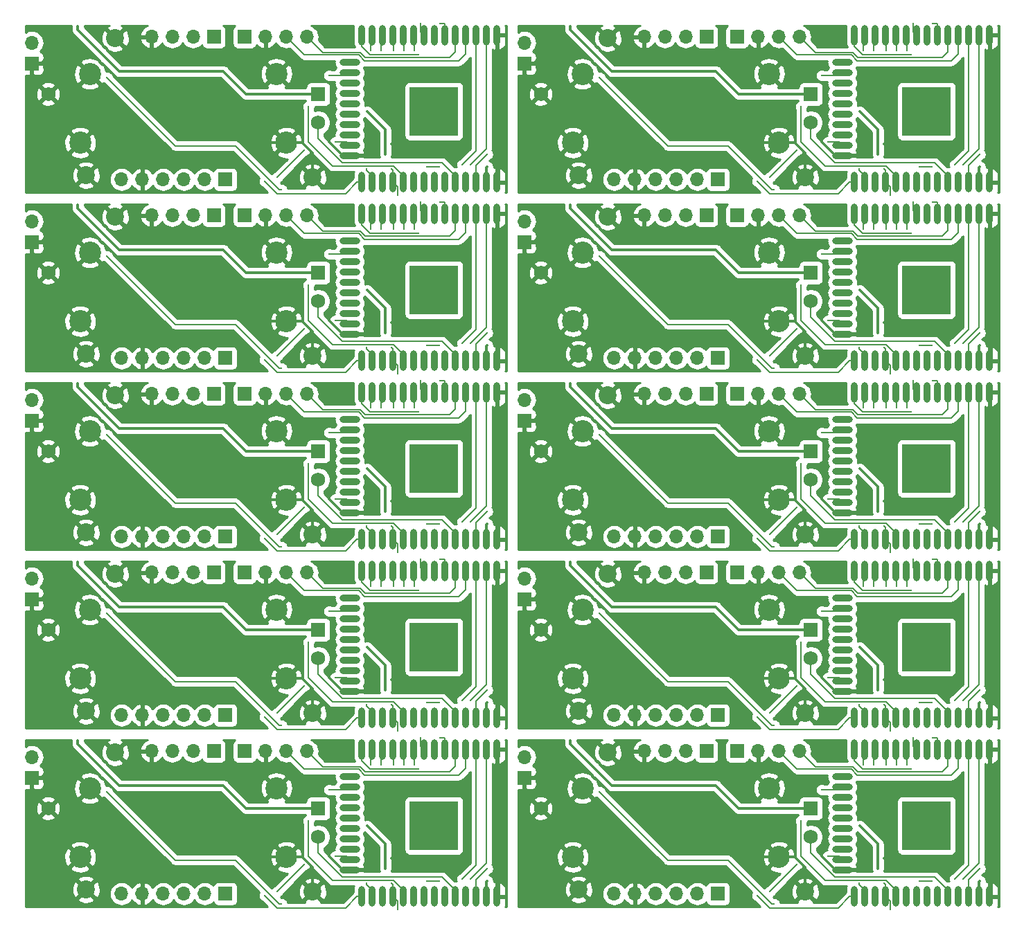
<source format=gbr>
G04 #@! TF.GenerationSoftware,KiCad,Pcbnew,5.1.0-060a0da~80~ubuntu18.04.1*
G04 #@! TF.CreationDate,2019-05-13T00:27:14+02:00*
G04 #@! TF.ProjectId,m3_2x5_panel,6d335f32-7835-45f7-9061-6e656c2e6b69,rev?*
G04 #@! TF.SameCoordinates,Original*
G04 #@! TF.FileFunction,Copper,L2,Bot*
G04 #@! TF.FilePolarity,Positive*
%FSLAX46Y46*%
G04 Gerber Fmt 4.6, Leading zero omitted, Abs format (unit mm)*
G04 Created by KiCad (PCBNEW 5.1.0-060a0da~80~ubuntu18.04.1) date 2019-05-13 00:27:14*
%MOMM*%
%LPD*%
G04 APERTURE LIST*
%ADD10O,1.700000X1.700000*%
%ADD11R,1.700000X1.700000*%
%ADD12C,2.200000*%
%ADD13C,2.700000*%
%ADD14C,1.750000*%
%ADD15R,1.750000X1.750000*%
%ADD16R,6.000000X6.000000*%
%ADD17O,0.900000X2.500000*%
%ADD18O,2.500000X0.900000*%
%ADD19C,0.301000*%
%ADD20C,0.300000*%
%ADD21C,0.152400*%
%ADD22C,0.254000*%
G04 APERTURE END LIST*
D10*
X146504000Y-152418000D03*
X149044000Y-152418000D03*
X151584000Y-152418000D03*
X154124000Y-152418000D03*
X156664000Y-152418000D03*
D11*
X159204000Y-152418000D03*
D10*
X86306000Y-152418000D03*
X88846000Y-152418000D03*
X91386000Y-152418000D03*
X93926000Y-152418000D03*
X96466000Y-152418000D03*
D11*
X99006000Y-152418000D03*
D10*
X146504000Y-130574000D03*
X149044000Y-130574000D03*
X151584000Y-130574000D03*
X154124000Y-130574000D03*
X156664000Y-130574000D03*
D11*
X159204000Y-130574000D03*
D10*
X86306000Y-130574000D03*
X88846000Y-130574000D03*
X91386000Y-130574000D03*
X93926000Y-130574000D03*
X96466000Y-130574000D03*
D11*
X99006000Y-130574000D03*
D10*
X146504000Y-108730000D03*
X149044000Y-108730000D03*
X151584000Y-108730000D03*
X154124000Y-108730000D03*
X156664000Y-108730000D03*
D11*
X159204000Y-108730000D03*
D10*
X86306000Y-108730000D03*
X88846000Y-108730000D03*
X91386000Y-108730000D03*
X93926000Y-108730000D03*
X96466000Y-108730000D03*
D11*
X99006000Y-108730000D03*
D10*
X146504000Y-86886000D03*
X149044000Y-86886000D03*
X151584000Y-86886000D03*
X154124000Y-86886000D03*
X156664000Y-86886000D03*
D11*
X159204000Y-86886000D03*
D10*
X86306000Y-86886000D03*
X88846000Y-86886000D03*
X91386000Y-86886000D03*
X93926000Y-86886000D03*
X96466000Y-86886000D03*
D11*
X99006000Y-86886000D03*
D10*
X146504000Y-65042000D03*
X149044000Y-65042000D03*
X151584000Y-65042000D03*
X154124000Y-65042000D03*
X156664000Y-65042000D03*
D11*
X159204000Y-65042000D03*
X135548000Y-138226000D03*
D10*
X135548000Y-135686000D03*
D11*
X75350000Y-138226000D03*
D10*
X75350000Y-135686000D03*
D11*
X135548000Y-116382000D03*
D10*
X135548000Y-113842000D03*
D11*
X75350000Y-116382000D03*
D10*
X75350000Y-113842000D03*
D11*
X135548000Y-94538000D03*
D10*
X135548000Y-91998000D03*
D11*
X75350000Y-94538000D03*
D10*
X75350000Y-91998000D03*
D11*
X135548000Y-72694000D03*
D10*
X135548000Y-70154000D03*
D11*
X75350000Y-72694000D03*
D10*
X75350000Y-70154000D03*
D11*
X135548000Y-50850000D03*
D10*
X135548000Y-48310000D03*
X169168000Y-134976000D03*
X166628000Y-134976000D03*
X164088000Y-134976000D03*
D11*
X161548000Y-134976000D03*
D10*
X108970000Y-134976000D03*
X106430000Y-134976000D03*
X103890000Y-134976000D03*
D11*
X101350000Y-134976000D03*
D10*
X169168000Y-113132000D03*
X166628000Y-113132000D03*
X164088000Y-113132000D03*
D11*
X161548000Y-113132000D03*
D10*
X108970000Y-113132000D03*
X106430000Y-113132000D03*
X103890000Y-113132000D03*
D11*
X101350000Y-113132000D03*
D10*
X169168000Y-91288000D03*
X166628000Y-91288000D03*
X164088000Y-91288000D03*
D11*
X161548000Y-91288000D03*
D10*
X108970000Y-91288000D03*
X106430000Y-91288000D03*
X103890000Y-91288000D03*
D11*
X101350000Y-91288000D03*
D10*
X169168000Y-69444000D03*
X166628000Y-69444000D03*
X164088000Y-69444000D03*
D11*
X161548000Y-69444000D03*
D10*
X108970000Y-69444000D03*
X106430000Y-69444000D03*
X103890000Y-69444000D03*
D11*
X101350000Y-69444000D03*
D10*
X169168000Y-47600000D03*
X166628000Y-47600000D03*
X164088000Y-47600000D03*
D11*
X161548000Y-47600000D03*
D12*
X142186000Y-151910000D03*
X81988000Y-151910000D03*
X142186000Y-130066000D03*
X81988000Y-130066000D03*
X142186000Y-108222000D03*
X81988000Y-108222000D03*
X142186000Y-86378000D03*
X81988000Y-86378000D03*
X142186000Y-64534000D03*
X145742000Y-135146000D03*
X85544000Y-135146000D03*
X145742000Y-113302000D03*
X85544000Y-113302000D03*
X145742000Y-91458000D03*
X85544000Y-91458000D03*
X145742000Y-69614000D03*
X85544000Y-69614000D03*
X145742000Y-47770000D03*
X169872000Y-152164000D03*
X109674000Y-152164000D03*
X169872000Y-130320000D03*
X109674000Y-130320000D03*
X169872000Y-108476000D03*
X109674000Y-108476000D03*
X169872000Y-86632000D03*
X109674000Y-86632000D03*
X169872000Y-64788000D03*
D10*
X150178000Y-134976000D03*
X152718000Y-134976000D03*
X155258000Y-134976000D03*
D11*
X157798000Y-134976000D03*
D10*
X89980000Y-134976000D03*
X92520000Y-134976000D03*
X95060000Y-134976000D03*
D11*
X97600000Y-134976000D03*
D10*
X150178000Y-113132000D03*
X152718000Y-113132000D03*
X155258000Y-113132000D03*
D11*
X157798000Y-113132000D03*
D10*
X89980000Y-113132000D03*
X92520000Y-113132000D03*
X95060000Y-113132000D03*
D11*
X97600000Y-113132000D03*
D10*
X150178000Y-91288000D03*
X152718000Y-91288000D03*
X155258000Y-91288000D03*
D11*
X157798000Y-91288000D03*
D10*
X89980000Y-91288000D03*
X92520000Y-91288000D03*
X95060000Y-91288000D03*
D11*
X97600000Y-91288000D03*
D10*
X150178000Y-69444000D03*
X152718000Y-69444000D03*
X155258000Y-69444000D03*
D11*
X157798000Y-69444000D03*
D10*
X89980000Y-69444000D03*
X92520000Y-69444000D03*
X95060000Y-69444000D03*
D11*
X97600000Y-69444000D03*
D10*
X150178000Y-47600000D03*
X152718000Y-47600000D03*
X155258000Y-47600000D03*
D11*
X157798000Y-47600000D03*
D13*
X141448000Y-147926000D03*
X166648000Y-147926000D03*
X142648000Y-139526000D03*
X165448000Y-139526000D03*
D14*
X137548000Y-141976000D03*
X170548000Y-145476000D03*
D15*
X170548000Y-141976000D03*
D13*
X81250000Y-147926000D03*
X106450000Y-147926000D03*
X82450000Y-139526000D03*
X105250000Y-139526000D03*
D14*
X77350000Y-141976000D03*
X110350000Y-145476000D03*
D15*
X110350000Y-141976000D03*
D13*
X141448000Y-126082000D03*
X166648000Y-126082000D03*
X142648000Y-117682000D03*
X165448000Y-117682000D03*
D14*
X137548000Y-120132000D03*
X170548000Y-123632000D03*
D15*
X170548000Y-120132000D03*
D13*
X81250000Y-126082000D03*
X106450000Y-126082000D03*
X82450000Y-117682000D03*
X105250000Y-117682000D03*
D14*
X77350000Y-120132000D03*
X110350000Y-123632000D03*
D15*
X110350000Y-120132000D03*
D13*
X141448000Y-104238000D03*
X166648000Y-104238000D03*
X142648000Y-95838000D03*
X165448000Y-95838000D03*
D14*
X137548000Y-98288000D03*
X170548000Y-101788000D03*
D15*
X170548000Y-98288000D03*
D13*
X81250000Y-104238000D03*
X106450000Y-104238000D03*
X82450000Y-95838000D03*
X105250000Y-95838000D03*
D14*
X77350000Y-98288000D03*
X110350000Y-101788000D03*
D15*
X110350000Y-98288000D03*
D13*
X141448000Y-82394000D03*
X166648000Y-82394000D03*
X142648000Y-73994000D03*
X165448000Y-73994000D03*
D14*
X137548000Y-76444000D03*
X170548000Y-79944000D03*
D15*
X170548000Y-76444000D03*
D13*
X81250000Y-82394000D03*
X106450000Y-82394000D03*
X82450000Y-73994000D03*
X105250000Y-73994000D03*
D14*
X77350000Y-76444000D03*
X110350000Y-79944000D03*
D15*
X110350000Y-76444000D03*
D13*
X141448000Y-60550000D03*
X166648000Y-60550000D03*
X142648000Y-52150000D03*
X165448000Y-52150000D03*
D14*
X137548000Y-54600000D03*
X170548000Y-58100000D03*
D15*
X170548000Y-54600000D03*
D16*
X184694000Y-144082000D03*
D17*
X192394000Y-152782000D03*
X191124000Y-152782000D03*
X189854000Y-152782000D03*
X188584000Y-152782000D03*
X187314000Y-152782000D03*
X186044000Y-152782000D03*
X184774000Y-152782000D03*
X183504000Y-152782000D03*
X182234000Y-152782000D03*
X180964000Y-152782000D03*
X179694000Y-152782000D03*
X178424000Y-152782000D03*
X177154000Y-152782000D03*
X175884000Y-152782000D03*
D18*
X174394000Y-149497000D03*
X174394000Y-148227000D03*
X174394000Y-146957000D03*
X174394000Y-145687000D03*
X174394000Y-144417000D03*
X174394000Y-143147000D03*
X174394000Y-141877000D03*
X174394000Y-140607000D03*
X174394000Y-139337000D03*
X174394000Y-138067000D03*
D17*
X175884000Y-134782000D03*
X177154000Y-134782000D03*
X178424000Y-134782000D03*
X179694000Y-134782000D03*
X180964000Y-134782000D03*
X182234000Y-134782000D03*
X183504000Y-134782000D03*
X184774000Y-134782000D03*
X186044000Y-134782000D03*
X187314000Y-134782000D03*
X188584000Y-134782000D03*
X189854000Y-134782000D03*
X191124000Y-134782000D03*
X192394000Y-134782000D03*
D16*
X124496000Y-144082000D03*
D17*
X132196000Y-152782000D03*
X130926000Y-152782000D03*
X129656000Y-152782000D03*
X128386000Y-152782000D03*
X127116000Y-152782000D03*
X125846000Y-152782000D03*
X124576000Y-152782000D03*
X123306000Y-152782000D03*
X122036000Y-152782000D03*
X120766000Y-152782000D03*
X119496000Y-152782000D03*
X118226000Y-152782000D03*
X116956000Y-152782000D03*
X115686000Y-152782000D03*
D18*
X114196000Y-149497000D03*
X114196000Y-148227000D03*
X114196000Y-146957000D03*
X114196000Y-145687000D03*
X114196000Y-144417000D03*
X114196000Y-143147000D03*
X114196000Y-141877000D03*
X114196000Y-140607000D03*
X114196000Y-139337000D03*
X114196000Y-138067000D03*
D17*
X115686000Y-134782000D03*
X116956000Y-134782000D03*
X118226000Y-134782000D03*
X119496000Y-134782000D03*
X120766000Y-134782000D03*
X122036000Y-134782000D03*
X123306000Y-134782000D03*
X124576000Y-134782000D03*
X125846000Y-134782000D03*
X127116000Y-134782000D03*
X128386000Y-134782000D03*
X129656000Y-134782000D03*
X130926000Y-134782000D03*
X132196000Y-134782000D03*
D16*
X184694000Y-122238000D03*
D17*
X192394000Y-130938000D03*
X191124000Y-130938000D03*
X189854000Y-130938000D03*
X188584000Y-130938000D03*
X187314000Y-130938000D03*
X186044000Y-130938000D03*
X184774000Y-130938000D03*
X183504000Y-130938000D03*
X182234000Y-130938000D03*
X180964000Y-130938000D03*
X179694000Y-130938000D03*
X178424000Y-130938000D03*
X177154000Y-130938000D03*
X175884000Y-130938000D03*
D18*
X174394000Y-127653000D03*
X174394000Y-126383000D03*
X174394000Y-125113000D03*
X174394000Y-123843000D03*
X174394000Y-122573000D03*
X174394000Y-121303000D03*
X174394000Y-120033000D03*
X174394000Y-118763000D03*
X174394000Y-117493000D03*
X174394000Y-116223000D03*
D17*
X175884000Y-112938000D03*
X177154000Y-112938000D03*
X178424000Y-112938000D03*
X179694000Y-112938000D03*
X180964000Y-112938000D03*
X182234000Y-112938000D03*
X183504000Y-112938000D03*
X184774000Y-112938000D03*
X186044000Y-112938000D03*
X187314000Y-112938000D03*
X188584000Y-112938000D03*
X189854000Y-112938000D03*
X191124000Y-112938000D03*
X192394000Y-112938000D03*
D16*
X124496000Y-122238000D03*
D17*
X132196000Y-130938000D03*
X130926000Y-130938000D03*
X129656000Y-130938000D03*
X128386000Y-130938000D03*
X127116000Y-130938000D03*
X125846000Y-130938000D03*
X124576000Y-130938000D03*
X123306000Y-130938000D03*
X122036000Y-130938000D03*
X120766000Y-130938000D03*
X119496000Y-130938000D03*
X118226000Y-130938000D03*
X116956000Y-130938000D03*
X115686000Y-130938000D03*
D18*
X114196000Y-127653000D03*
X114196000Y-126383000D03*
X114196000Y-125113000D03*
X114196000Y-123843000D03*
X114196000Y-122573000D03*
X114196000Y-121303000D03*
X114196000Y-120033000D03*
X114196000Y-118763000D03*
X114196000Y-117493000D03*
X114196000Y-116223000D03*
D17*
X115686000Y-112938000D03*
X116956000Y-112938000D03*
X118226000Y-112938000D03*
X119496000Y-112938000D03*
X120766000Y-112938000D03*
X122036000Y-112938000D03*
X123306000Y-112938000D03*
X124576000Y-112938000D03*
X125846000Y-112938000D03*
X127116000Y-112938000D03*
X128386000Y-112938000D03*
X129656000Y-112938000D03*
X130926000Y-112938000D03*
X132196000Y-112938000D03*
D16*
X184694000Y-100394000D03*
D17*
X192394000Y-109094000D03*
X191124000Y-109094000D03*
X189854000Y-109094000D03*
X188584000Y-109094000D03*
X187314000Y-109094000D03*
X186044000Y-109094000D03*
X184774000Y-109094000D03*
X183504000Y-109094000D03*
X182234000Y-109094000D03*
X180964000Y-109094000D03*
X179694000Y-109094000D03*
X178424000Y-109094000D03*
X177154000Y-109094000D03*
X175884000Y-109094000D03*
D18*
X174394000Y-105809000D03*
X174394000Y-104539000D03*
X174394000Y-103269000D03*
X174394000Y-101999000D03*
X174394000Y-100729000D03*
X174394000Y-99459000D03*
X174394000Y-98189000D03*
X174394000Y-96919000D03*
X174394000Y-95649000D03*
X174394000Y-94379000D03*
D17*
X175884000Y-91094000D03*
X177154000Y-91094000D03*
X178424000Y-91094000D03*
X179694000Y-91094000D03*
X180964000Y-91094000D03*
X182234000Y-91094000D03*
X183504000Y-91094000D03*
X184774000Y-91094000D03*
X186044000Y-91094000D03*
X187314000Y-91094000D03*
X188584000Y-91094000D03*
X189854000Y-91094000D03*
X191124000Y-91094000D03*
X192394000Y-91094000D03*
D16*
X124496000Y-100394000D03*
D17*
X132196000Y-109094000D03*
X130926000Y-109094000D03*
X129656000Y-109094000D03*
X128386000Y-109094000D03*
X127116000Y-109094000D03*
X125846000Y-109094000D03*
X124576000Y-109094000D03*
X123306000Y-109094000D03*
X122036000Y-109094000D03*
X120766000Y-109094000D03*
X119496000Y-109094000D03*
X118226000Y-109094000D03*
X116956000Y-109094000D03*
X115686000Y-109094000D03*
D18*
X114196000Y-105809000D03*
X114196000Y-104539000D03*
X114196000Y-103269000D03*
X114196000Y-101999000D03*
X114196000Y-100729000D03*
X114196000Y-99459000D03*
X114196000Y-98189000D03*
X114196000Y-96919000D03*
X114196000Y-95649000D03*
X114196000Y-94379000D03*
D17*
X115686000Y-91094000D03*
X116956000Y-91094000D03*
X118226000Y-91094000D03*
X119496000Y-91094000D03*
X120766000Y-91094000D03*
X122036000Y-91094000D03*
X123306000Y-91094000D03*
X124576000Y-91094000D03*
X125846000Y-91094000D03*
X127116000Y-91094000D03*
X128386000Y-91094000D03*
X129656000Y-91094000D03*
X130926000Y-91094000D03*
X132196000Y-91094000D03*
D16*
X184694000Y-78550000D03*
D17*
X192394000Y-87250000D03*
X191124000Y-87250000D03*
X189854000Y-87250000D03*
X188584000Y-87250000D03*
X187314000Y-87250000D03*
X186044000Y-87250000D03*
X184774000Y-87250000D03*
X183504000Y-87250000D03*
X182234000Y-87250000D03*
X180964000Y-87250000D03*
X179694000Y-87250000D03*
X178424000Y-87250000D03*
X177154000Y-87250000D03*
X175884000Y-87250000D03*
D18*
X174394000Y-83965000D03*
X174394000Y-82695000D03*
X174394000Y-81425000D03*
X174394000Y-80155000D03*
X174394000Y-78885000D03*
X174394000Y-77615000D03*
X174394000Y-76345000D03*
X174394000Y-75075000D03*
X174394000Y-73805000D03*
X174394000Y-72535000D03*
D17*
X175884000Y-69250000D03*
X177154000Y-69250000D03*
X178424000Y-69250000D03*
X179694000Y-69250000D03*
X180964000Y-69250000D03*
X182234000Y-69250000D03*
X183504000Y-69250000D03*
X184774000Y-69250000D03*
X186044000Y-69250000D03*
X187314000Y-69250000D03*
X188584000Y-69250000D03*
X189854000Y-69250000D03*
X191124000Y-69250000D03*
X192394000Y-69250000D03*
D16*
X124496000Y-78550000D03*
D17*
X132196000Y-87250000D03*
X130926000Y-87250000D03*
X129656000Y-87250000D03*
X128386000Y-87250000D03*
X127116000Y-87250000D03*
X125846000Y-87250000D03*
X124576000Y-87250000D03*
X123306000Y-87250000D03*
X122036000Y-87250000D03*
X120766000Y-87250000D03*
X119496000Y-87250000D03*
X118226000Y-87250000D03*
X116956000Y-87250000D03*
X115686000Y-87250000D03*
D18*
X114196000Y-83965000D03*
X114196000Y-82695000D03*
X114196000Y-81425000D03*
X114196000Y-80155000D03*
X114196000Y-78885000D03*
X114196000Y-77615000D03*
X114196000Y-76345000D03*
X114196000Y-75075000D03*
X114196000Y-73805000D03*
X114196000Y-72535000D03*
D17*
X115686000Y-69250000D03*
X116956000Y-69250000D03*
X118226000Y-69250000D03*
X119496000Y-69250000D03*
X120766000Y-69250000D03*
X122036000Y-69250000D03*
X123306000Y-69250000D03*
X124576000Y-69250000D03*
X125846000Y-69250000D03*
X127116000Y-69250000D03*
X128386000Y-69250000D03*
X129656000Y-69250000D03*
X130926000Y-69250000D03*
X132196000Y-69250000D03*
D16*
X184694000Y-56706000D03*
D17*
X192394000Y-65406000D03*
X191124000Y-65406000D03*
X189854000Y-65406000D03*
X188584000Y-65406000D03*
X187314000Y-65406000D03*
X186044000Y-65406000D03*
X184774000Y-65406000D03*
X183504000Y-65406000D03*
X182234000Y-65406000D03*
X180964000Y-65406000D03*
X179694000Y-65406000D03*
X178424000Y-65406000D03*
X177154000Y-65406000D03*
X175884000Y-65406000D03*
D18*
X174394000Y-62121000D03*
X174394000Y-60851000D03*
X174394000Y-59581000D03*
X174394000Y-58311000D03*
X174394000Y-57041000D03*
X174394000Y-55771000D03*
X174394000Y-54501000D03*
X174394000Y-53231000D03*
X174394000Y-51961000D03*
X174394000Y-50691000D03*
D17*
X175884000Y-47406000D03*
X177154000Y-47406000D03*
X178424000Y-47406000D03*
X179694000Y-47406000D03*
X180964000Y-47406000D03*
X182234000Y-47406000D03*
X183504000Y-47406000D03*
X184774000Y-47406000D03*
X186044000Y-47406000D03*
X187314000Y-47406000D03*
X188584000Y-47406000D03*
X189854000Y-47406000D03*
X191124000Y-47406000D03*
X192394000Y-47406000D03*
D15*
X110350000Y-54600000D03*
D14*
X110350000Y-58100000D03*
X77350000Y-54600000D03*
D13*
X105250000Y-52150000D03*
X82450000Y-52150000D03*
X106450000Y-60550000D03*
X81250000Y-60550000D03*
D17*
X132196000Y-47406000D03*
X130926000Y-47406000D03*
X129656000Y-47406000D03*
X128386000Y-47406000D03*
X127116000Y-47406000D03*
X125846000Y-47406000D03*
X124576000Y-47406000D03*
X123306000Y-47406000D03*
X122036000Y-47406000D03*
X120766000Y-47406000D03*
X119496000Y-47406000D03*
X118226000Y-47406000D03*
X116956000Y-47406000D03*
X115686000Y-47406000D03*
D18*
X114196000Y-50691000D03*
X114196000Y-51961000D03*
X114196000Y-53231000D03*
X114196000Y-54501000D03*
X114196000Y-55771000D03*
X114196000Y-57041000D03*
X114196000Y-58311000D03*
X114196000Y-59581000D03*
X114196000Y-60851000D03*
X114196000Y-62121000D03*
D17*
X115686000Y-65406000D03*
X116956000Y-65406000D03*
X118226000Y-65406000D03*
X119496000Y-65406000D03*
X120766000Y-65406000D03*
X122036000Y-65406000D03*
X123306000Y-65406000D03*
X124576000Y-65406000D03*
X125846000Y-65406000D03*
X127116000Y-65406000D03*
X128386000Y-65406000D03*
X129656000Y-65406000D03*
X130926000Y-65406000D03*
X132196000Y-65406000D03*
D16*
X124496000Y-56706000D03*
D10*
X75350000Y-48310000D03*
D11*
X75350000Y-50850000D03*
X97600000Y-47600000D03*
D10*
X95060000Y-47600000D03*
X92520000Y-47600000D03*
X89980000Y-47600000D03*
D11*
X101350000Y-47600000D03*
D10*
X103890000Y-47600000D03*
X106430000Y-47600000D03*
X108970000Y-47600000D03*
D11*
X99006000Y-65042000D03*
D10*
X96466000Y-65042000D03*
X93926000Y-65042000D03*
X91386000Y-65042000D03*
X88846000Y-65042000D03*
X86306000Y-65042000D03*
D12*
X85544000Y-47770000D03*
X81988000Y-64534000D03*
X109674000Y-64788000D03*
D19*
X132426386Y-63065100D03*
X116786000Y-61740000D03*
X128724000Y-59454000D03*
X101546000Y-60470000D03*
X119326000Y-60724000D03*
X127454000Y-52342000D03*
X132026000Y-49548000D03*
X113484000Y-47008000D03*
X84528000Y-53866000D03*
X84020000Y-59200000D03*
X77162000Y-48047000D03*
X96600000Y-53600000D03*
X192624386Y-63065100D03*
X132426386Y-84909100D03*
X192624386Y-84909100D03*
X132426386Y-106753100D03*
X192624386Y-106753100D03*
X132426386Y-128597100D03*
X192624386Y-128597100D03*
X132426386Y-150441100D03*
X192624386Y-150441100D03*
X192224000Y-49548000D03*
X132026000Y-71392000D03*
X192224000Y-71392000D03*
X132026000Y-93236000D03*
X192224000Y-93236000D03*
X132026000Y-115080000D03*
X192224000Y-115080000D03*
X132026000Y-136924000D03*
X192224000Y-136924000D03*
X173682000Y-47008000D03*
X113484000Y-68852000D03*
X173682000Y-68852000D03*
X113484000Y-90696000D03*
X173682000Y-90696000D03*
X113484000Y-112540000D03*
X173682000Y-112540000D03*
X113484000Y-134384000D03*
X173682000Y-134384000D03*
X144726000Y-53866000D03*
X84528000Y-75710000D03*
X144726000Y-75710000D03*
X84528000Y-97554000D03*
X144726000Y-97554000D03*
X84528000Y-119398000D03*
X144726000Y-119398000D03*
X84528000Y-141242000D03*
X144726000Y-141242000D03*
X144218000Y-59200000D03*
X84020000Y-81044000D03*
X144218000Y-81044000D03*
X84020000Y-102888000D03*
X144218000Y-102888000D03*
X84020000Y-124732000D03*
X144218000Y-124732000D03*
X84020000Y-146576000D03*
X144218000Y-146576000D03*
X137360000Y-48047000D03*
X77162000Y-69891000D03*
X137360000Y-69891000D03*
X77162000Y-91735000D03*
X137360000Y-91735000D03*
X77162000Y-113579000D03*
X137360000Y-113579000D03*
X77162000Y-135423000D03*
X137360000Y-135423000D03*
X156798000Y-53600000D03*
X96600000Y-75444000D03*
X156798000Y-75444000D03*
X96600000Y-97288000D03*
X156798000Y-97288000D03*
X96600000Y-119132000D03*
X156798000Y-119132000D03*
X96600000Y-140976000D03*
X156798000Y-140976000D03*
X176984000Y-61740000D03*
X116786000Y-83584000D03*
X176984000Y-83584000D03*
X116786000Y-105428000D03*
X176984000Y-105428000D03*
X116786000Y-127272000D03*
X176984000Y-127272000D03*
X116786000Y-149116000D03*
X176984000Y-149116000D03*
X188922000Y-59454000D03*
X128724000Y-81298000D03*
X188922000Y-81298000D03*
X128724000Y-103142000D03*
X188922000Y-103142000D03*
X128724000Y-124986000D03*
X188922000Y-124986000D03*
X128724000Y-146830000D03*
X188922000Y-146830000D03*
X161744000Y-60470000D03*
X101546000Y-82314000D03*
X161744000Y-82314000D03*
X101546000Y-104158000D03*
X161744000Y-104158000D03*
X101546000Y-126002000D03*
X161744000Y-126002000D03*
X101546000Y-147846000D03*
X161744000Y-147846000D03*
X179524000Y-60724000D03*
X119326000Y-82568000D03*
X179524000Y-82568000D03*
X119326000Y-104412000D03*
X179524000Y-104412000D03*
X119326000Y-126256000D03*
X179524000Y-126256000D03*
X119326000Y-148100000D03*
X179524000Y-148100000D03*
X187652000Y-52342000D03*
X127454000Y-74186000D03*
X187652000Y-74186000D03*
X127454000Y-96030000D03*
X187652000Y-96030000D03*
X127454000Y-117874000D03*
X187652000Y-117874000D03*
X127454000Y-139718000D03*
X187652000Y-139718000D03*
X131010000Y-63518000D03*
X80972000Y-46314310D03*
X118564000Y-61994000D03*
X116350000Y-56750000D03*
X141170000Y-46314310D03*
X80972000Y-68158310D03*
X141170000Y-68158310D03*
X80972000Y-90002310D03*
X141170000Y-90002310D03*
X80972000Y-111846310D03*
X141170000Y-111846310D03*
X80972000Y-133690310D03*
X141170000Y-133690310D03*
X191208000Y-63518000D03*
X131010000Y-85362000D03*
X191208000Y-85362000D03*
X131010000Y-107206000D03*
X191208000Y-107206000D03*
X131010000Y-129050000D03*
X191208000Y-129050000D03*
X131010000Y-150894000D03*
X191208000Y-150894000D03*
X178762000Y-61994000D03*
X118564000Y-83838000D03*
X178762000Y-83838000D03*
X118564000Y-105682000D03*
X178762000Y-105682000D03*
X118564000Y-127526000D03*
X178762000Y-127526000D03*
X118564000Y-149370000D03*
X178762000Y-149370000D03*
X176548000Y-56750000D03*
X116350000Y-78594000D03*
X176548000Y-78594000D03*
X116350000Y-100438000D03*
X176548000Y-100438000D03*
X116350000Y-122282000D03*
X176548000Y-122282000D03*
X116350000Y-144126000D03*
X176548000Y-144126000D03*
X109166000Y-56152000D03*
X169364000Y-56152000D03*
X109166000Y-77996000D03*
X169364000Y-77996000D03*
X109166000Y-99840000D03*
X169364000Y-99840000D03*
X109166000Y-121684000D03*
X169364000Y-121684000D03*
X109166000Y-143528000D03*
X169364000Y-143528000D03*
X116786000Y-49294000D03*
X176984000Y-49294000D03*
X116786000Y-71138000D03*
X176984000Y-71138000D03*
X116786000Y-92982000D03*
X176984000Y-92982000D03*
X116786000Y-114826000D03*
X176984000Y-114826000D03*
X116786000Y-136670000D03*
X176984000Y-136670000D03*
X118056000Y-49294000D03*
X178254000Y-49294000D03*
X118056000Y-71138000D03*
X178254000Y-71138000D03*
X118056000Y-92982000D03*
X178254000Y-92982000D03*
X118056000Y-114826000D03*
X178254000Y-114826000D03*
X118056000Y-136670000D03*
X178254000Y-136670000D03*
X119580000Y-49294000D03*
X179778000Y-49294000D03*
X119580000Y-71138000D03*
X179778000Y-71138000D03*
X119580000Y-92982000D03*
X179778000Y-92982000D03*
X119580000Y-114826000D03*
X179778000Y-114826000D03*
X119580000Y-136670000D03*
X179778000Y-136670000D03*
X120850000Y-49294000D03*
X181048000Y-49294000D03*
X120850000Y-71138000D03*
X181048000Y-71138000D03*
X120850000Y-92982000D03*
X181048000Y-92982000D03*
X120850000Y-114826000D03*
X181048000Y-114826000D03*
X120850000Y-136670000D03*
X181048000Y-136670000D03*
X131010000Y-61994000D03*
X191208000Y-61994000D03*
X131010000Y-83838000D03*
X191208000Y-83838000D03*
X131010000Y-105682000D03*
X191208000Y-105682000D03*
X131010000Y-127526000D03*
X191208000Y-127526000D03*
X131010000Y-149370000D03*
X191208000Y-149370000D03*
X125200000Y-45950000D03*
X185398000Y-45950000D03*
X125200000Y-67794000D03*
X185398000Y-67794000D03*
X125200000Y-89638000D03*
X185398000Y-89638000D03*
X125200000Y-111482000D03*
X185398000Y-111482000D03*
X125200000Y-133326000D03*
X185398000Y-133326000D03*
X122882000Y-45992000D03*
X183080000Y-45992000D03*
X122882000Y-67836000D03*
X183080000Y-67836000D03*
X122882000Y-89680000D03*
X183080000Y-89680000D03*
X122882000Y-111524000D03*
X183080000Y-111524000D03*
X122882000Y-133368000D03*
X183080000Y-133368000D03*
X103832000Y-65296000D03*
X164030000Y-65296000D03*
X103832000Y-87140000D03*
X164030000Y-87140000D03*
X103832000Y-108984000D03*
X164030000Y-108984000D03*
X103832000Y-130828000D03*
X164030000Y-130828000D03*
X103832000Y-152672000D03*
X164030000Y-152672000D03*
X105356000Y-64788000D03*
X108658000Y-61486000D03*
X112468000Y-60470000D03*
X165554000Y-64788000D03*
X105356000Y-86632000D03*
X165554000Y-86632000D03*
X105356000Y-108476000D03*
X165554000Y-108476000D03*
X105356000Y-130320000D03*
X165554000Y-130320000D03*
X105356000Y-152164000D03*
X165554000Y-152164000D03*
X168856000Y-61486000D03*
X108658000Y-83330000D03*
X168856000Y-83330000D03*
X108658000Y-105174000D03*
X168856000Y-105174000D03*
X108658000Y-127018000D03*
X168856000Y-127018000D03*
X108658000Y-148862000D03*
X168856000Y-148862000D03*
X172666000Y-60470000D03*
X112468000Y-82314000D03*
X172666000Y-82314000D03*
X112468000Y-104158000D03*
X172666000Y-104158000D03*
X112468000Y-126002000D03*
X172666000Y-126002000D03*
X112468000Y-147846000D03*
X172666000Y-147846000D03*
X116278000Y-63772000D03*
X176476000Y-63772000D03*
X116278000Y-85616000D03*
X176476000Y-85616000D03*
X116278000Y-107460000D03*
X176476000Y-107460000D03*
X116278000Y-129304000D03*
X176476000Y-129304000D03*
X116278000Y-151148000D03*
X176476000Y-151148000D03*
X111706000Y-52342000D03*
X171904000Y-52342000D03*
X111706000Y-74186000D03*
X171904000Y-74186000D03*
X111706000Y-96030000D03*
X171904000Y-96030000D03*
X111706000Y-117874000D03*
X171904000Y-117874000D03*
X111706000Y-139718000D03*
X171904000Y-139718000D03*
X122628000Y-49802000D03*
X182826000Y-49802000D03*
X122628000Y-71646000D03*
X182826000Y-71646000D03*
X122628000Y-93490000D03*
X182826000Y-93490000D03*
X122628000Y-115334000D03*
X182826000Y-115334000D03*
X122628000Y-137178000D03*
X182826000Y-137178000D03*
X123644000Y-63518000D03*
X125168000Y-63518000D03*
X127962000Y-63264000D03*
X185366000Y-63518000D03*
X125168000Y-85362000D03*
X185366000Y-85362000D03*
X125168000Y-107206000D03*
X185366000Y-107206000D03*
X125168000Y-129050000D03*
X185366000Y-129050000D03*
X125168000Y-150894000D03*
X185366000Y-150894000D03*
X188160000Y-63264000D03*
X127962000Y-85108000D03*
X188160000Y-85108000D03*
X127962000Y-106952000D03*
X188160000Y-106952000D03*
X127962000Y-128796000D03*
X188160000Y-128796000D03*
X127962000Y-150640000D03*
X188160000Y-150640000D03*
X183842000Y-63518000D03*
X123644000Y-85362000D03*
X183842000Y-85362000D03*
X123644000Y-107206000D03*
X183842000Y-107206000D03*
X123644000Y-129050000D03*
X183842000Y-129050000D03*
X123644000Y-150894000D03*
X183842000Y-150894000D03*
X128978000Y-63264000D03*
X189176000Y-63264000D03*
X128978000Y-85108000D03*
X189176000Y-85108000D03*
X128978000Y-106952000D03*
X189176000Y-106952000D03*
X128978000Y-128796000D03*
X189176000Y-128796000D03*
X128978000Y-150640000D03*
X189176000Y-150640000D03*
X122120000Y-49294000D03*
X182318000Y-49294000D03*
X122120000Y-71138000D03*
X182318000Y-71138000D03*
X122120000Y-92982000D03*
X182318000Y-92982000D03*
X122120000Y-114826000D03*
X182318000Y-114826000D03*
X122120000Y-136670000D03*
X182318000Y-136670000D03*
X119326000Y-63772000D03*
X84528000Y-52596000D03*
X105864000Y-66312000D03*
X120088000Y-66982500D03*
X179524000Y-63772000D03*
X119326000Y-85616000D03*
X179524000Y-85616000D03*
X119326000Y-107460000D03*
X179524000Y-107460000D03*
X119326000Y-129304000D03*
X179524000Y-129304000D03*
X119326000Y-151148000D03*
X179524000Y-151148000D03*
X144726000Y-52596000D03*
X84528000Y-74440000D03*
X144726000Y-74440000D03*
X84528000Y-96284000D03*
X144726000Y-96284000D03*
X84528000Y-118128000D03*
X144726000Y-118128000D03*
X84528000Y-139972000D03*
X144726000Y-139972000D03*
X166062000Y-66312000D03*
X105864000Y-88156000D03*
X166062000Y-88156000D03*
X105864000Y-110000000D03*
X166062000Y-110000000D03*
X105864000Y-131844000D03*
X166062000Y-131844000D03*
X105864000Y-153688000D03*
X166062000Y-153688000D03*
X180286000Y-66982500D03*
X120088000Y-88826500D03*
X180286000Y-88826500D03*
X120088000Y-110670500D03*
X180286000Y-110670500D03*
X120088000Y-132514500D03*
X180286000Y-132514500D03*
X120088000Y-154358500D03*
X180286000Y-154358500D03*
D20*
X132426386Y-65175614D02*
X132196000Y-65406000D01*
X132426386Y-63065100D02*
X132426386Y-65175614D01*
X109674000Y-63232366D02*
X109674000Y-64788000D01*
X108392294Y-60550000D02*
X109674000Y-61831706D01*
X109674000Y-61831706D02*
X109674000Y-63232366D01*
X106450000Y-60550000D02*
X108392294Y-60550000D01*
X114196000Y-62121000D02*
X116405000Y-62121000D01*
X116405000Y-62121000D02*
X116786000Y-61740000D01*
X106450000Y-60550000D02*
X101626000Y-60550000D01*
X101626000Y-60550000D02*
X101546000Y-60470000D01*
X128724000Y-59454000D02*
X127454000Y-60724000D01*
X127454000Y-60724000D02*
X119326000Y-60724000D01*
X113396000Y-62121000D02*
X111706000Y-60431000D01*
X114196000Y-62121000D02*
X113396000Y-62121000D01*
X111706000Y-60431000D02*
X111706000Y-59708000D01*
X132196000Y-47406000D02*
X132196000Y-49378000D01*
X132196000Y-49378000D02*
X132026000Y-49548000D01*
X84528000Y-53866000D02*
X84020000Y-54374000D01*
X84020000Y-54374000D02*
X84020000Y-59200000D01*
X76500000Y-50850000D02*
X75350000Y-50850000D01*
X77162000Y-50188000D02*
X76500000Y-50850000D01*
X77162000Y-48047000D02*
X77162000Y-50188000D01*
X169872000Y-63232366D02*
X169872000Y-64788000D01*
X109674000Y-85076366D02*
X109674000Y-86632000D01*
X169872000Y-85076366D02*
X169872000Y-86632000D01*
X109674000Y-106920366D02*
X109674000Y-108476000D01*
X169872000Y-106920366D02*
X169872000Y-108476000D01*
X109674000Y-128764366D02*
X109674000Y-130320000D01*
X169872000Y-128764366D02*
X169872000Y-130320000D01*
X109674000Y-150608366D02*
X109674000Y-152164000D01*
X169872000Y-150608366D02*
X169872000Y-152164000D01*
X166648000Y-60550000D02*
X168590294Y-60550000D01*
X106450000Y-82394000D02*
X108392294Y-82394000D01*
X166648000Y-82394000D02*
X168590294Y-82394000D01*
X106450000Y-104238000D02*
X108392294Y-104238000D01*
X166648000Y-104238000D02*
X168590294Y-104238000D01*
X106450000Y-126082000D02*
X108392294Y-126082000D01*
X166648000Y-126082000D02*
X168590294Y-126082000D01*
X106450000Y-147926000D02*
X108392294Y-147926000D01*
X166648000Y-147926000D02*
X168590294Y-147926000D01*
X192624386Y-63065100D02*
X192624386Y-65175614D01*
X132426386Y-84909100D02*
X132426386Y-87019614D01*
X192624386Y-84909100D02*
X192624386Y-87019614D01*
X132426386Y-106753100D02*
X132426386Y-108863614D01*
X192624386Y-106753100D02*
X192624386Y-108863614D01*
X132426386Y-128597100D02*
X132426386Y-130707614D01*
X192624386Y-128597100D02*
X192624386Y-130707614D01*
X132426386Y-150441100D02*
X132426386Y-152551614D01*
X192624386Y-150441100D02*
X192624386Y-152551614D01*
X192624386Y-65175614D02*
X192394000Y-65406000D01*
X132426386Y-87019614D02*
X132196000Y-87250000D01*
X192624386Y-87019614D02*
X192394000Y-87250000D01*
X132426386Y-108863614D02*
X132196000Y-109094000D01*
X192624386Y-108863614D02*
X192394000Y-109094000D01*
X132426386Y-130707614D02*
X132196000Y-130938000D01*
X192624386Y-130707614D02*
X192394000Y-130938000D01*
X132426386Y-152551614D02*
X132196000Y-152782000D01*
X192624386Y-152551614D02*
X192394000Y-152782000D01*
X168590294Y-60550000D02*
X169872000Y-61831706D01*
X108392294Y-82394000D02*
X109674000Y-83675706D01*
X168590294Y-82394000D02*
X169872000Y-83675706D01*
X108392294Y-104238000D02*
X109674000Y-105519706D01*
X168590294Y-104238000D02*
X169872000Y-105519706D01*
X108392294Y-126082000D02*
X109674000Y-127363706D01*
X168590294Y-126082000D02*
X169872000Y-127363706D01*
X108392294Y-147926000D02*
X109674000Y-149207706D01*
X168590294Y-147926000D02*
X169872000Y-149207706D01*
X169872000Y-61831706D02*
X169872000Y-63232366D01*
X109674000Y-83675706D02*
X109674000Y-85076366D01*
X169872000Y-83675706D02*
X169872000Y-85076366D01*
X109674000Y-105519706D02*
X109674000Y-106920366D01*
X169872000Y-105519706D02*
X169872000Y-106920366D01*
X109674000Y-127363706D02*
X109674000Y-128764366D01*
X169872000Y-127363706D02*
X169872000Y-128764366D01*
X109674000Y-149207706D02*
X109674000Y-150608366D01*
X169872000Y-149207706D02*
X169872000Y-150608366D01*
X173594000Y-62121000D02*
X171904000Y-60431000D01*
X113396000Y-83965000D02*
X111706000Y-82275000D01*
X173594000Y-83965000D02*
X171904000Y-82275000D01*
X113396000Y-105809000D02*
X111706000Y-104119000D01*
X173594000Y-105809000D02*
X171904000Y-104119000D01*
X113396000Y-127653000D02*
X111706000Y-125963000D01*
X173594000Y-127653000D02*
X171904000Y-125963000D01*
X113396000Y-149497000D02*
X111706000Y-147807000D01*
X173594000Y-149497000D02*
X171904000Y-147807000D01*
X174394000Y-62121000D02*
X173594000Y-62121000D01*
X114196000Y-83965000D02*
X113396000Y-83965000D01*
X174394000Y-83965000D02*
X173594000Y-83965000D01*
X114196000Y-105809000D02*
X113396000Y-105809000D01*
X174394000Y-105809000D02*
X173594000Y-105809000D01*
X114196000Y-127653000D02*
X113396000Y-127653000D01*
X174394000Y-127653000D02*
X173594000Y-127653000D01*
X114196000Y-149497000D02*
X113396000Y-149497000D01*
X174394000Y-149497000D02*
X173594000Y-149497000D01*
X171904000Y-60431000D02*
X171904000Y-59708000D01*
X111706000Y-82275000D02*
X111706000Y-81552000D01*
X171904000Y-82275000D02*
X171904000Y-81552000D01*
X111706000Y-104119000D02*
X111706000Y-103396000D01*
X171904000Y-104119000D02*
X171904000Y-103396000D01*
X111706000Y-125963000D02*
X111706000Y-125240000D01*
X171904000Y-125963000D02*
X171904000Y-125240000D01*
X111706000Y-147807000D02*
X111706000Y-147084000D01*
X171904000Y-147807000D02*
X171904000Y-147084000D01*
X192394000Y-47406000D02*
X192394000Y-49378000D01*
X132196000Y-69250000D02*
X132196000Y-71222000D01*
X192394000Y-69250000D02*
X192394000Y-71222000D01*
X132196000Y-91094000D02*
X132196000Y-93066000D01*
X192394000Y-91094000D02*
X192394000Y-93066000D01*
X132196000Y-112938000D02*
X132196000Y-114910000D01*
X192394000Y-112938000D02*
X192394000Y-114910000D01*
X132196000Y-134782000D02*
X132196000Y-136754000D01*
X192394000Y-134782000D02*
X192394000Y-136754000D01*
X192394000Y-49378000D02*
X192224000Y-49548000D01*
X132196000Y-71222000D02*
X132026000Y-71392000D01*
X192394000Y-71222000D02*
X192224000Y-71392000D01*
X132196000Y-93066000D02*
X132026000Y-93236000D01*
X192394000Y-93066000D02*
X192224000Y-93236000D01*
X132196000Y-114910000D02*
X132026000Y-115080000D01*
X192394000Y-114910000D02*
X192224000Y-115080000D01*
X132196000Y-136754000D02*
X132026000Y-136924000D01*
X192394000Y-136754000D02*
X192224000Y-136924000D01*
X144726000Y-53866000D02*
X144218000Y-54374000D01*
X84528000Y-75710000D02*
X84020000Y-76218000D01*
X144726000Y-75710000D02*
X144218000Y-76218000D01*
X84528000Y-97554000D02*
X84020000Y-98062000D01*
X144726000Y-97554000D02*
X144218000Y-98062000D01*
X84528000Y-119398000D02*
X84020000Y-119906000D01*
X144726000Y-119398000D02*
X144218000Y-119906000D01*
X84528000Y-141242000D02*
X84020000Y-141750000D01*
X144726000Y-141242000D02*
X144218000Y-141750000D01*
X144218000Y-54374000D02*
X144218000Y-59200000D01*
X84020000Y-76218000D02*
X84020000Y-81044000D01*
X144218000Y-76218000D02*
X144218000Y-81044000D01*
X84020000Y-98062000D02*
X84020000Y-102888000D01*
X144218000Y-98062000D02*
X144218000Y-102888000D01*
X84020000Y-119906000D02*
X84020000Y-124732000D01*
X144218000Y-119906000D02*
X144218000Y-124732000D01*
X84020000Y-141750000D02*
X84020000Y-146576000D01*
X144218000Y-141750000D02*
X144218000Y-146576000D01*
X136698000Y-50850000D02*
X135548000Y-50850000D01*
X76500000Y-72694000D02*
X75350000Y-72694000D01*
X136698000Y-72694000D02*
X135548000Y-72694000D01*
X76500000Y-94538000D02*
X75350000Y-94538000D01*
X136698000Y-94538000D02*
X135548000Y-94538000D01*
X76500000Y-116382000D02*
X75350000Y-116382000D01*
X136698000Y-116382000D02*
X135548000Y-116382000D01*
X76500000Y-138226000D02*
X75350000Y-138226000D01*
X136698000Y-138226000D02*
X135548000Y-138226000D01*
X137360000Y-50188000D02*
X136698000Y-50850000D01*
X77162000Y-72032000D02*
X76500000Y-72694000D01*
X137360000Y-72032000D02*
X136698000Y-72694000D01*
X77162000Y-93876000D02*
X76500000Y-94538000D01*
X137360000Y-93876000D02*
X136698000Y-94538000D01*
X77162000Y-115720000D02*
X76500000Y-116382000D01*
X137360000Y-115720000D02*
X136698000Y-116382000D01*
X77162000Y-137564000D02*
X76500000Y-138226000D01*
X137360000Y-137564000D02*
X136698000Y-138226000D01*
X137360000Y-48047000D02*
X137360000Y-50188000D01*
X77162000Y-69891000D02*
X77162000Y-72032000D01*
X137360000Y-69891000D02*
X137360000Y-72032000D01*
X77162000Y-91735000D02*
X77162000Y-93876000D01*
X137360000Y-91735000D02*
X137360000Y-93876000D01*
X77162000Y-113579000D02*
X77162000Y-115720000D01*
X137360000Y-113579000D02*
X137360000Y-115720000D01*
X77162000Y-135423000D02*
X77162000Y-137564000D01*
X137360000Y-135423000D02*
X137360000Y-137564000D01*
X174394000Y-62121000D02*
X176603000Y-62121000D01*
X114196000Y-83965000D02*
X116405000Y-83965000D01*
X174394000Y-83965000D02*
X176603000Y-83965000D01*
X114196000Y-105809000D02*
X116405000Y-105809000D01*
X174394000Y-105809000D02*
X176603000Y-105809000D01*
X114196000Y-127653000D02*
X116405000Y-127653000D01*
X174394000Y-127653000D02*
X176603000Y-127653000D01*
X114196000Y-149497000D02*
X116405000Y-149497000D01*
X174394000Y-149497000D02*
X176603000Y-149497000D01*
X176603000Y-62121000D02*
X176984000Y-61740000D01*
X116405000Y-83965000D02*
X116786000Y-83584000D01*
X176603000Y-83965000D02*
X176984000Y-83584000D01*
X116405000Y-105809000D02*
X116786000Y-105428000D01*
X176603000Y-105809000D02*
X176984000Y-105428000D01*
X116405000Y-127653000D02*
X116786000Y-127272000D01*
X176603000Y-127653000D02*
X176984000Y-127272000D01*
X116405000Y-149497000D02*
X116786000Y-149116000D01*
X176603000Y-149497000D02*
X176984000Y-149116000D01*
X166648000Y-60550000D02*
X161824000Y-60550000D01*
X106450000Y-82394000D02*
X101626000Y-82394000D01*
X166648000Y-82394000D02*
X161824000Y-82394000D01*
X106450000Y-104238000D02*
X101626000Y-104238000D01*
X166648000Y-104238000D02*
X161824000Y-104238000D01*
X106450000Y-126082000D02*
X101626000Y-126082000D01*
X166648000Y-126082000D02*
X161824000Y-126082000D01*
X106450000Y-147926000D02*
X101626000Y-147926000D01*
X166648000Y-147926000D02*
X161824000Y-147926000D01*
X161824000Y-60550000D02*
X161744000Y-60470000D01*
X101626000Y-82394000D02*
X101546000Y-82314000D01*
X161824000Y-82394000D02*
X161744000Y-82314000D01*
X101626000Y-104238000D02*
X101546000Y-104158000D01*
X161824000Y-104238000D02*
X161744000Y-104158000D01*
X101626000Y-126082000D02*
X101546000Y-126002000D01*
X161824000Y-126082000D02*
X161744000Y-126002000D01*
X101626000Y-147926000D02*
X101546000Y-147846000D01*
X161824000Y-147926000D02*
X161744000Y-147846000D01*
X188922000Y-59454000D02*
X187652000Y-60724000D01*
X128724000Y-81298000D02*
X127454000Y-82568000D01*
X188922000Y-81298000D02*
X187652000Y-82568000D01*
X128724000Y-103142000D02*
X127454000Y-104412000D01*
X188922000Y-103142000D02*
X187652000Y-104412000D01*
X128724000Y-124986000D02*
X127454000Y-126256000D01*
X188922000Y-124986000D02*
X187652000Y-126256000D01*
X128724000Y-146830000D02*
X127454000Y-148100000D01*
X188922000Y-146830000D02*
X187652000Y-148100000D01*
X187652000Y-60724000D02*
X179524000Y-60724000D01*
X127454000Y-82568000D02*
X119326000Y-82568000D01*
X187652000Y-82568000D02*
X179524000Y-82568000D01*
X127454000Y-104412000D02*
X119326000Y-104412000D01*
X187652000Y-104412000D02*
X179524000Y-104412000D01*
X127454000Y-126256000D02*
X119326000Y-126256000D01*
X187652000Y-126256000D02*
X179524000Y-126256000D01*
X127454000Y-148100000D02*
X119326000Y-148100000D01*
X187652000Y-148100000D02*
X179524000Y-148100000D01*
X130926000Y-65406000D02*
X130926000Y-63602000D01*
X130926000Y-63602000D02*
X131010000Y-63518000D01*
X80972000Y-46754000D02*
X80972000Y-46314310D01*
X86052000Y-51834000D02*
X80972000Y-46754000D01*
X98752000Y-51834000D02*
X86052000Y-51834000D01*
X110350000Y-54600000D02*
X101518000Y-54600000D01*
X101518000Y-54600000D02*
X98752000Y-51834000D01*
X118564000Y-59200000D02*
X118564000Y-61994000D01*
X118564000Y-58964000D02*
X118564000Y-59200000D01*
X116350000Y-56750000D02*
X118564000Y-58964000D01*
X191124000Y-65406000D02*
X191124000Y-63602000D01*
X130926000Y-87250000D02*
X130926000Y-85446000D01*
X191124000Y-87250000D02*
X191124000Y-85446000D01*
X130926000Y-109094000D02*
X130926000Y-107290000D01*
X191124000Y-109094000D02*
X191124000Y-107290000D01*
X130926000Y-130938000D02*
X130926000Y-129134000D01*
X191124000Y-130938000D02*
X191124000Y-129134000D01*
X130926000Y-152782000D02*
X130926000Y-150978000D01*
X191124000Y-152782000D02*
X191124000Y-150978000D01*
X191124000Y-63602000D02*
X191208000Y-63518000D01*
X130926000Y-85446000D02*
X131010000Y-85362000D01*
X191124000Y-85446000D02*
X191208000Y-85362000D01*
X130926000Y-107290000D02*
X131010000Y-107206000D01*
X191124000Y-107290000D02*
X191208000Y-107206000D01*
X130926000Y-129134000D02*
X131010000Y-129050000D01*
X191124000Y-129134000D02*
X191208000Y-129050000D01*
X130926000Y-150978000D02*
X131010000Y-150894000D01*
X191124000Y-150978000D02*
X191208000Y-150894000D01*
X141170000Y-46754000D02*
X141170000Y-46314310D01*
X80972000Y-68598000D02*
X80972000Y-68158310D01*
X141170000Y-68598000D02*
X141170000Y-68158310D01*
X80972000Y-90442000D02*
X80972000Y-90002310D01*
X141170000Y-90442000D02*
X141170000Y-90002310D01*
X80972000Y-112286000D02*
X80972000Y-111846310D01*
X141170000Y-112286000D02*
X141170000Y-111846310D01*
X80972000Y-134130000D02*
X80972000Y-133690310D01*
X141170000Y-134130000D02*
X141170000Y-133690310D01*
X146250000Y-51834000D02*
X141170000Y-46754000D01*
X86052000Y-73678000D02*
X80972000Y-68598000D01*
X146250000Y-73678000D02*
X141170000Y-68598000D01*
X86052000Y-95522000D02*
X80972000Y-90442000D01*
X146250000Y-95522000D02*
X141170000Y-90442000D01*
X86052000Y-117366000D02*
X80972000Y-112286000D01*
X146250000Y-117366000D02*
X141170000Y-112286000D01*
X86052000Y-139210000D02*
X80972000Y-134130000D01*
X146250000Y-139210000D02*
X141170000Y-134130000D01*
X158950000Y-51834000D02*
X146250000Y-51834000D01*
X98752000Y-73678000D02*
X86052000Y-73678000D01*
X158950000Y-73678000D02*
X146250000Y-73678000D01*
X98752000Y-95522000D02*
X86052000Y-95522000D01*
X158950000Y-95522000D02*
X146250000Y-95522000D01*
X98752000Y-117366000D02*
X86052000Y-117366000D01*
X158950000Y-117366000D02*
X146250000Y-117366000D01*
X98752000Y-139210000D02*
X86052000Y-139210000D01*
X158950000Y-139210000D02*
X146250000Y-139210000D01*
X170548000Y-54600000D02*
X161716000Y-54600000D01*
X110350000Y-76444000D02*
X101518000Y-76444000D01*
X170548000Y-76444000D02*
X161716000Y-76444000D01*
X110350000Y-98288000D02*
X101518000Y-98288000D01*
X170548000Y-98288000D02*
X161716000Y-98288000D01*
X110350000Y-120132000D02*
X101518000Y-120132000D01*
X170548000Y-120132000D02*
X161716000Y-120132000D01*
X110350000Y-141976000D02*
X101518000Y-141976000D01*
X170548000Y-141976000D02*
X161716000Y-141976000D01*
X161716000Y-54600000D02*
X158950000Y-51834000D01*
X101518000Y-76444000D02*
X98752000Y-73678000D01*
X161716000Y-76444000D02*
X158950000Y-73678000D01*
X101518000Y-98288000D02*
X98752000Y-95522000D01*
X161716000Y-98288000D02*
X158950000Y-95522000D01*
X101518000Y-120132000D02*
X98752000Y-117366000D01*
X161716000Y-120132000D02*
X158950000Y-117366000D01*
X101518000Y-141976000D02*
X98752000Y-139210000D01*
X161716000Y-141976000D02*
X158950000Y-139210000D01*
X178762000Y-59200000D02*
X178762000Y-61994000D01*
X118564000Y-81044000D02*
X118564000Y-83838000D01*
X178762000Y-81044000D02*
X178762000Y-83838000D01*
X118564000Y-102888000D02*
X118564000Y-105682000D01*
X178762000Y-102888000D02*
X178762000Y-105682000D01*
X118564000Y-124732000D02*
X118564000Y-127526000D01*
X178762000Y-124732000D02*
X178762000Y-127526000D01*
X118564000Y-146576000D02*
X118564000Y-149370000D01*
X178762000Y-146576000D02*
X178762000Y-149370000D01*
X178762000Y-58964000D02*
X178762000Y-59200000D01*
X118564000Y-80808000D02*
X118564000Y-81044000D01*
X178762000Y-80808000D02*
X178762000Y-81044000D01*
X118564000Y-102652000D02*
X118564000Y-102888000D01*
X178762000Y-102652000D02*
X178762000Y-102888000D01*
X118564000Y-124496000D02*
X118564000Y-124732000D01*
X178762000Y-124496000D02*
X178762000Y-124732000D01*
X118564000Y-146340000D02*
X118564000Y-146576000D01*
X178762000Y-146340000D02*
X178762000Y-146576000D01*
X176548000Y-56750000D02*
X178762000Y-58964000D01*
X116350000Y-78594000D02*
X118564000Y-80808000D01*
X176548000Y-78594000D02*
X178762000Y-80808000D01*
X116350000Y-100438000D02*
X118564000Y-102652000D01*
X176548000Y-100438000D02*
X178762000Y-102652000D01*
X116350000Y-122282000D02*
X118564000Y-124496000D01*
X176548000Y-122282000D02*
X178762000Y-124496000D01*
X116350000Y-144126000D02*
X118564000Y-146340000D01*
X176548000Y-144126000D02*
X178762000Y-146340000D01*
D21*
X127116000Y-64606000D02*
X125520000Y-63010000D01*
X127116000Y-65406000D02*
X127116000Y-64606000D01*
X110350000Y-59337436D02*
X110350000Y-58100000D01*
X110350000Y-60034699D02*
X110350000Y-59337436D01*
X113325301Y-63010000D02*
X110350000Y-60034699D01*
X125520000Y-63010000D02*
X113325301Y-63010000D01*
X187314000Y-64606000D02*
X185718000Y-63010000D01*
X127116000Y-86450000D02*
X125520000Y-84854000D01*
X187314000Y-86450000D02*
X185718000Y-84854000D01*
X127116000Y-108294000D02*
X125520000Y-106698000D01*
X187314000Y-108294000D02*
X185718000Y-106698000D01*
X127116000Y-130138000D02*
X125520000Y-128542000D01*
X187314000Y-130138000D02*
X185718000Y-128542000D01*
X127116000Y-151982000D02*
X125520000Y-150386000D01*
X187314000Y-151982000D02*
X185718000Y-150386000D01*
X187314000Y-65406000D02*
X187314000Y-64606000D01*
X127116000Y-87250000D02*
X127116000Y-86450000D01*
X187314000Y-87250000D02*
X187314000Y-86450000D01*
X127116000Y-109094000D02*
X127116000Y-108294000D01*
X187314000Y-109094000D02*
X187314000Y-108294000D01*
X127116000Y-130938000D02*
X127116000Y-130138000D01*
X187314000Y-130938000D02*
X187314000Y-130138000D01*
X127116000Y-152782000D02*
X127116000Y-151982000D01*
X187314000Y-152782000D02*
X187314000Y-151982000D01*
X170548000Y-59337436D02*
X170548000Y-58100000D01*
X110350000Y-81181436D02*
X110350000Y-79944000D01*
X170548000Y-81181436D02*
X170548000Y-79944000D01*
X110350000Y-103025436D02*
X110350000Y-101788000D01*
X170548000Y-103025436D02*
X170548000Y-101788000D01*
X110350000Y-124869436D02*
X110350000Y-123632000D01*
X170548000Y-124869436D02*
X170548000Y-123632000D01*
X110350000Y-146713436D02*
X110350000Y-145476000D01*
X170548000Y-146713436D02*
X170548000Y-145476000D01*
X170548000Y-60034699D02*
X170548000Y-59337436D01*
X110350000Y-81878699D02*
X110350000Y-81181436D01*
X170548000Y-81878699D02*
X170548000Y-81181436D01*
X110350000Y-103722699D02*
X110350000Y-103025436D01*
X170548000Y-103722699D02*
X170548000Y-103025436D01*
X110350000Y-125566699D02*
X110350000Y-124869436D01*
X170548000Y-125566699D02*
X170548000Y-124869436D01*
X110350000Y-147410699D02*
X110350000Y-146713436D01*
X170548000Y-147410699D02*
X170548000Y-146713436D01*
X173523301Y-63010000D02*
X170548000Y-60034699D01*
X113325301Y-84854000D02*
X110350000Y-81878699D01*
X173523301Y-84854000D02*
X170548000Y-81878699D01*
X113325301Y-106698000D02*
X110350000Y-103722699D01*
X173523301Y-106698000D02*
X170548000Y-103722699D01*
X113325301Y-128542000D02*
X110350000Y-125566699D01*
X173523301Y-128542000D02*
X170548000Y-125566699D01*
X113325301Y-150386000D02*
X110350000Y-147410699D01*
X173523301Y-150386000D02*
X170548000Y-147410699D01*
X185718000Y-63010000D02*
X173523301Y-63010000D01*
X125520000Y-84854000D02*
X113325301Y-84854000D01*
X185718000Y-84854000D02*
X173523301Y-84854000D01*
X125520000Y-106698000D02*
X113325301Y-106698000D01*
X185718000Y-106698000D02*
X173523301Y-106698000D01*
X125520000Y-128542000D02*
X113325301Y-128542000D01*
X185718000Y-128542000D02*
X173523301Y-128542000D01*
X125520000Y-150386000D02*
X113325301Y-150386000D01*
X185718000Y-150386000D02*
X173523301Y-150386000D01*
X120766000Y-65406000D02*
X120766000Y-64606000D01*
X119580000Y-63420000D02*
X112116000Y-63420000D01*
X120766000Y-64606000D02*
X119580000Y-63420000D01*
X112116000Y-63420000D02*
X109166000Y-60470000D01*
X109166000Y-60470000D02*
X109166000Y-56152000D01*
X180964000Y-65406000D02*
X180964000Y-64606000D01*
X120766000Y-87250000D02*
X120766000Y-86450000D01*
X180964000Y-87250000D02*
X180964000Y-86450000D01*
X120766000Y-109094000D02*
X120766000Y-108294000D01*
X180964000Y-109094000D02*
X180964000Y-108294000D01*
X120766000Y-130938000D02*
X120766000Y-130138000D01*
X180964000Y-130938000D02*
X180964000Y-130138000D01*
X120766000Y-152782000D02*
X120766000Y-151982000D01*
X180964000Y-152782000D02*
X180964000Y-151982000D01*
X179778000Y-63420000D02*
X172314000Y-63420000D01*
X119580000Y-85264000D02*
X112116000Y-85264000D01*
X179778000Y-85264000D02*
X172314000Y-85264000D01*
X119580000Y-107108000D02*
X112116000Y-107108000D01*
X179778000Y-107108000D02*
X172314000Y-107108000D01*
X119580000Y-128952000D02*
X112116000Y-128952000D01*
X179778000Y-128952000D02*
X172314000Y-128952000D01*
X119580000Y-150796000D02*
X112116000Y-150796000D01*
X179778000Y-150796000D02*
X172314000Y-150796000D01*
X180964000Y-64606000D02*
X179778000Y-63420000D01*
X120766000Y-86450000D02*
X119580000Y-85264000D01*
X180964000Y-86450000D02*
X179778000Y-85264000D01*
X120766000Y-108294000D02*
X119580000Y-107108000D01*
X180964000Y-108294000D02*
X179778000Y-107108000D01*
X120766000Y-130138000D02*
X119580000Y-128952000D01*
X180964000Y-130138000D02*
X179778000Y-128952000D01*
X120766000Y-151982000D02*
X119580000Y-150796000D01*
X180964000Y-151982000D02*
X179778000Y-150796000D01*
X172314000Y-63420000D02*
X169364000Y-60470000D01*
X112116000Y-85264000D02*
X109166000Y-82314000D01*
X172314000Y-85264000D02*
X169364000Y-82314000D01*
X112116000Y-107108000D02*
X109166000Y-104158000D01*
X172314000Y-107108000D02*
X169364000Y-104158000D01*
X112116000Y-128952000D02*
X109166000Y-126002000D01*
X172314000Y-128952000D02*
X169364000Y-126002000D01*
X112116000Y-150796000D02*
X109166000Y-147846000D01*
X172314000Y-150796000D02*
X169364000Y-147846000D01*
X169364000Y-60470000D02*
X169364000Y-56152000D01*
X109166000Y-82314000D02*
X109166000Y-77996000D01*
X169364000Y-82314000D02*
X169364000Y-77996000D01*
X109166000Y-104158000D02*
X109166000Y-99840000D01*
X169364000Y-104158000D02*
X169364000Y-99840000D01*
X109166000Y-126002000D02*
X109166000Y-121684000D01*
X169364000Y-126002000D02*
X169364000Y-121684000D01*
X109166000Y-147846000D02*
X109166000Y-143528000D01*
X169364000Y-147846000D02*
X169364000Y-143528000D01*
X127540000Y-50564000D02*
X116024000Y-50564000D01*
X116024000Y-50564000D02*
X115280410Y-49820410D01*
X128386000Y-47406000D02*
X128386000Y-49718000D01*
X128386000Y-49718000D02*
X127540000Y-50564000D01*
X108650410Y-49820410D02*
X106430000Y-47600000D01*
X115280410Y-49820410D02*
X108650410Y-49820410D01*
X187738000Y-50564000D02*
X176222000Y-50564000D01*
X127540000Y-72408000D02*
X116024000Y-72408000D01*
X187738000Y-72408000D02*
X176222000Y-72408000D01*
X127540000Y-94252000D02*
X116024000Y-94252000D01*
X187738000Y-94252000D02*
X176222000Y-94252000D01*
X127540000Y-116096000D02*
X116024000Y-116096000D01*
X187738000Y-116096000D02*
X176222000Y-116096000D01*
X127540000Y-137940000D02*
X116024000Y-137940000D01*
X187738000Y-137940000D02*
X176222000Y-137940000D01*
X176222000Y-50564000D02*
X175478410Y-49820410D01*
X116024000Y-72408000D02*
X115280410Y-71664410D01*
X176222000Y-72408000D02*
X175478410Y-71664410D01*
X116024000Y-94252000D02*
X115280410Y-93508410D01*
X176222000Y-94252000D02*
X175478410Y-93508410D01*
X116024000Y-116096000D02*
X115280410Y-115352410D01*
X176222000Y-116096000D02*
X175478410Y-115352410D01*
X116024000Y-137940000D02*
X115280410Y-137196410D01*
X176222000Y-137940000D02*
X175478410Y-137196410D01*
X188584000Y-47406000D02*
X188584000Y-49718000D01*
X128386000Y-69250000D02*
X128386000Y-71562000D01*
X188584000Y-69250000D02*
X188584000Y-71562000D01*
X128386000Y-91094000D02*
X128386000Y-93406000D01*
X188584000Y-91094000D02*
X188584000Y-93406000D01*
X128386000Y-112938000D02*
X128386000Y-115250000D01*
X188584000Y-112938000D02*
X188584000Y-115250000D01*
X128386000Y-134782000D02*
X128386000Y-137094000D01*
X188584000Y-134782000D02*
X188584000Y-137094000D01*
X188584000Y-49718000D02*
X187738000Y-50564000D01*
X128386000Y-71562000D02*
X127540000Y-72408000D01*
X188584000Y-71562000D02*
X187738000Y-72408000D01*
X128386000Y-93406000D02*
X127540000Y-94252000D01*
X188584000Y-93406000D02*
X187738000Y-94252000D01*
X128386000Y-115250000D02*
X127540000Y-116096000D01*
X188584000Y-115250000D02*
X187738000Y-116096000D01*
X128386000Y-137094000D02*
X127540000Y-137940000D01*
X188584000Y-137094000D02*
X187738000Y-137940000D01*
X168848410Y-49820410D02*
X166628000Y-47600000D01*
X108650410Y-71664410D02*
X106430000Y-69444000D01*
X168848410Y-71664410D02*
X166628000Y-69444000D01*
X108650410Y-93508410D02*
X106430000Y-91288000D01*
X168848410Y-93508410D02*
X166628000Y-91288000D01*
X108650410Y-115352410D02*
X106430000Y-113132000D01*
X168848410Y-115352410D02*
X166628000Y-113132000D01*
X108650410Y-137196410D02*
X106430000Y-134976000D01*
X168848410Y-137196410D02*
X166628000Y-134976000D01*
X175478410Y-49820410D02*
X168848410Y-49820410D01*
X115280410Y-71664410D02*
X108650410Y-71664410D01*
X175478410Y-71664410D02*
X168848410Y-71664410D01*
X115280410Y-93508410D02*
X108650410Y-93508410D01*
X175478410Y-93508410D02*
X168848410Y-93508410D01*
X115280410Y-115352410D02*
X108650410Y-115352410D01*
X175478410Y-115352410D02*
X168848410Y-115352410D01*
X115280410Y-137196410D02*
X108650410Y-137196410D01*
X175478410Y-137196410D02*
X168848410Y-137196410D01*
X127116000Y-47406000D02*
X127116000Y-49464000D01*
X126431299Y-50148701D02*
X116116701Y-50148701D01*
X127116000Y-49464000D02*
X126431299Y-50148701D01*
X116116701Y-50148701D02*
X115516000Y-49548000D01*
X110918000Y-49548000D02*
X108970000Y-47600000D01*
X115516000Y-49548000D02*
X110918000Y-49548000D01*
X187314000Y-47406000D02*
X187314000Y-49464000D01*
X127116000Y-69250000D02*
X127116000Y-71308000D01*
X187314000Y-69250000D02*
X187314000Y-71308000D01*
X127116000Y-91094000D02*
X127116000Y-93152000D01*
X187314000Y-91094000D02*
X187314000Y-93152000D01*
X127116000Y-112938000D02*
X127116000Y-114996000D01*
X187314000Y-112938000D02*
X187314000Y-114996000D01*
X127116000Y-134782000D02*
X127116000Y-136840000D01*
X187314000Y-134782000D02*
X187314000Y-136840000D01*
X186629299Y-50148701D02*
X176314701Y-50148701D01*
X126431299Y-71992701D02*
X116116701Y-71992701D01*
X186629299Y-71992701D02*
X176314701Y-71992701D01*
X126431299Y-93836701D02*
X116116701Y-93836701D01*
X186629299Y-93836701D02*
X176314701Y-93836701D01*
X126431299Y-115680701D02*
X116116701Y-115680701D01*
X186629299Y-115680701D02*
X176314701Y-115680701D01*
X126431299Y-137524701D02*
X116116701Y-137524701D01*
X186629299Y-137524701D02*
X176314701Y-137524701D01*
X187314000Y-49464000D02*
X186629299Y-50148701D01*
X127116000Y-71308000D02*
X126431299Y-71992701D01*
X187314000Y-71308000D02*
X186629299Y-71992701D01*
X127116000Y-93152000D02*
X126431299Y-93836701D01*
X187314000Y-93152000D02*
X186629299Y-93836701D01*
X127116000Y-114996000D02*
X126431299Y-115680701D01*
X187314000Y-114996000D02*
X186629299Y-115680701D01*
X127116000Y-136840000D02*
X126431299Y-137524701D01*
X187314000Y-136840000D02*
X186629299Y-137524701D01*
X176314701Y-50148701D02*
X175714000Y-49548000D01*
X116116701Y-71992701D02*
X115516000Y-71392000D01*
X176314701Y-71992701D02*
X175714000Y-71392000D01*
X116116701Y-93836701D02*
X115516000Y-93236000D01*
X176314701Y-93836701D02*
X175714000Y-93236000D01*
X116116701Y-115680701D02*
X115516000Y-115080000D01*
X176314701Y-115680701D02*
X175714000Y-115080000D01*
X116116701Y-137524701D02*
X115516000Y-136924000D01*
X176314701Y-137524701D02*
X175714000Y-136924000D01*
X171116000Y-49548000D02*
X169168000Y-47600000D01*
X110918000Y-71392000D02*
X108970000Y-69444000D01*
X171116000Y-71392000D02*
X169168000Y-69444000D01*
X110918000Y-93236000D02*
X108970000Y-91288000D01*
X171116000Y-93236000D02*
X169168000Y-91288000D01*
X110918000Y-115080000D02*
X108970000Y-113132000D01*
X171116000Y-115080000D02*
X169168000Y-113132000D01*
X110918000Y-136924000D02*
X108970000Y-134976000D01*
X171116000Y-136924000D02*
X169168000Y-134976000D01*
X175714000Y-49548000D02*
X171116000Y-49548000D01*
X115516000Y-71392000D02*
X110918000Y-71392000D01*
X175714000Y-71392000D02*
X171116000Y-71392000D01*
X115516000Y-93236000D02*
X110918000Y-93236000D01*
X175714000Y-93236000D02*
X171116000Y-93236000D01*
X115516000Y-115080000D02*
X110918000Y-115080000D01*
X175714000Y-115080000D02*
X171116000Y-115080000D01*
X115516000Y-136924000D02*
X110918000Y-136924000D01*
X175714000Y-136924000D02*
X171116000Y-136924000D01*
X116786000Y-47576000D02*
X116956000Y-47406000D01*
X116786000Y-49294000D02*
X116786000Y-47576000D01*
X176984000Y-47576000D02*
X177154000Y-47406000D01*
X116786000Y-69420000D02*
X116956000Y-69250000D01*
X176984000Y-69420000D02*
X177154000Y-69250000D01*
X116786000Y-91264000D02*
X116956000Y-91094000D01*
X176984000Y-91264000D02*
X177154000Y-91094000D01*
X116786000Y-113108000D02*
X116956000Y-112938000D01*
X176984000Y-113108000D02*
X177154000Y-112938000D01*
X116786000Y-134952000D02*
X116956000Y-134782000D01*
X176984000Y-134952000D02*
X177154000Y-134782000D01*
X176984000Y-49294000D02*
X176984000Y-47576000D01*
X116786000Y-71138000D02*
X116786000Y-69420000D01*
X176984000Y-71138000D02*
X176984000Y-69420000D01*
X116786000Y-92982000D02*
X116786000Y-91264000D01*
X176984000Y-92982000D02*
X176984000Y-91264000D01*
X116786000Y-114826000D02*
X116786000Y-113108000D01*
X176984000Y-114826000D02*
X176984000Y-113108000D01*
X116786000Y-136670000D02*
X116786000Y-134952000D01*
X176984000Y-136670000D02*
X176984000Y-134952000D01*
X118056000Y-47576000D02*
X118226000Y-47406000D01*
X118056000Y-49294000D02*
X118056000Y-47576000D01*
X178254000Y-47576000D02*
X178424000Y-47406000D01*
X118056000Y-69420000D02*
X118226000Y-69250000D01*
X178254000Y-69420000D02*
X178424000Y-69250000D01*
X118056000Y-91264000D02*
X118226000Y-91094000D01*
X178254000Y-91264000D02*
X178424000Y-91094000D01*
X118056000Y-113108000D02*
X118226000Y-112938000D01*
X178254000Y-113108000D02*
X178424000Y-112938000D01*
X118056000Y-134952000D02*
X118226000Y-134782000D01*
X178254000Y-134952000D02*
X178424000Y-134782000D01*
X178254000Y-49294000D02*
X178254000Y-47576000D01*
X118056000Y-71138000D02*
X118056000Y-69420000D01*
X178254000Y-71138000D02*
X178254000Y-69420000D01*
X118056000Y-92982000D02*
X118056000Y-91264000D01*
X178254000Y-92982000D02*
X178254000Y-91264000D01*
X118056000Y-114826000D02*
X118056000Y-113108000D01*
X178254000Y-114826000D02*
X178254000Y-113108000D01*
X118056000Y-136670000D02*
X118056000Y-134952000D01*
X178254000Y-136670000D02*
X178254000Y-134952000D01*
X119580000Y-47490000D02*
X119496000Y-47406000D01*
X119580000Y-49294000D02*
X119580000Y-47490000D01*
X179778000Y-47490000D02*
X179694000Y-47406000D01*
X119580000Y-69334000D02*
X119496000Y-69250000D01*
X179778000Y-69334000D02*
X179694000Y-69250000D01*
X119580000Y-91178000D02*
X119496000Y-91094000D01*
X179778000Y-91178000D02*
X179694000Y-91094000D01*
X119580000Y-113022000D02*
X119496000Y-112938000D01*
X179778000Y-113022000D02*
X179694000Y-112938000D01*
X119580000Y-134866000D02*
X119496000Y-134782000D01*
X179778000Y-134866000D02*
X179694000Y-134782000D01*
X179778000Y-49294000D02*
X179778000Y-47490000D01*
X119580000Y-71138000D02*
X119580000Y-69334000D01*
X179778000Y-71138000D02*
X179778000Y-69334000D01*
X119580000Y-92982000D02*
X119580000Y-91178000D01*
X179778000Y-92982000D02*
X179778000Y-91178000D01*
X119580000Y-114826000D02*
X119580000Y-113022000D01*
X179778000Y-114826000D02*
X179778000Y-113022000D01*
X119580000Y-136670000D02*
X119580000Y-134866000D01*
X179778000Y-136670000D02*
X179778000Y-134866000D01*
X120850000Y-47490000D02*
X120766000Y-47406000D01*
X120850000Y-49294000D02*
X120850000Y-47490000D01*
X181048000Y-47490000D02*
X180964000Y-47406000D01*
X120850000Y-69334000D02*
X120766000Y-69250000D01*
X181048000Y-69334000D02*
X180964000Y-69250000D01*
X120850000Y-91178000D02*
X120766000Y-91094000D01*
X181048000Y-91178000D02*
X180964000Y-91094000D01*
X120850000Y-113022000D02*
X120766000Y-112938000D01*
X181048000Y-113022000D02*
X180964000Y-112938000D01*
X120850000Y-134866000D02*
X120766000Y-134782000D01*
X181048000Y-134866000D02*
X180964000Y-134782000D01*
X181048000Y-49294000D02*
X181048000Y-47490000D01*
X120850000Y-71138000D02*
X120850000Y-69334000D01*
X181048000Y-71138000D02*
X181048000Y-69334000D01*
X120850000Y-92982000D02*
X120850000Y-91178000D01*
X181048000Y-92982000D02*
X181048000Y-91178000D01*
X120850000Y-114826000D02*
X120850000Y-113022000D01*
X181048000Y-114826000D02*
X181048000Y-113022000D01*
X120850000Y-136670000D02*
X120850000Y-134866000D01*
X181048000Y-136670000D02*
X181048000Y-134866000D01*
X129656000Y-65406000D02*
X129656000Y-63348000D01*
X129656000Y-63348000D02*
X131010000Y-61994000D01*
X189854000Y-65406000D02*
X189854000Y-63348000D01*
X129656000Y-87250000D02*
X129656000Y-85192000D01*
X189854000Y-87250000D02*
X189854000Y-85192000D01*
X129656000Y-109094000D02*
X129656000Y-107036000D01*
X189854000Y-109094000D02*
X189854000Y-107036000D01*
X129656000Y-130938000D02*
X129656000Y-128880000D01*
X189854000Y-130938000D02*
X189854000Y-128880000D01*
X129656000Y-152782000D02*
X129656000Y-150724000D01*
X189854000Y-152782000D02*
X189854000Y-150724000D01*
X189854000Y-63348000D02*
X191208000Y-61994000D01*
X129656000Y-85192000D02*
X131010000Y-83838000D01*
X189854000Y-85192000D02*
X191208000Y-83838000D01*
X129656000Y-107036000D02*
X131010000Y-105682000D01*
X189854000Y-107036000D02*
X191208000Y-105682000D01*
X129656000Y-128880000D02*
X131010000Y-127526000D01*
X189854000Y-128880000D02*
X191208000Y-127526000D01*
X129656000Y-150724000D02*
X131010000Y-149370000D01*
X189854000Y-150724000D02*
X191208000Y-149370000D01*
X125846000Y-46003600D02*
X125846000Y-47406000D01*
X125792400Y-45950000D02*
X125846000Y-46003600D01*
X125200000Y-45950000D02*
X125792400Y-45950000D01*
X186044000Y-46003600D02*
X186044000Y-47406000D01*
X125846000Y-67847600D02*
X125846000Y-69250000D01*
X186044000Y-67847600D02*
X186044000Y-69250000D01*
X125846000Y-89691600D02*
X125846000Y-91094000D01*
X186044000Y-89691600D02*
X186044000Y-91094000D01*
X125846000Y-111535600D02*
X125846000Y-112938000D01*
X186044000Y-111535600D02*
X186044000Y-112938000D01*
X125846000Y-133379600D02*
X125846000Y-134782000D01*
X186044000Y-133379600D02*
X186044000Y-134782000D01*
X185990400Y-45950000D02*
X186044000Y-46003600D01*
X125792400Y-67794000D02*
X125846000Y-67847600D01*
X185990400Y-67794000D02*
X186044000Y-67847600D01*
X125792400Y-89638000D02*
X125846000Y-89691600D01*
X185990400Y-89638000D02*
X186044000Y-89691600D01*
X125792400Y-111482000D02*
X125846000Y-111535600D01*
X185990400Y-111482000D02*
X186044000Y-111535600D01*
X125792400Y-133326000D02*
X125846000Y-133379600D01*
X185990400Y-133326000D02*
X186044000Y-133379600D01*
X185398000Y-45950000D02*
X185990400Y-45950000D01*
X125200000Y-67794000D02*
X125792400Y-67794000D01*
X185398000Y-67794000D02*
X185990400Y-67794000D01*
X125200000Y-89638000D02*
X125792400Y-89638000D01*
X185398000Y-89638000D02*
X185990400Y-89638000D01*
X125200000Y-111482000D02*
X125792400Y-111482000D01*
X185398000Y-111482000D02*
X185990400Y-111482000D01*
X125200000Y-133326000D02*
X125792400Y-133326000D01*
X185398000Y-133326000D02*
X185990400Y-133326000D01*
X122882000Y-46982000D02*
X123306000Y-47406000D01*
X122882000Y-45992000D02*
X122882000Y-46982000D01*
X183080000Y-46982000D02*
X183504000Y-47406000D01*
X122882000Y-68826000D02*
X123306000Y-69250000D01*
X183080000Y-68826000D02*
X183504000Y-69250000D01*
X122882000Y-90670000D02*
X123306000Y-91094000D01*
X183080000Y-90670000D02*
X183504000Y-91094000D01*
X122882000Y-112514000D02*
X123306000Y-112938000D01*
X183080000Y-112514000D02*
X183504000Y-112938000D01*
X122882000Y-134358000D02*
X123306000Y-134782000D01*
X183080000Y-134358000D02*
X183504000Y-134782000D01*
X183080000Y-45992000D02*
X183080000Y-46982000D01*
X122882000Y-67836000D02*
X122882000Y-68826000D01*
X183080000Y-67836000D02*
X183080000Y-68826000D01*
X122882000Y-89680000D02*
X122882000Y-90670000D01*
X183080000Y-89680000D02*
X183080000Y-90670000D01*
X122882000Y-111524000D02*
X122882000Y-112514000D01*
X183080000Y-111524000D02*
X183080000Y-112514000D01*
X122882000Y-133368000D02*
X122882000Y-134358000D01*
X183080000Y-133368000D02*
X183080000Y-134358000D01*
X115083600Y-65406000D02*
X113669600Y-66820000D01*
X115686000Y-65406000D02*
X115083600Y-65406000D01*
X113669600Y-66820000D02*
X105356000Y-66820000D01*
X105356000Y-66820000D02*
X103832000Y-65296000D01*
X175281600Y-65406000D02*
X173867600Y-66820000D01*
X115083600Y-87250000D02*
X113669600Y-88664000D01*
X175281600Y-87250000D02*
X173867600Y-88664000D01*
X115083600Y-109094000D02*
X113669600Y-110508000D01*
X175281600Y-109094000D02*
X173867600Y-110508000D01*
X115083600Y-130938000D02*
X113669600Y-132352000D01*
X175281600Y-130938000D02*
X173867600Y-132352000D01*
X115083600Y-152782000D02*
X113669600Y-154196000D01*
X175281600Y-152782000D02*
X173867600Y-154196000D01*
X175884000Y-65406000D02*
X175281600Y-65406000D01*
X115686000Y-87250000D02*
X115083600Y-87250000D01*
X175884000Y-87250000D02*
X175281600Y-87250000D01*
X115686000Y-109094000D02*
X115083600Y-109094000D01*
X175884000Y-109094000D02*
X175281600Y-109094000D01*
X115686000Y-130938000D02*
X115083600Y-130938000D01*
X175884000Y-130938000D02*
X175281600Y-130938000D01*
X115686000Y-152782000D02*
X115083600Y-152782000D01*
X175884000Y-152782000D02*
X175281600Y-152782000D01*
X173867600Y-66820000D02*
X165554000Y-66820000D01*
X113669600Y-88664000D02*
X105356000Y-88664000D01*
X173867600Y-88664000D02*
X165554000Y-88664000D01*
X113669600Y-110508000D02*
X105356000Y-110508000D01*
X173867600Y-110508000D02*
X165554000Y-110508000D01*
X113669600Y-132352000D02*
X105356000Y-132352000D01*
X173867600Y-132352000D02*
X165554000Y-132352000D01*
X113669600Y-154196000D02*
X105356000Y-154196000D01*
X173867600Y-154196000D02*
X165554000Y-154196000D01*
X165554000Y-66820000D02*
X164030000Y-65296000D01*
X105356000Y-88664000D02*
X103832000Y-87140000D01*
X165554000Y-88664000D02*
X164030000Y-87140000D01*
X105356000Y-110508000D02*
X103832000Y-108984000D01*
X165554000Y-110508000D02*
X164030000Y-108984000D01*
X105356000Y-132352000D02*
X103832000Y-130828000D01*
X165554000Y-132352000D02*
X164030000Y-130828000D01*
X105356000Y-154196000D02*
X103832000Y-152672000D01*
X165554000Y-154196000D02*
X164030000Y-152672000D01*
X105356000Y-64788000D02*
X108658000Y-61486000D01*
X113815000Y-60470000D02*
X114196000Y-60851000D01*
X112468000Y-60470000D02*
X113815000Y-60470000D01*
X165554000Y-64788000D02*
X168856000Y-61486000D01*
X105356000Y-86632000D02*
X108658000Y-83330000D01*
X165554000Y-86632000D02*
X168856000Y-83330000D01*
X105356000Y-108476000D02*
X108658000Y-105174000D01*
X165554000Y-108476000D02*
X168856000Y-105174000D01*
X105356000Y-130320000D02*
X108658000Y-127018000D01*
X165554000Y-130320000D02*
X168856000Y-127018000D01*
X105356000Y-152164000D02*
X108658000Y-148862000D01*
X165554000Y-152164000D02*
X168856000Y-148862000D01*
X174013000Y-60470000D02*
X174394000Y-60851000D01*
X113815000Y-82314000D02*
X114196000Y-82695000D01*
X174013000Y-82314000D02*
X174394000Y-82695000D01*
X113815000Y-104158000D02*
X114196000Y-104539000D01*
X174013000Y-104158000D02*
X174394000Y-104539000D01*
X113815000Y-126002000D02*
X114196000Y-126383000D01*
X174013000Y-126002000D02*
X174394000Y-126383000D01*
X113815000Y-147846000D02*
X114196000Y-148227000D01*
X174013000Y-147846000D02*
X174394000Y-148227000D01*
X172666000Y-60470000D02*
X174013000Y-60470000D01*
X112468000Y-82314000D02*
X113815000Y-82314000D01*
X172666000Y-82314000D02*
X174013000Y-82314000D01*
X112468000Y-104158000D02*
X113815000Y-104158000D01*
X172666000Y-104158000D02*
X174013000Y-104158000D01*
X112468000Y-126002000D02*
X113815000Y-126002000D01*
X172666000Y-126002000D02*
X174013000Y-126002000D01*
X112468000Y-147846000D02*
X113815000Y-147846000D01*
X172666000Y-147846000D02*
X174013000Y-147846000D01*
X116278000Y-63928000D02*
X116278000Y-63772000D01*
X116956000Y-65406000D02*
X116956000Y-64606000D01*
X116956000Y-64606000D02*
X116278000Y-63928000D01*
X176476000Y-63928000D02*
X176476000Y-63772000D01*
X116278000Y-85772000D02*
X116278000Y-85616000D01*
X176476000Y-85772000D02*
X176476000Y-85616000D01*
X116278000Y-107616000D02*
X116278000Y-107460000D01*
X176476000Y-107616000D02*
X176476000Y-107460000D01*
X116278000Y-129460000D02*
X116278000Y-129304000D01*
X176476000Y-129460000D02*
X176476000Y-129304000D01*
X116278000Y-151304000D02*
X116278000Y-151148000D01*
X176476000Y-151304000D02*
X176476000Y-151148000D01*
X177154000Y-65406000D02*
X177154000Y-64606000D01*
X116956000Y-87250000D02*
X116956000Y-86450000D01*
X177154000Y-87250000D02*
X177154000Y-86450000D01*
X116956000Y-109094000D02*
X116956000Y-108294000D01*
X177154000Y-109094000D02*
X177154000Y-108294000D01*
X116956000Y-130938000D02*
X116956000Y-130138000D01*
X177154000Y-130938000D02*
X177154000Y-130138000D01*
X116956000Y-152782000D02*
X116956000Y-151982000D01*
X177154000Y-152782000D02*
X177154000Y-151982000D01*
X177154000Y-64606000D02*
X176476000Y-63928000D01*
X116956000Y-86450000D02*
X116278000Y-85772000D01*
X177154000Y-86450000D02*
X176476000Y-85772000D01*
X116956000Y-108294000D02*
X116278000Y-107616000D01*
X177154000Y-108294000D02*
X176476000Y-107616000D01*
X116956000Y-130138000D02*
X116278000Y-129460000D01*
X177154000Y-130138000D02*
X176476000Y-129460000D01*
X116956000Y-151982000D02*
X116278000Y-151304000D01*
X177154000Y-151982000D02*
X176476000Y-151304000D01*
X113815000Y-52342000D02*
X114196000Y-51961000D01*
X111706000Y-52342000D02*
X113815000Y-52342000D01*
X174013000Y-52342000D02*
X174394000Y-51961000D01*
X113815000Y-74186000D02*
X114196000Y-73805000D01*
X174013000Y-74186000D02*
X174394000Y-73805000D01*
X113815000Y-96030000D02*
X114196000Y-95649000D01*
X174013000Y-96030000D02*
X174394000Y-95649000D01*
X113815000Y-117874000D02*
X114196000Y-117493000D01*
X174013000Y-117874000D02*
X174394000Y-117493000D01*
X113815000Y-139718000D02*
X114196000Y-139337000D01*
X174013000Y-139718000D02*
X174394000Y-139337000D01*
X171904000Y-52342000D02*
X174013000Y-52342000D01*
X111706000Y-74186000D02*
X113815000Y-74186000D01*
X171904000Y-74186000D02*
X174013000Y-74186000D01*
X111706000Y-96030000D02*
X113815000Y-96030000D01*
X171904000Y-96030000D02*
X174013000Y-96030000D01*
X111706000Y-117874000D02*
X113815000Y-117874000D01*
X171904000Y-117874000D02*
X174013000Y-117874000D01*
X111706000Y-139718000D02*
X113815000Y-139718000D01*
X171904000Y-139718000D02*
X174013000Y-139718000D01*
X115686000Y-48808400D02*
X116679600Y-49802000D01*
X115686000Y-47406000D02*
X115686000Y-48808400D01*
X116679600Y-49802000D02*
X122628000Y-49802000D01*
X175884000Y-48808400D02*
X176877600Y-49802000D01*
X115686000Y-70652400D02*
X116679600Y-71646000D01*
X175884000Y-70652400D02*
X176877600Y-71646000D01*
X115686000Y-92496400D02*
X116679600Y-93490000D01*
X175884000Y-92496400D02*
X176877600Y-93490000D01*
X115686000Y-114340400D02*
X116679600Y-115334000D01*
X175884000Y-114340400D02*
X176877600Y-115334000D01*
X115686000Y-136184400D02*
X116679600Y-137178000D01*
X175884000Y-136184400D02*
X176877600Y-137178000D01*
X175884000Y-47406000D02*
X175884000Y-48808400D01*
X115686000Y-69250000D02*
X115686000Y-70652400D01*
X175884000Y-69250000D02*
X175884000Y-70652400D01*
X115686000Y-91094000D02*
X115686000Y-92496400D01*
X175884000Y-91094000D02*
X175884000Y-92496400D01*
X115686000Y-112938000D02*
X115686000Y-114340400D01*
X175884000Y-112938000D02*
X175884000Y-114340400D01*
X115686000Y-134782000D02*
X115686000Y-136184400D01*
X175884000Y-134782000D02*
X175884000Y-136184400D01*
X176877600Y-49802000D02*
X182826000Y-49802000D01*
X116679600Y-71646000D02*
X122628000Y-71646000D01*
X176877600Y-71646000D02*
X182826000Y-71646000D01*
X116679600Y-93490000D02*
X122628000Y-93490000D01*
X176877600Y-93490000D02*
X182826000Y-93490000D01*
X116679600Y-115334000D02*
X122628000Y-115334000D01*
X176877600Y-115334000D02*
X182826000Y-115334000D01*
X116679600Y-137178000D02*
X122628000Y-137178000D01*
X176877600Y-137178000D02*
X182826000Y-137178000D01*
X123644000Y-63518000D02*
X125168000Y-63518000D01*
X129656000Y-61570000D02*
X129656000Y-47406000D01*
X127962000Y-63264000D02*
X129656000Y-61570000D01*
X183842000Y-63518000D02*
X185366000Y-63518000D01*
X123644000Y-85362000D02*
X125168000Y-85362000D01*
X183842000Y-85362000D02*
X185366000Y-85362000D01*
X123644000Y-107206000D02*
X125168000Y-107206000D01*
X183842000Y-107206000D02*
X185366000Y-107206000D01*
X123644000Y-129050000D02*
X125168000Y-129050000D01*
X183842000Y-129050000D02*
X185366000Y-129050000D01*
X123644000Y-150894000D02*
X125168000Y-150894000D01*
X183842000Y-150894000D02*
X185366000Y-150894000D01*
X189854000Y-61570000D02*
X189854000Y-47406000D01*
X129656000Y-83414000D02*
X129656000Y-69250000D01*
X189854000Y-83414000D02*
X189854000Y-69250000D01*
X129656000Y-105258000D02*
X129656000Y-91094000D01*
X189854000Y-105258000D02*
X189854000Y-91094000D01*
X129656000Y-127102000D02*
X129656000Y-112938000D01*
X189854000Y-127102000D02*
X189854000Y-112938000D01*
X129656000Y-148946000D02*
X129656000Y-134782000D01*
X189854000Y-148946000D02*
X189854000Y-134782000D01*
X188160000Y-63264000D02*
X189854000Y-61570000D01*
X127962000Y-85108000D02*
X129656000Y-83414000D01*
X188160000Y-85108000D02*
X189854000Y-83414000D01*
X127962000Y-106952000D02*
X129656000Y-105258000D01*
X188160000Y-106952000D02*
X189854000Y-105258000D01*
X127962000Y-128796000D02*
X129656000Y-127102000D01*
X188160000Y-128796000D02*
X189854000Y-127102000D01*
X127962000Y-150640000D02*
X129656000Y-148946000D01*
X188160000Y-150640000D02*
X189854000Y-148946000D01*
X130926000Y-47406000D02*
X130926000Y-61316000D01*
X130926000Y-61316000D02*
X128978000Y-63264000D01*
X191124000Y-47406000D02*
X191124000Y-61316000D01*
X130926000Y-69250000D02*
X130926000Y-83160000D01*
X191124000Y-69250000D02*
X191124000Y-83160000D01*
X130926000Y-91094000D02*
X130926000Y-105004000D01*
X191124000Y-91094000D02*
X191124000Y-105004000D01*
X130926000Y-112938000D02*
X130926000Y-126848000D01*
X191124000Y-112938000D02*
X191124000Y-126848000D01*
X130926000Y-134782000D02*
X130926000Y-148692000D01*
X191124000Y-134782000D02*
X191124000Y-148692000D01*
X191124000Y-61316000D02*
X189176000Y-63264000D01*
X130926000Y-83160000D02*
X128978000Y-85108000D01*
X191124000Y-83160000D02*
X189176000Y-85108000D01*
X130926000Y-105004000D02*
X128978000Y-106952000D01*
X191124000Y-105004000D02*
X189176000Y-106952000D01*
X130926000Y-126848000D02*
X128978000Y-128796000D01*
X191124000Y-126848000D02*
X189176000Y-128796000D01*
X130926000Y-148692000D02*
X128978000Y-150640000D01*
X191124000Y-148692000D02*
X189176000Y-150640000D01*
X122120000Y-47490000D02*
X122036000Y-47406000D01*
X122120000Y-49294000D02*
X122120000Y-47490000D01*
X182318000Y-47490000D02*
X182234000Y-47406000D01*
X122120000Y-69334000D02*
X122036000Y-69250000D01*
X182318000Y-69334000D02*
X182234000Y-69250000D01*
X122120000Y-91178000D02*
X122036000Y-91094000D01*
X182318000Y-91178000D02*
X182234000Y-91094000D01*
X122120000Y-113022000D02*
X122036000Y-112938000D01*
X182318000Y-113022000D02*
X182234000Y-112938000D01*
X122120000Y-134866000D02*
X122036000Y-134782000D01*
X182318000Y-134866000D02*
X182234000Y-134782000D01*
X182318000Y-49294000D02*
X182318000Y-47490000D01*
X122120000Y-71138000D02*
X122120000Y-69334000D01*
X182318000Y-71138000D02*
X182318000Y-69334000D01*
X122120000Y-92982000D02*
X122120000Y-91178000D01*
X182318000Y-92982000D02*
X182318000Y-91178000D01*
X122120000Y-114826000D02*
X122120000Y-113022000D01*
X182318000Y-114826000D02*
X182318000Y-113022000D01*
X122120000Y-136670000D02*
X122120000Y-134866000D01*
X182318000Y-136670000D02*
X182318000Y-134866000D01*
X119496000Y-65406000D02*
X119496000Y-63942000D01*
X119496000Y-63942000D02*
X119326000Y-63772000D01*
X92860610Y-60928610D02*
X100226610Y-60928610D01*
X84528000Y-52596000D02*
X92860610Y-60928610D01*
X100226610Y-60928610D02*
X105610000Y-66312000D01*
X105610000Y-66312000D02*
X105864000Y-66312000D01*
X120088000Y-65998000D02*
X119496000Y-65406000D01*
X120088000Y-66982500D02*
X120088000Y-65998000D01*
X179694000Y-65406000D02*
X179694000Y-63942000D01*
X119496000Y-87250000D02*
X119496000Y-85786000D01*
X179694000Y-87250000D02*
X179694000Y-85786000D01*
X119496000Y-109094000D02*
X119496000Y-107630000D01*
X179694000Y-109094000D02*
X179694000Y-107630000D01*
X119496000Y-130938000D02*
X119496000Y-129474000D01*
X179694000Y-130938000D02*
X179694000Y-129474000D01*
X119496000Y-152782000D02*
X119496000Y-151318000D01*
X179694000Y-152782000D02*
X179694000Y-151318000D01*
X179694000Y-63942000D02*
X179524000Y-63772000D01*
X119496000Y-85786000D02*
X119326000Y-85616000D01*
X179694000Y-85786000D02*
X179524000Y-85616000D01*
X119496000Y-107630000D02*
X119326000Y-107460000D01*
X179694000Y-107630000D02*
X179524000Y-107460000D01*
X119496000Y-129474000D02*
X119326000Y-129304000D01*
X179694000Y-129474000D02*
X179524000Y-129304000D01*
X119496000Y-151318000D02*
X119326000Y-151148000D01*
X179694000Y-151318000D02*
X179524000Y-151148000D01*
X153058610Y-60928610D02*
X160424610Y-60928610D01*
X92860610Y-82772610D02*
X100226610Y-82772610D01*
X153058610Y-82772610D02*
X160424610Y-82772610D01*
X92860610Y-104616610D02*
X100226610Y-104616610D01*
X153058610Y-104616610D02*
X160424610Y-104616610D01*
X92860610Y-126460610D02*
X100226610Y-126460610D01*
X153058610Y-126460610D02*
X160424610Y-126460610D01*
X92860610Y-148304610D02*
X100226610Y-148304610D01*
X153058610Y-148304610D02*
X160424610Y-148304610D01*
X144726000Y-52596000D02*
X153058610Y-60928610D01*
X84528000Y-74440000D02*
X92860610Y-82772610D01*
X144726000Y-74440000D02*
X153058610Y-82772610D01*
X84528000Y-96284000D02*
X92860610Y-104616610D01*
X144726000Y-96284000D02*
X153058610Y-104616610D01*
X84528000Y-118128000D02*
X92860610Y-126460610D01*
X144726000Y-118128000D02*
X153058610Y-126460610D01*
X84528000Y-139972000D02*
X92860610Y-148304610D01*
X144726000Y-139972000D02*
X153058610Y-148304610D01*
X160424610Y-60928610D02*
X165808000Y-66312000D01*
X100226610Y-82772610D02*
X105610000Y-88156000D01*
X160424610Y-82772610D02*
X165808000Y-88156000D01*
X100226610Y-104616610D02*
X105610000Y-110000000D01*
X160424610Y-104616610D02*
X165808000Y-110000000D01*
X100226610Y-126460610D02*
X105610000Y-131844000D01*
X160424610Y-126460610D02*
X165808000Y-131844000D01*
X100226610Y-148304610D02*
X105610000Y-153688000D01*
X160424610Y-148304610D02*
X165808000Y-153688000D01*
X165808000Y-66312000D02*
X166062000Y-66312000D01*
X105610000Y-88156000D02*
X105864000Y-88156000D01*
X165808000Y-88156000D02*
X166062000Y-88156000D01*
X105610000Y-110000000D02*
X105864000Y-110000000D01*
X165808000Y-110000000D02*
X166062000Y-110000000D01*
X105610000Y-131844000D02*
X105864000Y-131844000D01*
X165808000Y-131844000D02*
X166062000Y-131844000D01*
X105610000Y-153688000D02*
X105864000Y-153688000D01*
X165808000Y-153688000D02*
X166062000Y-153688000D01*
X180286000Y-65998000D02*
X179694000Y-65406000D01*
X120088000Y-87842000D02*
X119496000Y-87250000D01*
X180286000Y-87842000D02*
X179694000Y-87250000D01*
X120088000Y-109686000D02*
X119496000Y-109094000D01*
X180286000Y-109686000D02*
X179694000Y-109094000D01*
X120088000Y-131530000D02*
X119496000Y-130938000D01*
X180286000Y-131530000D02*
X179694000Y-130938000D01*
X120088000Y-153374000D02*
X119496000Y-152782000D01*
X180286000Y-153374000D02*
X179694000Y-152782000D01*
X180286000Y-66982500D02*
X180286000Y-65998000D01*
X120088000Y-88826500D02*
X120088000Y-87842000D01*
X180286000Y-88826500D02*
X180286000Y-87842000D01*
X120088000Y-110670500D02*
X120088000Y-109686000D01*
X180286000Y-110670500D02*
X180286000Y-109686000D01*
X120088000Y-132514500D02*
X120088000Y-131530000D01*
X180286000Y-132514500D02*
X180286000Y-131530000D01*
X120088000Y-154358500D02*
X120088000Y-153374000D01*
X180286000Y-154358500D02*
X180286000Y-153374000D01*
D22*
G36*
X133348000Y-66618000D02*
G01*
X133202351Y-66618000D01*
X133235376Y-66542233D01*
X133281000Y-66333000D01*
X133281000Y-65533000D01*
X132323000Y-65533000D01*
X132323000Y-65553000D01*
X132069000Y-65553000D01*
X132069000Y-65533000D01*
X132049000Y-65533000D01*
X132049000Y-65279000D01*
X132069000Y-65279000D01*
X132069000Y-63688498D01*
X132323000Y-63688498D01*
X132323000Y-65279000D01*
X133281000Y-65279000D01*
X133281000Y-64479000D01*
X133235376Y-64269767D01*
X133149809Y-64073455D01*
X133027587Y-63897609D01*
X132873408Y-63748986D01*
X132693197Y-63633298D01*
X132490001Y-63561592D01*
X132323000Y-63688498D01*
X132069000Y-63688498D01*
X131901999Y-63561592D01*
X131794685Y-63599462D01*
X131795500Y-63595365D01*
X131795500Y-63551478D01*
X131798797Y-63518000D01*
X131795500Y-63484522D01*
X131795500Y-63440635D01*
X131786940Y-63397599D01*
X131783642Y-63364114D01*
X131773875Y-63331916D01*
X131765314Y-63288878D01*
X131748519Y-63248332D01*
X131738754Y-63216141D01*
X131722897Y-63186474D01*
X131706101Y-63145926D01*
X131681718Y-63109434D01*
X131665861Y-63079768D01*
X131644522Y-63053766D01*
X131620138Y-63017273D01*
X131589104Y-62986239D01*
X131567764Y-62960236D01*
X131541761Y-62938896D01*
X131510727Y-62907862D01*
X131474234Y-62883478D01*
X131448232Y-62862139D01*
X131418566Y-62846282D01*
X131382074Y-62821899D01*
X131341526Y-62805103D01*
X131311859Y-62789246D01*
X131279668Y-62779481D01*
X131244765Y-62765023D01*
X131275572Y-62734216D01*
X131382074Y-62690101D01*
X131510727Y-62604138D01*
X131620138Y-62494727D01*
X131706101Y-62366074D01*
X131765314Y-62223122D01*
X131795500Y-62071365D01*
X131795500Y-61916635D01*
X131765314Y-61764878D01*
X131706101Y-61621926D01*
X131620138Y-61493273D01*
X131616523Y-61489658D01*
X131626909Y-61455420D01*
X131637200Y-61350936D01*
X131637200Y-61350927D01*
X131640640Y-61316001D01*
X131637200Y-61281075D01*
X131637200Y-49139155D01*
X131698803Y-49178702D01*
X131901999Y-49250408D01*
X132069000Y-49123502D01*
X132069000Y-47533000D01*
X132323000Y-47533000D01*
X132323000Y-49123502D01*
X132490001Y-49250408D01*
X132693197Y-49178702D01*
X132873408Y-49063014D01*
X133027587Y-48914391D01*
X133149809Y-48738545D01*
X133235376Y-48542233D01*
X133281000Y-48333000D01*
X133281000Y-47533000D01*
X132323000Y-47533000D01*
X132069000Y-47533000D01*
X132049000Y-47533000D01*
X132049000Y-47279000D01*
X132069000Y-47279000D01*
X132069000Y-47259000D01*
X132323000Y-47259000D01*
X132323000Y-47279000D01*
X133281000Y-47279000D01*
X133281000Y-46479000D01*
X133235376Y-46269767D01*
X133202351Y-46194000D01*
X133348000Y-46194000D01*
X133348000Y-66618000D01*
X133348000Y-66618000D01*
G37*
X133348000Y-66618000D02*
X133202351Y-66618000D01*
X133235376Y-66542233D01*
X133281000Y-66333000D01*
X133281000Y-65533000D01*
X132323000Y-65533000D01*
X132323000Y-65553000D01*
X132069000Y-65553000D01*
X132069000Y-65533000D01*
X132049000Y-65533000D01*
X132049000Y-65279000D01*
X132069000Y-65279000D01*
X132069000Y-63688498D01*
X132323000Y-63688498D01*
X132323000Y-65279000D01*
X133281000Y-65279000D01*
X133281000Y-64479000D01*
X133235376Y-64269767D01*
X133149809Y-64073455D01*
X133027587Y-63897609D01*
X132873408Y-63748986D01*
X132693197Y-63633298D01*
X132490001Y-63561592D01*
X132323000Y-63688498D01*
X132069000Y-63688498D01*
X131901999Y-63561592D01*
X131794685Y-63599462D01*
X131795500Y-63595365D01*
X131795500Y-63551478D01*
X131798797Y-63518000D01*
X131795500Y-63484522D01*
X131795500Y-63440635D01*
X131786940Y-63397599D01*
X131783642Y-63364114D01*
X131773875Y-63331916D01*
X131765314Y-63288878D01*
X131748519Y-63248332D01*
X131738754Y-63216141D01*
X131722897Y-63186474D01*
X131706101Y-63145926D01*
X131681718Y-63109434D01*
X131665861Y-63079768D01*
X131644522Y-63053766D01*
X131620138Y-63017273D01*
X131589104Y-62986239D01*
X131567764Y-62960236D01*
X131541761Y-62938896D01*
X131510727Y-62907862D01*
X131474234Y-62883478D01*
X131448232Y-62862139D01*
X131418566Y-62846282D01*
X131382074Y-62821899D01*
X131341526Y-62805103D01*
X131311859Y-62789246D01*
X131279668Y-62779481D01*
X131244765Y-62765023D01*
X131275572Y-62734216D01*
X131382074Y-62690101D01*
X131510727Y-62604138D01*
X131620138Y-62494727D01*
X131706101Y-62366074D01*
X131765314Y-62223122D01*
X131795500Y-62071365D01*
X131795500Y-61916635D01*
X131765314Y-61764878D01*
X131706101Y-61621926D01*
X131620138Y-61493273D01*
X131616523Y-61489658D01*
X131626909Y-61455420D01*
X131637200Y-61350936D01*
X131637200Y-61350927D01*
X131640640Y-61316001D01*
X131637200Y-61281075D01*
X131637200Y-49139155D01*
X131698803Y-49178702D01*
X131901999Y-49250408D01*
X132069000Y-49123502D01*
X132069000Y-47533000D01*
X132323000Y-47533000D01*
X132323000Y-49123502D01*
X132490001Y-49250408D01*
X132693197Y-49178702D01*
X132873408Y-49063014D01*
X133027587Y-48914391D01*
X133149809Y-48738545D01*
X133235376Y-48542233D01*
X133281000Y-48333000D01*
X133281000Y-47533000D01*
X132323000Y-47533000D01*
X132069000Y-47533000D01*
X132049000Y-47533000D01*
X132049000Y-47279000D01*
X132069000Y-47279000D01*
X132069000Y-47259000D01*
X132323000Y-47259000D01*
X132323000Y-47279000D01*
X133281000Y-47279000D01*
X133281000Y-46479000D01*
X133235376Y-46269767D01*
X133202351Y-46194000D01*
X133348000Y-46194000D01*
X133348000Y-66618000D01*
G36*
X80186500Y-46236945D02*
G01*
X80186500Y-46391675D01*
X80187000Y-46394189D01*
X80187000Y-46715447D01*
X80183203Y-46754000D01*
X80187000Y-46792553D01*
X80187000Y-46792560D01*
X80198359Y-46907886D01*
X80243246Y-47055859D01*
X80316138Y-47192232D01*
X80414236Y-47311764D01*
X80444190Y-47336347D01*
X83764117Y-50656275D01*
X83655232Y-50765160D01*
X83517276Y-50464956D01*
X83168033Y-50289118D01*
X82791196Y-50184793D01*
X82401247Y-50155991D01*
X82013172Y-50203816D01*
X81641884Y-50326432D01*
X81382724Y-50464956D01*
X81244767Y-50765162D01*
X82450000Y-51970395D01*
X82464143Y-51956253D01*
X82643748Y-52135858D01*
X82629605Y-52150000D01*
X83834838Y-53355233D01*
X84081066Y-53242081D01*
X84155926Y-53292101D01*
X84262429Y-53336216D01*
X92333012Y-61406800D01*
X92355283Y-61433937D01*
X92463577Y-61522812D01*
X92587129Y-61588852D01*
X92721190Y-61629519D01*
X92825674Y-61639810D01*
X92825683Y-61639810D01*
X92860609Y-61643250D01*
X92895535Y-61639810D01*
X99932023Y-61639810D01*
X103168038Y-64875826D01*
X103135899Y-64923926D01*
X103076686Y-65066878D01*
X103046500Y-65218635D01*
X103046500Y-65373365D01*
X103076686Y-65525122D01*
X103135899Y-65668074D01*
X103221862Y-65796727D01*
X103331273Y-65906138D01*
X103459926Y-65992101D01*
X103566429Y-66036216D01*
X104148212Y-66618000D01*
X74570000Y-66618000D01*
X74570000Y-65740712D01*
X80960893Y-65740712D01*
X81068726Y-66015338D01*
X81375384Y-66166216D01*
X81705585Y-66254369D01*
X82046639Y-66276409D01*
X82385439Y-66231489D01*
X82708966Y-66121336D01*
X82907274Y-66015338D01*
X83015107Y-65740712D01*
X81988000Y-64713605D01*
X80960893Y-65740712D01*
X74570000Y-65740712D01*
X74570000Y-64592639D01*
X80245591Y-64592639D01*
X80290511Y-64931439D01*
X80400664Y-65254966D01*
X80506662Y-65453274D01*
X80781288Y-65561107D01*
X81808395Y-64534000D01*
X82167605Y-64534000D01*
X83194712Y-65561107D01*
X83469338Y-65453274D01*
X83620216Y-65146616D01*
X83648145Y-65042000D01*
X84813815Y-65042000D01*
X84842487Y-65333111D01*
X84927401Y-65613034D01*
X85065294Y-65871014D01*
X85250866Y-66097134D01*
X85476986Y-66282706D01*
X85734966Y-66420599D01*
X86014889Y-66505513D01*
X86233050Y-66527000D01*
X86378950Y-66527000D01*
X86597111Y-66505513D01*
X86877034Y-66420599D01*
X87135014Y-66282706D01*
X87361134Y-66097134D01*
X87546706Y-65871014D01*
X87581201Y-65806477D01*
X87650822Y-65923355D01*
X87845731Y-66139588D01*
X88079080Y-66313641D01*
X88341901Y-66438825D01*
X88489110Y-66483476D01*
X88719000Y-66362155D01*
X88719000Y-65169000D01*
X88699000Y-65169000D01*
X88699000Y-64915000D01*
X88719000Y-64915000D01*
X88719000Y-63721845D01*
X88973000Y-63721845D01*
X88973000Y-64915000D01*
X88993000Y-64915000D01*
X88993000Y-65169000D01*
X88973000Y-65169000D01*
X88973000Y-66362155D01*
X89202890Y-66483476D01*
X89350099Y-66438825D01*
X89612920Y-66313641D01*
X89846269Y-66139588D01*
X90041178Y-65923355D01*
X90110799Y-65806477D01*
X90145294Y-65871014D01*
X90330866Y-66097134D01*
X90556986Y-66282706D01*
X90814966Y-66420599D01*
X91094889Y-66505513D01*
X91313050Y-66527000D01*
X91458950Y-66527000D01*
X91677111Y-66505513D01*
X91957034Y-66420599D01*
X92215014Y-66282706D01*
X92441134Y-66097134D01*
X92626706Y-65871014D01*
X92656000Y-65816209D01*
X92685294Y-65871014D01*
X92870866Y-66097134D01*
X93096986Y-66282706D01*
X93354966Y-66420599D01*
X93634889Y-66505513D01*
X93853050Y-66527000D01*
X93998950Y-66527000D01*
X94217111Y-66505513D01*
X94497034Y-66420599D01*
X94755014Y-66282706D01*
X94981134Y-66097134D01*
X95166706Y-65871014D01*
X95196000Y-65816209D01*
X95225294Y-65871014D01*
X95410866Y-66097134D01*
X95636986Y-66282706D01*
X95894966Y-66420599D01*
X96174889Y-66505513D01*
X96393050Y-66527000D01*
X96538950Y-66527000D01*
X96757111Y-66505513D01*
X97037034Y-66420599D01*
X97295014Y-66282706D01*
X97521134Y-66097134D01*
X97545607Y-66067313D01*
X97566498Y-66136180D01*
X97625463Y-66246494D01*
X97704815Y-66343185D01*
X97801506Y-66422537D01*
X97911820Y-66481502D01*
X98031518Y-66517812D01*
X98156000Y-66530072D01*
X99856000Y-66530072D01*
X99980482Y-66517812D01*
X100100180Y-66481502D01*
X100210494Y-66422537D01*
X100307185Y-66343185D01*
X100386537Y-66246494D01*
X100445502Y-66136180D01*
X100481812Y-66016482D01*
X100494072Y-65892000D01*
X100494072Y-64192000D01*
X100481812Y-64067518D01*
X100445502Y-63947820D01*
X100386537Y-63837506D01*
X100307185Y-63740815D01*
X100210494Y-63661463D01*
X100100180Y-63602498D01*
X99980482Y-63566188D01*
X99856000Y-63553928D01*
X98156000Y-63553928D01*
X98031518Y-63566188D01*
X97911820Y-63602498D01*
X97801506Y-63661463D01*
X97704815Y-63740815D01*
X97625463Y-63837506D01*
X97566498Y-63947820D01*
X97545607Y-64016687D01*
X97521134Y-63986866D01*
X97295014Y-63801294D01*
X97037034Y-63663401D01*
X96757111Y-63578487D01*
X96538950Y-63557000D01*
X96393050Y-63557000D01*
X96174889Y-63578487D01*
X95894966Y-63663401D01*
X95636986Y-63801294D01*
X95410866Y-63986866D01*
X95225294Y-64212986D01*
X95196000Y-64267791D01*
X95166706Y-64212986D01*
X94981134Y-63986866D01*
X94755014Y-63801294D01*
X94497034Y-63663401D01*
X94217111Y-63578487D01*
X93998950Y-63557000D01*
X93853050Y-63557000D01*
X93634889Y-63578487D01*
X93354966Y-63663401D01*
X93096986Y-63801294D01*
X92870866Y-63986866D01*
X92685294Y-64212986D01*
X92656000Y-64267791D01*
X92626706Y-64212986D01*
X92441134Y-63986866D01*
X92215014Y-63801294D01*
X91957034Y-63663401D01*
X91677111Y-63578487D01*
X91458950Y-63557000D01*
X91313050Y-63557000D01*
X91094889Y-63578487D01*
X90814966Y-63663401D01*
X90556986Y-63801294D01*
X90330866Y-63986866D01*
X90145294Y-64212986D01*
X90110799Y-64277523D01*
X90041178Y-64160645D01*
X89846269Y-63944412D01*
X89612920Y-63770359D01*
X89350099Y-63645175D01*
X89202890Y-63600524D01*
X88973000Y-63721845D01*
X88719000Y-63721845D01*
X88489110Y-63600524D01*
X88341901Y-63645175D01*
X88079080Y-63770359D01*
X87845731Y-63944412D01*
X87650822Y-64160645D01*
X87581201Y-64277523D01*
X87546706Y-64212986D01*
X87361134Y-63986866D01*
X87135014Y-63801294D01*
X86877034Y-63663401D01*
X86597111Y-63578487D01*
X86378950Y-63557000D01*
X86233050Y-63557000D01*
X86014889Y-63578487D01*
X85734966Y-63663401D01*
X85476986Y-63801294D01*
X85250866Y-63986866D01*
X85065294Y-64212986D01*
X84927401Y-64470966D01*
X84842487Y-64750889D01*
X84813815Y-65042000D01*
X83648145Y-65042000D01*
X83708369Y-64816415D01*
X83730409Y-64475361D01*
X83685489Y-64136561D01*
X83575336Y-63813034D01*
X83469338Y-63614726D01*
X83194712Y-63506893D01*
X82167605Y-64534000D01*
X81808395Y-64534000D01*
X80781288Y-63506893D01*
X80506662Y-63614726D01*
X80355784Y-63921384D01*
X80267631Y-64251585D01*
X80245591Y-64592639D01*
X74570000Y-64592639D01*
X74570000Y-63327288D01*
X80960893Y-63327288D01*
X81988000Y-64354395D01*
X83015107Y-63327288D01*
X82907274Y-63052662D01*
X82600616Y-62901784D01*
X82270415Y-62813631D01*
X81929361Y-62791591D01*
X81590561Y-62836511D01*
X81267034Y-62946664D01*
X81068726Y-63052662D01*
X80960893Y-63327288D01*
X74570000Y-63327288D01*
X74570000Y-61934838D01*
X80044767Y-61934838D01*
X80182724Y-62235044D01*
X80531967Y-62410882D01*
X80908804Y-62515207D01*
X81298753Y-62544009D01*
X81686828Y-62496184D01*
X82058116Y-62373568D01*
X82317276Y-62235044D01*
X82455233Y-61934838D01*
X81250000Y-60729605D01*
X80044767Y-61934838D01*
X74570000Y-61934838D01*
X74570000Y-60598753D01*
X79255991Y-60598753D01*
X79303816Y-60986828D01*
X79426432Y-61358116D01*
X79564956Y-61617276D01*
X79865162Y-61755233D01*
X81070395Y-60550000D01*
X81429605Y-60550000D01*
X82634838Y-61755233D01*
X82935044Y-61617276D01*
X83110882Y-61268033D01*
X83215207Y-60891196D01*
X83244009Y-60501247D01*
X83196184Y-60113172D01*
X83073568Y-59741884D01*
X82935044Y-59482724D01*
X82634838Y-59344767D01*
X81429605Y-60550000D01*
X81070395Y-60550000D01*
X79865162Y-59344767D01*
X79564956Y-59482724D01*
X79389118Y-59831967D01*
X79284793Y-60208804D01*
X79255991Y-60598753D01*
X74570000Y-60598753D01*
X74570000Y-59165162D01*
X80044767Y-59165162D01*
X81250000Y-60370395D01*
X82455233Y-59165162D01*
X82317276Y-58864956D01*
X81968033Y-58689118D01*
X81591196Y-58584793D01*
X81201247Y-58555991D01*
X80813172Y-58603816D01*
X80441884Y-58726432D01*
X80182724Y-58864956D01*
X80044767Y-59165162D01*
X74570000Y-59165162D01*
X74570000Y-55646240D01*
X76483365Y-55646240D01*
X76564025Y-55897868D01*
X76832329Y-56026267D01*
X77120526Y-56099855D01*
X77417543Y-56115804D01*
X77711963Y-56073501D01*
X77992474Y-55974572D01*
X78135975Y-55897868D01*
X78216635Y-55646240D01*
X77350000Y-54779605D01*
X76483365Y-55646240D01*
X74570000Y-55646240D01*
X74570000Y-54667543D01*
X75834196Y-54667543D01*
X75876499Y-54961963D01*
X75975428Y-55242474D01*
X76052132Y-55385975D01*
X76303760Y-55466635D01*
X77170395Y-54600000D01*
X77529605Y-54600000D01*
X78396240Y-55466635D01*
X78647868Y-55385975D01*
X78776267Y-55117671D01*
X78849855Y-54829474D01*
X78865804Y-54532457D01*
X78823501Y-54238037D01*
X78724572Y-53957526D01*
X78647868Y-53814025D01*
X78396240Y-53733365D01*
X77529605Y-54600000D01*
X77170395Y-54600000D01*
X76303760Y-53733365D01*
X76052132Y-53814025D01*
X75923733Y-54082329D01*
X75850145Y-54370526D01*
X75834196Y-54667543D01*
X74570000Y-54667543D01*
X74570000Y-53553760D01*
X76483365Y-53553760D01*
X77350000Y-54420395D01*
X78216635Y-53553760D01*
X78210570Y-53534838D01*
X81244767Y-53534838D01*
X81382724Y-53835044D01*
X81731967Y-54010882D01*
X82108804Y-54115207D01*
X82498753Y-54144009D01*
X82886828Y-54096184D01*
X83258116Y-53973568D01*
X83517276Y-53835044D01*
X83655233Y-53534838D01*
X82450000Y-52329605D01*
X81244767Y-53534838D01*
X78210570Y-53534838D01*
X78135975Y-53302132D01*
X77867671Y-53173733D01*
X77579474Y-53100145D01*
X77282457Y-53084196D01*
X76988037Y-53126499D01*
X76707526Y-53225428D01*
X76564025Y-53302132D01*
X76483365Y-53553760D01*
X74570000Y-53553760D01*
X74570000Y-52337691D01*
X75064250Y-52335000D01*
X75223000Y-52176250D01*
X75223000Y-50977000D01*
X75477000Y-50977000D01*
X75477000Y-52176250D01*
X75635750Y-52335000D01*
X76200000Y-52338072D01*
X76324482Y-52325812D01*
X76444180Y-52289502D01*
X76554494Y-52230537D01*
X76593223Y-52198753D01*
X80455991Y-52198753D01*
X80503816Y-52586828D01*
X80626432Y-52958116D01*
X80764956Y-53217276D01*
X81065162Y-53355233D01*
X82270395Y-52150000D01*
X81065162Y-50944767D01*
X80764956Y-51082724D01*
X80589118Y-51431967D01*
X80484793Y-51808804D01*
X80455991Y-52198753D01*
X76593223Y-52198753D01*
X76651185Y-52151185D01*
X76730537Y-52054494D01*
X76789502Y-51944180D01*
X76825812Y-51824482D01*
X76838072Y-51700000D01*
X76835000Y-51135750D01*
X76676250Y-50977000D01*
X75477000Y-50977000D01*
X75223000Y-50977000D01*
X75203000Y-50977000D01*
X75203000Y-50723000D01*
X75223000Y-50723000D01*
X75223000Y-50703000D01*
X75477000Y-50703000D01*
X75477000Y-50723000D01*
X76676250Y-50723000D01*
X76835000Y-50564250D01*
X76838072Y-50000000D01*
X76825812Y-49875518D01*
X76789502Y-49755820D01*
X76730537Y-49645506D01*
X76651185Y-49548815D01*
X76554494Y-49469463D01*
X76444180Y-49410498D01*
X76375313Y-49389607D01*
X76405134Y-49365134D01*
X76590706Y-49139014D01*
X76728599Y-48881034D01*
X76813513Y-48601111D01*
X76842185Y-48310000D01*
X76813513Y-48018889D01*
X76728599Y-47738966D01*
X76590706Y-47480986D01*
X76405134Y-47254866D01*
X76179014Y-47069294D01*
X75921034Y-46931401D01*
X75641111Y-46846487D01*
X75422950Y-46825000D01*
X75277050Y-46825000D01*
X75058889Y-46846487D01*
X74778966Y-46931401D01*
X74570000Y-47043096D01*
X74570000Y-46194000D01*
X80195042Y-46194000D01*
X80186500Y-46236945D01*
X80186500Y-46236945D01*
G37*
X80186500Y-46236945D02*
X80186500Y-46391675D01*
X80187000Y-46394189D01*
X80187000Y-46715447D01*
X80183203Y-46754000D01*
X80187000Y-46792553D01*
X80187000Y-46792560D01*
X80198359Y-46907886D01*
X80243246Y-47055859D01*
X80316138Y-47192232D01*
X80414236Y-47311764D01*
X80444190Y-47336347D01*
X83764117Y-50656275D01*
X83655232Y-50765160D01*
X83517276Y-50464956D01*
X83168033Y-50289118D01*
X82791196Y-50184793D01*
X82401247Y-50155991D01*
X82013172Y-50203816D01*
X81641884Y-50326432D01*
X81382724Y-50464956D01*
X81244767Y-50765162D01*
X82450000Y-51970395D01*
X82464143Y-51956253D01*
X82643748Y-52135858D01*
X82629605Y-52150000D01*
X83834838Y-53355233D01*
X84081066Y-53242081D01*
X84155926Y-53292101D01*
X84262429Y-53336216D01*
X92333012Y-61406800D01*
X92355283Y-61433937D01*
X92463577Y-61522812D01*
X92587129Y-61588852D01*
X92721190Y-61629519D01*
X92825674Y-61639810D01*
X92825683Y-61639810D01*
X92860609Y-61643250D01*
X92895535Y-61639810D01*
X99932023Y-61639810D01*
X103168038Y-64875826D01*
X103135899Y-64923926D01*
X103076686Y-65066878D01*
X103046500Y-65218635D01*
X103046500Y-65373365D01*
X103076686Y-65525122D01*
X103135899Y-65668074D01*
X103221862Y-65796727D01*
X103331273Y-65906138D01*
X103459926Y-65992101D01*
X103566429Y-66036216D01*
X104148212Y-66618000D01*
X74570000Y-66618000D01*
X74570000Y-65740712D01*
X80960893Y-65740712D01*
X81068726Y-66015338D01*
X81375384Y-66166216D01*
X81705585Y-66254369D01*
X82046639Y-66276409D01*
X82385439Y-66231489D01*
X82708966Y-66121336D01*
X82907274Y-66015338D01*
X83015107Y-65740712D01*
X81988000Y-64713605D01*
X80960893Y-65740712D01*
X74570000Y-65740712D01*
X74570000Y-64592639D01*
X80245591Y-64592639D01*
X80290511Y-64931439D01*
X80400664Y-65254966D01*
X80506662Y-65453274D01*
X80781288Y-65561107D01*
X81808395Y-64534000D01*
X82167605Y-64534000D01*
X83194712Y-65561107D01*
X83469338Y-65453274D01*
X83620216Y-65146616D01*
X83648145Y-65042000D01*
X84813815Y-65042000D01*
X84842487Y-65333111D01*
X84927401Y-65613034D01*
X85065294Y-65871014D01*
X85250866Y-66097134D01*
X85476986Y-66282706D01*
X85734966Y-66420599D01*
X86014889Y-66505513D01*
X86233050Y-66527000D01*
X86378950Y-66527000D01*
X86597111Y-66505513D01*
X86877034Y-66420599D01*
X87135014Y-66282706D01*
X87361134Y-66097134D01*
X87546706Y-65871014D01*
X87581201Y-65806477D01*
X87650822Y-65923355D01*
X87845731Y-66139588D01*
X88079080Y-66313641D01*
X88341901Y-66438825D01*
X88489110Y-66483476D01*
X88719000Y-66362155D01*
X88719000Y-65169000D01*
X88699000Y-65169000D01*
X88699000Y-64915000D01*
X88719000Y-64915000D01*
X88719000Y-63721845D01*
X88973000Y-63721845D01*
X88973000Y-64915000D01*
X88993000Y-64915000D01*
X88993000Y-65169000D01*
X88973000Y-65169000D01*
X88973000Y-66362155D01*
X89202890Y-66483476D01*
X89350099Y-66438825D01*
X89612920Y-66313641D01*
X89846269Y-66139588D01*
X90041178Y-65923355D01*
X90110799Y-65806477D01*
X90145294Y-65871014D01*
X90330866Y-66097134D01*
X90556986Y-66282706D01*
X90814966Y-66420599D01*
X91094889Y-66505513D01*
X91313050Y-66527000D01*
X91458950Y-66527000D01*
X91677111Y-66505513D01*
X91957034Y-66420599D01*
X92215014Y-66282706D01*
X92441134Y-66097134D01*
X92626706Y-65871014D01*
X92656000Y-65816209D01*
X92685294Y-65871014D01*
X92870866Y-66097134D01*
X93096986Y-66282706D01*
X93354966Y-66420599D01*
X93634889Y-66505513D01*
X93853050Y-66527000D01*
X93998950Y-66527000D01*
X94217111Y-66505513D01*
X94497034Y-66420599D01*
X94755014Y-66282706D01*
X94981134Y-66097134D01*
X95166706Y-65871014D01*
X95196000Y-65816209D01*
X95225294Y-65871014D01*
X95410866Y-66097134D01*
X95636986Y-66282706D01*
X95894966Y-66420599D01*
X96174889Y-66505513D01*
X96393050Y-66527000D01*
X96538950Y-66527000D01*
X96757111Y-66505513D01*
X97037034Y-66420599D01*
X97295014Y-66282706D01*
X97521134Y-66097134D01*
X97545607Y-66067313D01*
X97566498Y-66136180D01*
X97625463Y-66246494D01*
X97704815Y-66343185D01*
X97801506Y-66422537D01*
X97911820Y-66481502D01*
X98031518Y-66517812D01*
X98156000Y-66530072D01*
X99856000Y-66530072D01*
X99980482Y-66517812D01*
X100100180Y-66481502D01*
X100210494Y-66422537D01*
X100307185Y-66343185D01*
X100386537Y-66246494D01*
X100445502Y-66136180D01*
X100481812Y-66016482D01*
X100494072Y-65892000D01*
X100494072Y-64192000D01*
X100481812Y-64067518D01*
X100445502Y-63947820D01*
X100386537Y-63837506D01*
X100307185Y-63740815D01*
X100210494Y-63661463D01*
X100100180Y-63602498D01*
X99980482Y-63566188D01*
X99856000Y-63553928D01*
X98156000Y-63553928D01*
X98031518Y-63566188D01*
X97911820Y-63602498D01*
X97801506Y-63661463D01*
X97704815Y-63740815D01*
X97625463Y-63837506D01*
X97566498Y-63947820D01*
X97545607Y-64016687D01*
X97521134Y-63986866D01*
X97295014Y-63801294D01*
X97037034Y-63663401D01*
X96757111Y-63578487D01*
X96538950Y-63557000D01*
X96393050Y-63557000D01*
X96174889Y-63578487D01*
X95894966Y-63663401D01*
X95636986Y-63801294D01*
X95410866Y-63986866D01*
X95225294Y-64212986D01*
X95196000Y-64267791D01*
X95166706Y-64212986D01*
X94981134Y-63986866D01*
X94755014Y-63801294D01*
X94497034Y-63663401D01*
X94217111Y-63578487D01*
X93998950Y-63557000D01*
X93853050Y-63557000D01*
X93634889Y-63578487D01*
X93354966Y-63663401D01*
X93096986Y-63801294D01*
X92870866Y-63986866D01*
X92685294Y-64212986D01*
X92656000Y-64267791D01*
X92626706Y-64212986D01*
X92441134Y-63986866D01*
X92215014Y-63801294D01*
X91957034Y-63663401D01*
X91677111Y-63578487D01*
X91458950Y-63557000D01*
X91313050Y-63557000D01*
X91094889Y-63578487D01*
X90814966Y-63663401D01*
X90556986Y-63801294D01*
X90330866Y-63986866D01*
X90145294Y-64212986D01*
X90110799Y-64277523D01*
X90041178Y-64160645D01*
X89846269Y-63944412D01*
X89612920Y-63770359D01*
X89350099Y-63645175D01*
X89202890Y-63600524D01*
X88973000Y-63721845D01*
X88719000Y-63721845D01*
X88489110Y-63600524D01*
X88341901Y-63645175D01*
X88079080Y-63770359D01*
X87845731Y-63944412D01*
X87650822Y-64160645D01*
X87581201Y-64277523D01*
X87546706Y-64212986D01*
X87361134Y-63986866D01*
X87135014Y-63801294D01*
X86877034Y-63663401D01*
X86597111Y-63578487D01*
X86378950Y-63557000D01*
X86233050Y-63557000D01*
X86014889Y-63578487D01*
X85734966Y-63663401D01*
X85476986Y-63801294D01*
X85250866Y-63986866D01*
X85065294Y-64212986D01*
X84927401Y-64470966D01*
X84842487Y-64750889D01*
X84813815Y-65042000D01*
X83648145Y-65042000D01*
X83708369Y-64816415D01*
X83730409Y-64475361D01*
X83685489Y-64136561D01*
X83575336Y-63813034D01*
X83469338Y-63614726D01*
X83194712Y-63506893D01*
X82167605Y-64534000D01*
X81808395Y-64534000D01*
X80781288Y-63506893D01*
X80506662Y-63614726D01*
X80355784Y-63921384D01*
X80267631Y-64251585D01*
X80245591Y-64592639D01*
X74570000Y-64592639D01*
X74570000Y-63327288D01*
X80960893Y-63327288D01*
X81988000Y-64354395D01*
X83015107Y-63327288D01*
X82907274Y-63052662D01*
X82600616Y-62901784D01*
X82270415Y-62813631D01*
X81929361Y-62791591D01*
X81590561Y-62836511D01*
X81267034Y-62946664D01*
X81068726Y-63052662D01*
X80960893Y-63327288D01*
X74570000Y-63327288D01*
X74570000Y-61934838D01*
X80044767Y-61934838D01*
X80182724Y-62235044D01*
X80531967Y-62410882D01*
X80908804Y-62515207D01*
X81298753Y-62544009D01*
X81686828Y-62496184D01*
X82058116Y-62373568D01*
X82317276Y-62235044D01*
X82455233Y-61934838D01*
X81250000Y-60729605D01*
X80044767Y-61934838D01*
X74570000Y-61934838D01*
X74570000Y-60598753D01*
X79255991Y-60598753D01*
X79303816Y-60986828D01*
X79426432Y-61358116D01*
X79564956Y-61617276D01*
X79865162Y-61755233D01*
X81070395Y-60550000D01*
X81429605Y-60550000D01*
X82634838Y-61755233D01*
X82935044Y-61617276D01*
X83110882Y-61268033D01*
X83215207Y-60891196D01*
X83244009Y-60501247D01*
X83196184Y-60113172D01*
X83073568Y-59741884D01*
X82935044Y-59482724D01*
X82634838Y-59344767D01*
X81429605Y-60550000D01*
X81070395Y-60550000D01*
X79865162Y-59344767D01*
X79564956Y-59482724D01*
X79389118Y-59831967D01*
X79284793Y-60208804D01*
X79255991Y-60598753D01*
X74570000Y-60598753D01*
X74570000Y-59165162D01*
X80044767Y-59165162D01*
X81250000Y-60370395D01*
X82455233Y-59165162D01*
X82317276Y-58864956D01*
X81968033Y-58689118D01*
X81591196Y-58584793D01*
X81201247Y-58555991D01*
X80813172Y-58603816D01*
X80441884Y-58726432D01*
X80182724Y-58864956D01*
X80044767Y-59165162D01*
X74570000Y-59165162D01*
X74570000Y-55646240D01*
X76483365Y-55646240D01*
X76564025Y-55897868D01*
X76832329Y-56026267D01*
X77120526Y-56099855D01*
X77417543Y-56115804D01*
X77711963Y-56073501D01*
X77992474Y-55974572D01*
X78135975Y-55897868D01*
X78216635Y-55646240D01*
X77350000Y-54779605D01*
X76483365Y-55646240D01*
X74570000Y-55646240D01*
X74570000Y-54667543D01*
X75834196Y-54667543D01*
X75876499Y-54961963D01*
X75975428Y-55242474D01*
X76052132Y-55385975D01*
X76303760Y-55466635D01*
X77170395Y-54600000D01*
X77529605Y-54600000D01*
X78396240Y-55466635D01*
X78647868Y-55385975D01*
X78776267Y-55117671D01*
X78849855Y-54829474D01*
X78865804Y-54532457D01*
X78823501Y-54238037D01*
X78724572Y-53957526D01*
X78647868Y-53814025D01*
X78396240Y-53733365D01*
X77529605Y-54600000D01*
X77170395Y-54600000D01*
X76303760Y-53733365D01*
X76052132Y-53814025D01*
X75923733Y-54082329D01*
X75850145Y-54370526D01*
X75834196Y-54667543D01*
X74570000Y-54667543D01*
X74570000Y-53553760D01*
X76483365Y-53553760D01*
X77350000Y-54420395D01*
X78216635Y-53553760D01*
X78210570Y-53534838D01*
X81244767Y-53534838D01*
X81382724Y-53835044D01*
X81731967Y-54010882D01*
X82108804Y-54115207D01*
X82498753Y-54144009D01*
X82886828Y-54096184D01*
X83258116Y-53973568D01*
X83517276Y-53835044D01*
X83655233Y-53534838D01*
X82450000Y-52329605D01*
X81244767Y-53534838D01*
X78210570Y-53534838D01*
X78135975Y-53302132D01*
X77867671Y-53173733D01*
X77579474Y-53100145D01*
X77282457Y-53084196D01*
X76988037Y-53126499D01*
X76707526Y-53225428D01*
X76564025Y-53302132D01*
X76483365Y-53553760D01*
X74570000Y-53553760D01*
X74570000Y-52337691D01*
X75064250Y-52335000D01*
X75223000Y-52176250D01*
X75223000Y-50977000D01*
X75477000Y-50977000D01*
X75477000Y-52176250D01*
X75635750Y-52335000D01*
X76200000Y-52338072D01*
X76324482Y-52325812D01*
X76444180Y-52289502D01*
X76554494Y-52230537D01*
X76593223Y-52198753D01*
X80455991Y-52198753D01*
X80503816Y-52586828D01*
X80626432Y-52958116D01*
X80764956Y-53217276D01*
X81065162Y-53355233D01*
X82270395Y-52150000D01*
X81065162Y-50944767D01*
X80764956Y-51082724D01*
X80589118Y-51431967D01*
X80484793Y-51808804D01*
X80455991Y-52198753D01*
X76593223Y-52198753D01*
X76651185Y-52151185D01*
X76730537Y-52054494D01*
X76789502Y-51944180D01*
X76825812Y-51824482D01*
X76838072Y-51700000D01*
X76835000Y-51135750D01*
X76676250Y-50977000D01*
X75477000Y-50977000D01*
X75223000Y-50977000D01*
X75203000Y-50977000D01*
X75203000Y-50723000D01*
X75223000Y-50723000D01*
X75223000Y-50703000D01*
X75477000Y-50703000D01*
X75477000Y-50723000D01*
X76676250Y-50723000D01*
X76835000Y-50564250D01*
X76838072Y-50000000D01*
X76825812Y-49875518D01*
X76789502Y-49755820D01*
X76730537Y-49645506D01*
X76651185Y-49548815D01*
X76554494Y-49469463D01*
X76444180Y-49410498D01*
X76375313Y-49389607D01*
X76405134Y-49365134D01*
X76590706Y-49139014D01*
X76728599Y-48881034D01*
X76813513Y-48601111D01*
X76842185Y-48310000D01*
X76813513Y-48018889D01*
X76728599Y-47738966D01*
X76590706Y-47480986D01*
X76405134Y-47254866D01*
X76179014Y-47069294D01*
X75921034Y-46931401D01*
X75641111Y-46846487D01*
X75422950Y-46825000D01*
X75277050Y-46825000D01*
X75058889Y-46846487D01*
X74778966Y-46931401D01*
X74570000Y-47043096D01*
X74570000Y-46194000D01*
X80195042Y-46194000D01*
X80186500Y-46236945D01*
G36*
X111588402Y-63898190D02*
G01*
X111610673Y-63925327D01*
X111718967Y-64014202D01*
X111842519Y-64080242D01*
X111976580Y-64120909D01*
X112081064Y-64131200D01*
X112081073Y-64131200D01*
X112115999Y-64134640D01*
X112150925Y-64131200D01*
X114709519Y-64131200D01*
X114678742Y-64188780D01*
X114616700Y-64393303D01*
X114601000Y-64552706D01*
X114601000Y-64882021D01*
X114578273Y-64900673D01*
X114556003Y-64927809D01*
X113375013Y-66108800D01*
X110656310Y-66108800D01*
X110701107Y-65994712D01*
X109674000Y-64967605D01*
X108646893Y-65994712D01*
X108691690Y-66108800D01*
X106624470Y-66108800D01*
X106619314Y-66082878D01*
X106560101Y-65939926D01*
X106474138Y-65811273D01*
X106364727Y-65701862D01*
X106236074Y-65615899D01*
X106093122Y-65556686D01*
X105941365Y-65526500D01*
X105830288Y-65526500D01*
X105763930Y-65460143D01*
X105856727Y-65398138D01*
X105966138Y-65288727D01*
X106052101Y-65160074D01*
X106096216Y-65053571D01*
X106303148Y-64846639D01*
X107931591Y-64846639D01*
X107976511Y-65185439D01*
X108086664Y-65508966D01*
X108192662Y-65707274D01*
X108467288Y-65815107D01*
X109494395Y-64788000D01*
X109853605Y-64788000D01*
X110880712Y-65815107D01*
X111155338Y-65707274D01*
X111306216Y-65400616D01*
X111394369Y-65070415D01*
X111416409Y-64729361D01*
X111371489Y-64390561D01*
X111261336Y-64067034D01*
X111155338Y-63868726D01*
X110880712Y-63760893D01*
X109853605Y-64788000D01*
X109494395Y-64788000D01*
X108467288Y-63760893D01*
X108192662Y-63868726D01*
X108041784Y-64175384D01*
X107953631Y-64505585D01*
X107931591Y-64846639D01*
X106303148Y-64846639D01*
X107568499Y-63581288D01*
X108646893Y-63581288D01*
X109674000Y-64608395D01*
X110701107Y-63581288D01*
X110593274Y-63306662D01*
X110286616Y-63155784D01*
X109956415Y-63067631D01*
X109615361Y-63045591D01*
X109276561Y-63090511D01*
X108953034Y-63200664D01*
X108754726Y-63306662D01*
X108646893Y-63581288D01*
X107568499Y-63581288D01*
X108923572Y-62226216D01*
X109030074Y-62182101D01*
X109158727Y-62096138D01*
X109268138Y-61986727D01*
X109354101Y-61858074D01*
X109410977Y-61720764D01*
X111588402Y-63898190D01*
X111588402Y-63898190D01*
G37*
X111588402Y-63898190D02*
X111610673Y-63925327D01*
X111718967Y-64014202D01*
X111842519Y-64080242D01*
X111976580Y-64120909D01*
X112081064Y-64131200D01*
X112081073Y-64131200D01*
X112115999Y-64134640D01*
X112150925Y-64131200D01*
X114709519Y-64131200D01*
X114678742Y-64188780D01*
X114616700Y-64393303D01*
X114601000Y-64552706D01*
X114601000Y-64882021D01*
X114578273Y-64900673D01*
X114556003Y-64927809D01*
X113375013Y-66108800D01*
X110656310Y-66108800D01*
X110701107Y-65994712D01*
X109674000Y-64967605D01*
X108646893Y-65994712D01*
X108691690Y-66108800D01*
X106624470Y-66108800D01*
X106619314Y-66082878D01*
X106560101Y-65939926D01*
X106474138Y-65811273D01*
X106364727Y-65701862D01*
X106236074Y-65615899D01*
X106093122Y-65556686D01*
X105941365Y-65526500D01*
X105830288Y-65526500D01*
X105763930Y-65460143D01*
X105856727Y-65398138D01*
X105966138Y-65288727D01*
X106052101Y-65160074D01*
X106096216Y-65053571D01*
X106303148Y-64846639D01*
X107931591Y-64846639D01*
X107976511Y-65185439D01*
X108086664Y-65508966D01*
X108192662Y-65707274D01*
X108467288Y-65815107D01*
X109494395Y-64788000D01*
X109853605Y-64788000D01*
X110880712Y-65815107D01*
X111155338Y-65707274D01*
X111306216Y-65400616D01*
X111394369Y-65070415D01*
X111416409Y-64729361D01*
X111371489Y-64390561D01*
X111261336Y-64067034D01*
X111155338Y-63868726D01*
X110880712Y-63760893D01*
X109853605Y-64788000D01*
X109494395Y-64788000D01*
X108467288Y-63760893D01*
X108192662Y-63868726D01*
X108041784Y-64175384D01*
X107953631Y-64505585D01*
X107931591Y-64846639D01*
X106303148Y-64846639D01*
X107568499Y-63581288D01*
X108646893Y-63581288D01*
X109674000Y-64608395D01*
X110701107Y-63581288D01*
X110593274Y-63306662D01*
X110286616Y-63155784D01*
X109956415Y-63067631D01*
X109615361Y-63045591D01*
X109276561Y-63090511D01*
X108953034Y-63200664D01*
X108754726Y-63306662D01*
X108646893Y-63581288D01*
X107568499Y-63581288D01*
X108923572Y-62226216D01*
X109030074Y-62182101D01*
X109158727Y-62096138D01*
X109268138Y-61986727D01*
X109354101Y-61858074D01*
X109410977Y-61720764D01*
X111588402Y-63898190D01*
G36*
X85469658Y-52361816D02*
G01*
X85494236Y-52391764D01*
X85524184Y-52416342D01*
X85524187Y-52416345D01*
X85527867Y-52419365D01*
X85613767Y-52489862D01*
X85750140Y-52562754D01*
X85898113Y-52607642D01*
X85973026Y-52615020D01*
X86013439Y-52619000D01*
X86013444Y-52619000D01*
X86052000Y-52622797D01*
X86090556Y-52619000D01*
X98426843Y-52619000D01*
X100935653Y-55127810D01*
X100960236Y-55157764D01*
X101079767Y-55255862D01*
X101216140Y-55328754D01*
X101364113Y-55373642D01*
X101439026Y-55381020D01*
X101479439Y-55385000D01*
X101479444Y-55385000D01*
X101518000Y-55388797D01*
X101556556Y-55385000D01*
X108836928Y-55385000D01*
X108836928Y-55438087D01*
X108793926Y-55455899D01*
X108665273Y-55541862D01*
X108555862Y-55651273D01*
X108469899Y-55779926D01*
X108410686Y-55922878D01*
X108380500Y-56074635D01*
X108380500Y-56229365D01*
X108410686Y-56381122D01*
X108454801Y-56487624D01*
X108454800Y-60435074D01*
X108451360Y-60470000D01*
X108454800Y-60504926D01*
X108454800Y-60504935D01*
X108465091Y-60609419D01*
X108497723Y-60716992D01*
X108428878Y-60730686D01*
X108427005Y-60731462D01*
X108444009Y-60501247D01*
X108396184Y-60113172D01*
X108273568Y-59741884D01*
X108135044Y-59482724D01*
X107834838Y-59344767D01*
X106629605Y-60550000D01*
X106643748Y-60564143D01*
X106464143Y-60743748D01*
X106450000Y-60729605D01*
X105244767Y-61934838D01*
X105382724Y-62235044D01*
X105731967Y-62410882D01*
X106108804Y-62515207D01*
X106498753Y-62544009D01*
X106607620Y-62530593D01*
X105090429Y-64047784D01*
X104983926Y-64091899D01*
X104855273Y-64177862D01*
X104745862Y-64287273D01*
X104683857Y-64380070D01*
X100902540Y-60598753D01*
X104455991Y-60598753D01*
X104503816Y-60986828D01*
X104626432Y-61358116D01*
X104764956Y-61617276D01*
X105065162Y-61755233D01*
X106270395Y-60550000D01*
X105065162Y-59344767D01*
X104764956Y-59482724D01*
X104589118Y-59831967D01*
X104484793Y-60208804D01*
X104455991Y-60598753D01*
X100902540Y-60598753D01*
X100754212Y-60450425D01*
X100731937Y-60423283D01*
X100623643Y-60334408D01*
X100500091Y-60268368D01*
X100366030Y-60227701D01*
X100261546Y-60217410D01*
X100261536Y-60217410D01*
X100226610Y-60213970D01*
X100191684Y-60217410D01*
X93155198Y-60217410D01*
X92102950Y-59165162D01*
X105244767Y-59165162D01*
X106450000Y-60370395D01*
X107655233Y-59165162D01*
X107517276Y-58864956D01*
X107168033Y-58689118D01*
X106791196Y-58584793D01*
X106401247Y-58555991D01*
X106013172Y-58603816D01*
X105641884Y-58726432D01*
X105382724Y-58864956D01*
X105244767Y-59165162D01*
X92102950Y-59165162D01*
X85268216Y-52330429D01*
X85224101Y-52223926D01*
X85138138Y-52095273D01*
X85028727Y-51985862D01*
X84900074Y-51899899D01*
X84757122Y-51840686D01*
X84605365Y-51810500D01*
X84450635Y-51810500D01*
X84409194Y-51818743D01*
X84396184Y-51713172D01*
X84273568Y-51341884D01*
X84135044Y-51082724D01*
X83834840Y-50944768D01*
X83943725Y-50835883D01*
X85469658Y-52361816D01*
X85469658Y-52361816D01*
G37*
X85469658Y-52361816D02*
X85494236Y-52391764D01*
X85524184Y-52416342D01*
X85524187Y-52416345D01*
X85527867Y-52419365D01*
X85613767Y-52489862D01*
X85750140Y-52562754D01*
X85898113Y-52607642D01*
X85973026Y-52615020D01*
X86013439Y-52619000D01*
X86013444Y-52619000D01*
X86052000Y-52622797D01*
X86090556Y-52619000D01*
X98426843Y-52619000D01*
X100935653Y-55127810D01*
X100960236Y-55157764D01*
X101079767Y-55255862D01*
X101216140Y-55328754D01*
X101364113Y-55373642D01*
X101439026Y-55381020D01*
X101479439Y-55385000D01*
X101479444Y-55385000D01*
X101518000Y-55388797D01*
X101556556Y-55385000D01*
X108836928Y-55385000D01*
X108836928Y-55438087D01*
X108793926Y-55455899D01*
X108665273Y-55541862D01*
X108555862Y-55651273D01*
X108469899Y-55779926D01*
X108410686Y-55922878D01*
X108380500Y-56074635D01*
X108380500Y-56229365D01*
X108410686Y-56381122D01*
X108454801Y-56487624D01*
X108454800Y-60435074D01*
X108451360Y-60470000D01*
X108454800Y-60504926D01*
X108454800Y-60504935D01*
X108465091Y-60609419D01*
X108497723Y-60716992D01*
X108428878Y-60730686D01*
X108427005Y-60731462D01*
X108444009Y-60501247D01*
X108396184Y-60113172D01*
X108273568Y-59741884D01*
X108135044Y-59482724D01*
X107834838Y-59344767D01*
X106629605Y-60550000D01*
X106643748Y-60564143D01*
X106464143Y-60743748D01*
X106450000Y-60729605D01*
X105244767Y-61934838D01*
X105382724Y-62235044D01*
X105731967Y-62410882D01*
X106108804Y-62515207D01*
X106498753Y-62544009D01*
X106607620Y-62530593D01*
X105090429Y-64047784D01*
X104983926Y-64091899D01*
X104855273Y-64177862D01*
X104745862Y-64287273D01*
X104683857Y-64380070D01*
X100902540Y-60598753D01*
X104455991Y-60598753D01*
X104503816Y-60986828D01*
X104626432Y-61358116D01*
X104764956Y-61617276D01*
X105065162Y-61755233D01*
X106270395Y-60550000D01*
X105065162Y-59344767D01*
X104764956Y-59482724D01*
X104589118Y-59831967D01*
X104484793Y-60208804D01*
X104455991Y-60598753D01*
X100902540Y-60598753D01*
X100754212Y-60450425D01*
X100731937Y-60423283D01*
X100623643Y-60334408D01*
X100500091Y-60268368D01*
X100366030Y-60227701D01*
X100261546Y-60217410D01*
X100261536Y-60217410D01*
X100226610Y-60213970D01*
X100191684Y-60217410D01*
X93155198Y-60217410D01*
X92102950Y-59165162D01*
X105244767Y-59165162D01*
X106450000Y-60370395D01*
X107655233Y-59165162D01*
X107517276Y-58864956D01*
X107168033Y-58689118D01*
X106791196Y-58584793D01*
X106401247Y-58555991D01*
X106013172Y-58603816D01*
X105641884Y-58726432D01*
X105382724Y-58864956D01*
X105244767Y-59165162D01*
X92102950Y-59165162D01*
X85268216Y-52330429D01*
X85224101Y-52223926D01*
X85138138Y-52095273D01*
X85028727Y-51985862D01*
X84900074Y-51899899D01*
X84757122Y-51840686D01*
X84605365Y-51810500D01*
X84450635Y-51810500D01*
X84409194Y-51818743D01*
X84396184Y-51713172D01*
X84273568Y-51341884D01*
X84135044Y-51082724D01*
X83834840Y-50944768D01*
X83943725Y-50835883D01*
X85469658Y-52361816D01*
G36*
X128944800Y-61275412D02*
G01*
X127696429Y-62523784D01*
X127589926Y-62567899D01*
X127461273Y-62653862D01*
X127351862Y-62763273D01*
X127265899Y-62891926D01*
X127206686Y-63034878D01*
X127176500Y-63186635D01*
X127176500Y-63341365D01*
X127206686Y-63493122D01*
X127220315Y-63526025D01*
X127116000Y-63515751D01*
X127039112Y-63523324D01*
X126047602Y-62531815D01*
X126025327Y-62504673D01*
X125917033Y-62415798D01*
X125793481Y-62349758D01*
X125659420Y-62309091D01*
X125554936Y-62298800D01*
X125554926Y-62298800D01*
X125520000Y-62295360D01*
X125485074Y-62298800D01*
X119291183Y-62298800D01*
X119292754Y-62295860D01*
X119302520Y-62263667D01*
X119319314Y-62223122D01*
X119327876Y-62180079D01*
X119337641Y-62147887D01*
X119340939Y-62114406D01*
X119349500Y-62071365D01*
X119349500Y-61916635D01*
X119349000Y-61914121D01*
X119349000Y-59002556D01*
X119352797Y-58964000D01*
X119349000Y-58925440D01*
X119349000Y-58925439D01*
X119343043Y-58864956D01*
X119337642Y-58810113D01*
X119292754Y-58662140D01*
X119271724Y-58622795D01*
X119219862Y-58525767D01*
X119121764Y-58406236D01*
X119091811Y-58381654D01*
X116961564Y-56251407D01*
X116960138Y-56249273D01*
X116850727Y-56139862D01*
X116814234Y-56115478D01*
X116788232Y-56094139D01*
X116758566Y-56078282D01*
X116722074Y-56053899D01*
X116681526Y-56037103D01*
X116651859Y-56021246D01*
X116619670Y-56011482D01*
X116579122Y-55994686D01*
X116536076Y-55986124D01*
X116503886Y-55976359D01*
X116470409Y-55973062D01*
X116427365Y-55964500D01*
X116383476Y-55964500D01*
X116350000Y-55961203D01*
X116316524Y-55964500D01*
X116272635Y-55964500D01*
X116229591Y-55973062D01*
X116196114Y-55976359D01*
X116163924Y-55986124D01*
X116120878Y-55994686D01*
X116080330Y-56011482D01*
X116054494Y-56019319D01*
X116065300Y-55983697D01*
X116086249Y-55771000D01*
X116065300Y-55558303D01*
X116003259Y-55353780D01*
X115902509Y-55165290D01*
X115878471Y-55136000D01*
X115902509Y-55106710D01*
X116003259Y-54918220D01*
X116065300Y-54713697D01*
X116086249Y-54501000D01*
X116065300Y-54288303D01*
X116003259Y-54083780D01*
X115902509Y-53895290D01*
X115878471Y-53866000D01*
X115902509Y-53836710D01*
X115972374Y-53706000D01*
X120857928Y-53706000D01*
X120857928Y-59706000D01*
X120870188Y-59830482D01*
X120906498Y-59950180D01*
X120965463Y-60060494D01*
X121044815Y-60157185D01*
X121141506Y-60236537D01*
X121251820Y-60295502D01*
X121371518Y-60331812D01*
X121496000Y-60344072D01*
X127496000Y-60344072D01*
X127620482Y-60331812D01*
X127740180Y-60295502D01*
X127850494Y-60236537D01*
X127947185Y-60157185D01*
X128026537Y-60060494D01*
X128085502Y-59950180D01*
X128121812Y-59830482D01*
X128134072Y-59706000D01*
X128134072Y-53706000D01*
X128121812Y-53581518D01*
X128085502Y-53461820D01*
X128026537Y-53351506D01*
X127947185Y-53254815D01*
X127850494Y-53175463D01*
X127740180Y-53116498D01*
X127620482Y-53080188D01*
X127496000Y-53067928D01*
X121496000Y-53067928D01*
X121371518Y-53080188D01*
X121251820Y-53116498D01*
X121141506Y-53175463D01*
X121044815Y-53254815D01*
X120965463Y-53351506D01*
X120906498Y-53461820D01*
X120870188Y-53581518D01*
X120857928Y-53706000D01*
X115972374Y-53706000D01*
X116003259Y-53648220D01*
X116065300Y-53443697D01*
X116086249Y-53231000D01*
X116065300Y-53018303D01*
X116003259Y-52813780D01*
X115902509Y-52625290D01*
X115878471Y-52596000D01*
X115902509Y-52566710D01*
X116003259Y-52378220D01*
X116065300Y-52173697D01*
X116086249Y-51961000D01*
X116065300Y-51748303D01*
X116003259Y-51543780D01*
X115902509Y-51355290D01*
X115878471Y-51326000D01*
X115902509Y-51296710D01*
X115917760Y-51268177D01*
X115989064Y-51275200D01*
X115989073Y-51275200D01*
X116023999Y-51278640D01*
X116058925Y-51275200D01*
X127505074Y-51275200D01*
X127540000Y-51278640D01*
X127574926Y-51275200D01*
X127574936Y-51275200D01*
X127679420Y-51264909D01*
X127813481Y-51224242D01*
X127937033Y-51158202D01*
X128045327Y-51069327D01*
X128067601Y-51042186D01*
X128864196Y-50245593D01*
X128891327Y-50223327D01*
X128913593Y-50196196D01*
X128913598Y-50196191D01*
X128944801Y-50158170D01*
X128944800Y-61275412D01*
X128944800Y-61275412D01*
G37*
X128944800Y-61275412D02*
X127696429Y-62523784D01*
X127589926Y-62567899D01*
X127461273Y-62653862D01*
X127351862Y-62763273D01*
X127265899Y-62891926D01*
X127206686Y-63034878D01*
X127176500Y-63186635D01*
X127176500Y-63341365D01*
X127206686Y-63493122D01*
X127220315Y-63526025D01*
X127116000Y-63515751D01*
X127039112Y-63523324D01*
X126047602Y-62531815D01*
X126025327Y-62504673D01*
X125917033Y-62415798D01*
X125793481Y-62349758D01*
X125659420Y-62309091D01*
X125554936Y-62298800D01*
X125554926Y-62298800D01*
X125520000Y-62295360D01*
X125485074Y-62298800D01*
X119291183Y-62298800D01*
X119292754Y-62295860D01*
X119302520Y-62263667D01*
X119319314Y-62223122D01*
X119327876Y-62180079D01*
X119337641Y-62147887D01*
X119340939Y-62114406D01*
X119349500Y-62071365D01*
X119349500Y-61916635D01*
X119349000Y-61914121D01*
X119349000Y-59002556D01*
X119352797Y-58964000D01*
X119349000Y-58925440D01*
X119349000Y-58925439D01*
X119343043Y-58864956D01*
X119337642Y-58810113D01*
X119292754Y-58662140D01*
X119271724Y-58622795D01*
X119219862Y-58525767D01*
X119121764Y-58406236D01*
X119091811Y-58381654D01*
X116961564Y-56251407D01*
X116960138Y-56249273D01*
X116850727Y-56139862D01*
X116814234Y-56115478D01*
X116788232Y-56094139D01*
X116758566Y-56078282D01*
X116722074Y-56053899D01*
X116681526Y-56037103D01*
X116651859Y-56021246D01*
X116619670Y-56011482D01*
X116579122Y-55994686D01*
X116536076Y-55986124D01*
X116503886Y-55976359D01*
X116470409Y-55973062D01*
X116427365Y-55964500D01*
X116383476Y-55964500D01*
X116350000Y-55961203D01*
X116316524Y-55964500D01*
X116272635Y-55964500D01*
X116229591Y-55973062D01*
X116196114Y-55976359D01*
X116163924Y-55986124D01*
X116120878Y-55994686D01*
X116080330Y-56011482D01*
X116054494Y-56019319D01*
X116065300Y-55983697D01*
X116086249Y-55771000D01*
X116065300Y-55558303D01*
X116003259Y-55353780D01*
X115902509Y-55165290D01*
X115878471Y-55136000D01*
X115902509Y-55106710D01*
X116003259Y-54918220D01*
X116065300Y-54713697D01*
X116086249Y-54501000D01*
X116065300Y-54288303D01*
X116003259Y-54083780D01*
X115902509Y-53895290D01*
X115878471Y-53866000D01*
X115902509Y-53836710D01*
X115972374Y-53706000D01*
X120857928Y-53706000D01*
X120857928Y-59706000D01*
X120870188Y-59830482D01*
X120906498Y-59950180D01*
X120965463Y-60060494D01*
X121044815Y-60157185D01*
X121141506Y-60236537D01*
X121251820Y-60295502D01*
X121371518Y-60331812D01*
X121496000Y-60344072D01*
X127496000Y-60344072D01*
X127620482Y-60331812D01*
X127740180Y-60295502D01*
X127850494Y-60236537D01*
X127947185Y-60157185D01*
X128026537Y-60060494D01*
X128085502Y-59950180D01*
X128121812Y-59830482D01*
X128134072Y-59706000D01*
X128134072Y-53706000D01*
X128121812Y-53581518D01*
X128085502Y-53461820D01*
X128026537Y-53351506D01*
X127947185Y-53254815D01*
X127850494Y-53175463D01*
X127740180Y-53116498D01*
X127620482Y-53080188D01*
X127496000Y-53067928D01*
X121496000Y-53067928D01*
X121371518Y-53080188D01*
X121251820Y-53116498D01*
X121141506Y-53175463D01*
X121044815Y-53254815D01*
X120965463Y-53351506D01*
X120906498Y-53461820D01*
X120870188Y-53581518D01*
X120857928Y-53706000D01*
X115972374Y-53706000D01*
X116003259Y-53648220D01*
X116065300Y-53443697D01*
X116086249Y-53231000D01*
X116065300Y-53018303D01*
X116003259Y-52813780D01*
X115902509Y-52625290D01*
X115878471Y-52596000D01*
X115902509Y-52566710D01*
X116003259Y-52378220D01*
X116065300Y-52173697D01*
X116086249Y-51961000D01*
X116065300Y-51748303D01*
X116003259Y-51543780D01*
X115902509Y-51355290D01*
X115878471Y-51326000D01*
X115902509Y-51296710D01*
X115917760Y-51268177D01*
X115989064Y-51275200D01*
X115989073Y-51275200D01*
X116023999Y-51278640D01*
X116058925Y-51275200D01*
X127505074Y-51275200D01*
X127540000Y-51278640D01*
X127574926Y-51275200D01*
X127574936Y-51275200D01*
X127679420Y-51264909D01*
X127813481Y-51224242D01*
X127937033Y-51158202D01*
X128045327Y-51069327D01*
X128067601Y-51042186D01*
X128864196Y-50245593D01*
X128891327Y-50223327D01*
X128913593Y-50196196D01*
X128913598Y-50196191D01*
X128944801Y-50158170D01*
X128944800Y-61275412D01*
G36*
X117779000Y-59289157D02*
G01*
X117779001Y-61914116D01*
X117778500Y-61916635D01*
X117778500Y-62071365D01*
X117787063Y-62114416D01*
X117790360Y-62147887D01*
X117800122Y-62180069D01*
X117808686Y-62223122D01*
X117825484Y-62263676D01*
X117835247Y-62295860D01*
X117836818Y-62298800D01*
X115952106Y-62298800D01*
X115913502Y-62248000D01*
X114323000Y-62248000D01*
X114323000Y-62268000D01*
X114069000Y-62268000D01*
X114069000Y-62248000D01*
X114049000Y-62248000D01*
X114049000Y-61994000D01*
X114069000Y-61994000D01*
X114069000Y-61974000D01*
X114323000Y-61974000D01*
X114323000Y-61994000D01*
X115913502Y-61994000D01*
X116040408Y-61826999D01*
X115968702Y-61623803D01*
X115879463Y-61484792D01*
X115902509Y-61456710D01*
X116003259Y-61268220D01*
X116065300Y-61063697D01*
X116086249Y-60851000D01*
X116065300Y-60638303D01*
X116003259Y-60433780D01*
X115902509Y-60245290D01*
X115878471Y-60216000D01*
X115902509Y-60186710D01*
X116003259Y-59998220D01*
X116065300Y-59793697D01*
X116086249Y-59581000D01*
X116065300Y-59368303D01*
X116003259Y-59163780D01*
X115902509Y-58975290D01*
X115878471Y-58946000D01*
X115902509Y-58916710D01*
X116003259Y-58728220D01*
X116065300Y-58523697D01*
X116086249Y-58311000D01*
X116065300Y-58098303D01*
X116003259Y-57893780D01*
X115902509Y-57705290D01*
X115878471Y-57676000D01*
X115902509Y-57646710D01*
X115984033Y-57494190D01*
X117779000Y-59289157D01*
X117779000Y-59289157D01*
G37*
X117779000Y-59289157D02*
X117779001Y-61914116D01*
X117778500Y-61916635D01*
X117778500Y-62071365D01*
X117787063Y-62114416D01*
X117790360Y-62147887D01*
X117800122Y-62180069D01*
X117808686Y-62223122D01*
X117825484Y-62263676D01*
X117835247Y-62295860D01*
X117836818Y-62298800D01*
X115952106Y-62298800D01*
X115913502Y-62248000D01*
X114323000Y-62248000D01*
X114323000Y-62268000D01*
X114069000Y-62268000D01*
X114069000Y-62248000D01*
X114049000Y-62248000D01*
X114049000Y-61994000D01*
X114069000Y-61994000D01*
X114069000Y-61974000D01*
X114323000Y-61974000D01*
X114323000Y-61994000D01*
X115913502Y-61994000D01*
X116040408Y-61826999D01*
X115968702Y-61623803D01*
X115879463Y-61484792D01*
X115902509Y-61456710D01*
X116003259Y-61268220D01*
X116065300Y-61063697D01*
X116086249Y-60851000D01*
X116065300Y-60638303D01*
X116003259Y-60433780D01*
X115902509Y-60245290D01*
X115878471Y-60216000D01*
X115902509Y-60186710D01*
X116003259Y-59998220D01*
X116065300Y-59793697D01*
X116086249Y-59581000D01*
X116065300Y-59368303D01*
X116003259Y-59163780D01*
X115902509Y-58975290D01*
X115878471Y-58946000D01*
X115902509Y-58916710D01*
X116003259Y-58728220D01*
X116065300Y-58523697D01*
X116086249Y-58311000D01*
X116065300Y-58098303D01*
X116003259Y-57893780D01*
X115902509Y-57705290D01*
X115878471Y-57676000D01*
X115902509Y-57646710D01*
X115984033Y-57494190D01*
X117779000Y-59289157D01*
G36*
X84624726Y-46288662D02*
G01*
X84516893Y-46563288D01*
X85544000Y-47590395D01*
X86571107Y-46563288D01*
X86463274Y-46288662D01*
X86270874Y-46194000D01*
X89506150Y-46194000D01*
X89475901Y-46203175D01*
X89213080Y-46328359D01*
X88979731Y-46502412D01*
X88784822Y-46718645D01*
X88635843Y-46968748D01*
X88538519Y-47243109D01*
X88659186Y-47473000D01*
X89853000Y-47473000D01*
X89853000Y-47453000D01*
X90107000Y-47453000D01*
X90107000Y-47473000D01*
X90127000Y-47473000D01*
X90127000Y-47727000D01*
X90107000Y-47727000D01*
X90107000Y-48920155D01*
X90336890Y-49041476D01*
X90484099Y-48996825D01*
X90746920Y-48871641D01*
X90980269Y-48697588D01*
X91175178Y-48481355D01*
X91244799Y-48364477D01*
X91279294Y-48429014D01*
X91464866Y-48655134D01*
X91690986Y-48840706D01*
X91948966Y-48978599D01*
X92228889Y-49063513D01*
X92447050Y-49085000D01*
X92592950Y-49085000D01*
X92811111Y-49063513D01*
X93091034Y-48978599D01*
X93349014Y-48840706D01*
X93575134Y-48655134D01*
X93760706Y-48429014D01*
X93790000Y-48374209D01*
X93819294Y-48429014D01*
X94004866Y-48655134D01*
X94230986Y-48840706D01*
X94488966Y-48978599D01*
X94768889Y-49063513D01*
X94987050Y-49085000D01*
X95132950Y-49085000D01*
X95351111Y-49063513D01*
X95631034Y-48978599D01*
X95889014Y-48840706D01*
X96115134Y-48655134D01*
X96139607Y-48625313D01*
X96160498Y-48694180D01*
X96219463Y-48804494D01*
X96298815Y-48901185D01*
X96395506Y-48980537D01*
X96505820Y-49039502D01*
X96625518Y-49075812D01*
X96750000Y-49088072D01*
X98450000Y-49088072D01*
X98574482Y-49075812D01*
X98694180Y-49039502D01*
X98804494Y-48980537D01*
X98901185Y-48901185D01*
X98980537Y-48804494D01*
X99039502Y-48694180D01*
X99075812Y-48574482D01*
X99088072Y-48450000D01*
X99088072Y-46750000D01*
X99075812Y-46625518D01*
X99039502Y-46505820D01*
X98980537Y-46395506D01*
X98901185Y-46298815D01*
X98804494Y-46219463D01*
X98756857Y-46194000D01*
X100193143Y-46194000D01*
X100145506Y-46219463D01*
X100048815Y-46298815D01*
X99969463Y-46395506D01*
X99910498Y-46505820D01*
X99874188Y-46625518D01*
X99861928Y-46750000D01*
X99861928Y-48450000D01*
X99874188Y-48574482D01*
X99910498Y-48694180D01*
X99969463Y-48804494D01*
X100048815Y-48901185D01*
X100145506Y-48980537D01*
X100255820Y-49039502D01*
X100375518Y-49075812D01*
X100500000Y-49088072D01*
X102200000Y-49088072D01*
X102324482Y-49075812D01*
X102444180Y-49039502D01*
X102554494Y-48980537D01*
X102651185Y-48901185D01*
X102730537Y-48804494D01*
X102789502Y-48694180D01*
X102813966Y-48613534D01*
X102889731Y-48697588D01*
X103123080Y-48871641D01*
X103385901Y-48996825D01*
X103533110Y-49041476D01*
X103763000Y-48920155D01*
X103763000Y-47727000D01*
X103743000Y-47727000D01*
X103743000Y-47473000D01*
X103763000Y-47473000D01*
X103763000Y-47453000D01*
X104017000Y-47453000D01*
X104017000Y-47473000D01*
X104037000Y-47473000D01*
X104037000Y-47727000D01*
X104017000Y-47727000D01*
X104017000Y-48920155D01*
X104246890Y-49041476D01*
X104394099Y-48996825D01*
X104656920Y-48871641D01*
X104890269Y-48697588D01*
X105085178Y-48481355D01*
X105154799Y-48364477D01*
X105189294Y-48429014D01*
X105374866Y-48655134D01*
X105600986Y-48840706D01*
X105858966Y-48978599D01*
X106138889Y-49063513D01*
X106357050Y-49085000D01*
X106502950Y-49085000D01*
X106721111Y-49063513D01*
X106848947Y-49024734D01*
X108122812Y-50298600D01*
X108145083Y-50325737D01*
X108253377Y-50414612D01*
X108376929Y-50480652D01*
X108510990Y-50521319D01*
X108615474Y-50531610D01*
X108615481Y-50531610D01*
X108650410Y-50535050D01*
X108685338Y-50531610D01*
X112321450Y-50531610D01*
X112305751Y-50691000D01*
X112326700Y-50903697D01*
X112388741Y-51108220D01*
X112489491Y-51296710D01*
X112513529Y-51326000D01*
X112489491Y-51355290D01*
X112388741Y-51543780D01*
X112362344Y-51630800D01*
X112041622Y-51630800D01*
X111935122Y-51586686D01*
X111783365Y-51556500D01*
X111628635Y-51556500D01*
X111476878Y-51586686D01*
X111333926Y-51645899D01*
X111205273Y-51731862D01*
X111095862Y-51841273D01*
X111009899Y-51969926D01*
X110950686Y-52112878D01*
X110920500Y-52264635D01*
X110920500Y-52419365D01*
X110950686Y-52571122D01*
X111009899Y-52714074D01*
X111095862Y-52842727D01*
X111205273Y-52952138D01*
X111333926Y-53038101D01*
X111476878Y-53097314D01*
X111628635Y-53127500D01*
X111783365Y-53127500D01*
X111935122Y-53097314D01*
X112041622Y-53053200D01*
X112323263Y-53053200D01*
X112305751Y-53231000D01*
X112326700Y-53443697D01*
X112388741Y-53648220D01*
X112489491Y-53836710D01*
X112513529Y-53866000D01*
X112489491Y-53895290D01*
X112388741Y-54083780D01*
X112326700Y-54288303D01*
X112305751Y-54501000D01*
X112326700Y-54713697D01*
X112388741Y-54918220D01*
X112489491Y-55106710D01*
X112513529Y-55136000D01*
X112489491Y-55165290D01*
X112388741Y-55353780D01*
X112326700Y-55558303D01*
X112305751Y-55771000D01*
X112326700Y-55983697D01*
X112388741Y-56188220D01*
X112489491Y-56376710D01*
X112513529Y-56406000D01*
X112489491Y-56435290D01*
X112388741Y-56623780D01*
X112326700Y-56828303D01*
X112305751Y-57041000D01*
X112326700Y-57253697D01*
X112388741Y-57458220D01*
X112489491Y-57646710D01*
X112513529Y-57676000D01*
X112489491Y-57705290D01*
X112388741Y-57893780D01*
X112326700Y-58098303D01*
X112305751Y-58311000D01*
X112326700Y-58523697D01*
X112388741Y-58728220D01*
X112489491Y-58916710D01*
X112513529Y-58946000D01*
X112489491Y-58975290D01*
X112388741Y-59163780D01*
X112326700Y-59368303D01*
X112305751Y-59581000D01*
X112317380Y-59699071D01*
X112238878Y-59714686D01*
X112095926Y-59773899D01*
X111967273Y-59859862D01*
X111857862Y-59969273D01*
X111771899Y-60097926D01*
X111712686Y-60240878D01*
X111687680Y-60366592D01*
X111061200Y-59740112D01*
X111061200Y-59439823D01*
X111065253Y-59438144D01*
X111312569Y-59272893D01*
X111522893Y-59062569D01*
X111688144Y-58815253D01*
X111801971Y-58540451D01*
X111860000Y-58248722D01*
X111860000Y-57951278D01*
X111801971Y-57659549D01*
X111688144Y-57384747D01*
X111522893Y-57137431D01*
X111312569Y-56927107D01*
X111065253Y-56761856D01*
X110790451Y-56648029D01*
X110498722Y-56590000D01*
X110201278Y-56590000D01*
X109909549Y-56648029D01*
X109877200Y-56661428D01*
X109877200Y-56487622D01*
X109921314Y-56381122D01*
X109951500Y-56229365D01*
X109951500Y-56113072D01*
X111225000Y-56113072D01*
X111349482Y-56100812D01*
X111469180Y-56064502D01*
X111579494Y-56005537D01*
X111676185Y-55926185D01*
X111755537Y-55829494D01*
X111814502Y-55719180D01*
X111850812Y-55599482D01*
X111863072Y-55475000D01*
X111863072Y-53725000D01*
X111850812Y-53600518D01*
X111814502Y-53480820D01*
X111755537Y-53370506D01*
X111676185Y-53273815D01*
X111579494Y-53194463D01*
X111469180Y-53135498D01*
X111349482Y-53099188D01*
X111225000Y-53086928D01*
X109475000Y-53086928D01*
X109350518Y-53099188D01*
X109230820Y-53135498D01*
X109120506Y-53194463D01*
X109023815Y-53273815D01*
X108944463Y-53370506D01*
X108885498Y-53480820D01*
X108849188Y-53600518D01*
X108836928Y-53725000D01*
X108836928Y-53815000D01*
X106326487Y-53815000D01*
X106455233Y-53534838D01*
X105250000Y-52329605D01*
X104044767Y-53534838D01*
X104173513Y-53815000D01*
X101843157Y-53815000D01*
X100226910Y-52198753D01*
X103255991Y-52198753D01*
X103303816Y-52586828D01*
X103426432Y-52958116D01*
X103564956Y-53217276D01*
X103865162Y-53355233D01*
X105070395Y-52150000D01*
X105429605Y-52150000D01*
X106634838Y-53355233D01*
X106935044Y-53217276D01*
X107110882Y-52868033D01*
X107215207Y-52491196D01*
X107244009Y-52101247D01*
X107196184Y-51713172D01*
X107073568Y-51341884D01*
X106935044Y-51082724D01*
X106634838Y-50944767D01*
X105429605Y-52150000D01*
X105070395Y-52150000D01*
X103865162Y-50944767D01*
X103564956Y-51082724D01*
X103389118Y-51431967D01*
X103284793Y-51808804D01*
X103255991Y-52198753D01*
X100226910Y-52198753D01*
X99334347Y-51306190D01*
X99309764Y-51276236D01*
X99190233Y-51178138D01*
X99053860Y-51105246D01*
X98905887Y-51060359D01*
X98790561Y-51049000D01*
X98790553Y-51049000D01*
X98752000Y-51045203D01*
X98713447Y-51049000D01*
X86377158Y-51049000D01*
X86093320Y-50765162D01*
X104044767Y-50765162D01*
X105250000Y-51970395D01*
X106455233Y-50765162D01*
X106317276Y-50464956D01*
X105968033Y-50289118D01*
X105591196Y-50184793D01*
X105201247Y-50155991D01*
X104813172Y-50203816D01*
X104441884Y-50326432D01*
X104182724Y-50464956D01*
X104044767Y-50765162D01*
X86093320Y-50765162D01*
X84410883Y-49082725D01*
X84516894Y-48976714D01*
X84624726Y-49251338D01*
X84931384Y-49402216D01*
X85261585Y-49490369D01*
X85602639Y-49512409D01*
X85941439Y-49467489D01*
X86264966Y-49357336D01*
X86463274Y-49251338D01*
X86571107Y-48976712D01*
X85544000Y-47949605D01*
X85529858Y-47963748D01*
X85350253Y-47784143D01*
X85364395Y-47770000D01*
X85723605Y-47770000D01*
X86750712Y-48797107D01*
X87025338Y-48689274D01*
X87176216Y-48382616D01*
X87264369Y-48052415D01*
X87270542Y-47956891D01*
X88538519Y-47956891D01*
X88635843Y-48231252D01*
X88784822Y-48481355D01*
X88979731Y-48697588D01*
X89213080Y-48871641D01*
X89475901Y-48996825D01*
X89623110Y-49041476D01*
X89853000Y-48920155D01*
X89853000Y-47727000D01*
X88659186Y-47727000D01*
X88538519Y-47956891D01*
X87270542Y-47956891D01*
X87286409Y-47711361D01*
X87241489Y-47372561D01*
X87131336Y-47049034D01*
X87025338Y-46850726D01*
X86750712Y-46742893D01*
X85723605Y-47770000D01*
X85364395Y-47770000D01*
X84337288Y-46742893D01*
X84062662Y-46850726D01*
X83911784Y-47157384D01*
X83823631Y-47487585D01*
X83801591Y-47828639D01*
X83846511Y-48167439D01*
X83956664Y-48490966D01*
X84062662Y-48689274D01*
X84337286Y-48797106D01*
X84231275Y-48903117D01*
X81757000Y-46428843D01*
X81757000Y-46394189D01*
X81757500Y-46391675D01*
X81757500Y-46236945D01*
X81748958Y-46194000D01*
X84801826Y-46194000D01*
X84624726Y-46288662D01*
X84624726Y-46288662D01*
G37*
X84624726Y-46288662D02*
X84516893Y-46563288D01*
X85544000Y-47590395D01*
X86571107Y-46563288D01*
X86463274Y-46288662D01*
X86270874Y-46194000D01*
X89506150Y-46194000D01*
X89475901Y-46203175D01*
X89213080Y-46328359D01*
X88979731Y-46502412D01*
X88784822Y-46718645D01*
X88635843Y-46968748D01*
X88538519Y-47243109D01*
X88659186Y-47473000D01*
X89853000Y-47473000D01*
X89853000Y-47453000D01*
X90107000Y-47453000D01*
X90107000Y-47473000D01*
X90127000Y-47473000D01*
X90127000Y-47727000D01*
X90107000Y-47727000D01*
X90107000Y-48920155D01*
X90336890Y-49041476D01*
X90484099Y-48996825D01*
X90746920Y-48871641D01*
X90980269Y-48697588D01*
X91175178Y-48481355D01*
X91244799Y-48364477D01*
X91279294Y-48429014D01*
X91464866Y-48655134D01*
X91690986Y-48840706D01*
X91948966Y-48978599D01*
X92228889Y-49063513D01*
X92447050Y-49085000D01*
X92592950Y-49085000D01*
X92811111Y-49063513D01*
X93091034Y-48978599D01*
X93349014Y-48840706D01*
X93575134Y-48655134D01*
X93760706Y-48429014D01*
X93790000Y-48374209D01*
X93819294Y-48429014D01*
X94004866Y-48655134D01*
X94230986Y-48840706D01*
X94488966Y-48978599D01*
X94768889Y-49063513D01*
X94987050Y-49085000D01*
X95132950Y-49085000D01*
X95351111Y-49063513D01*
X95631034Y-48978599D01*
X95889014Y-48840706D01*
X96115134Y-48655134D01*
X96139607Y-48625313D01*
X96160498Y-48694180D01*
X96219463Y-48804494D01*
X96298815Y-48901185D01*
X96395506Y-48980537D01*
X96505820Y-49039502D01*
X96625518Y-49075812D01*
X96750000Y-49088072D01*
X98450000Y-49088072D01*
X98574482Y-49075812D01*
X98694180Y-49039502D01*
X98804494Y-48980537D01*
X98901185Y-48901185D01*
X98980537Y-48804494D01*
X99039502Y-48694180D01*
X99075812Y-48574482D01*
X99088072Y-48450000D01*
X99088072Y-46750000D01*
X99075812Y-46625518D01*
X99039502Y-46505820D01*
X98980537Y-46395506D01*
X98901185Y-46298815D01*
X98804494Y-46219463D01*
X98756857Y-46194000D01*
X100193143Y-46194000D01*
X100145506Y-46219463D01*
X100048815Y-46298815D01*
X99969463Y-46395506D01*
X99910498Y-46505820D01*
X99874188Y-46625518D01*
X99861928Y-46750000D01*
X99861928Y-48450000D01*
X99874188Y-48574482D01*
X99910498Y-48694180D01*
X99969463Y-48804494D01*
X100048815Y-48901185D01*
X100145506Y-48980537D01*
X100255820Y-49039502D01*
X100375518Y-49075812D01*
X100500000Y-49088072D01*
X102200000Y-49088072D01*
X102324482Y-49075812D01*
X102444180Y-49039502D01*
X102554494Y-48980537D01*
X102651185Y-48901185D01*
X102730537Y-48804494D01*
X102789502Y-48694180D01*
X102813966Y-48613534D01*
X102889731Y-48697588D01*
X103123080Y-48871641D01*
X103385901Y-48996825D01*
X103533110Y-49041476D01*
X103763000Y-48920155D01*
X103763000Y-47727000D01*
X103743000Y-47727000D01*
X103743000Y-47473000D01*
X103763000Y-47473000D01*
X103763000Y-47453000D01*
X104017000Y-47453000D01*
X104017000Y-47473000D01*
X104037000Y-47473000D01*
X104037000Y-47727000D01*
X104017000Y-47727000D01*
X104017000Y-48920155D01*
X104246890Y-49041476D01*
X104394099Y-48996825D01*
X104656920Y-48871641D01*
X104890269Y-48697588D01*
X105085178Y-48481355D01*
X105154799Y-48364477D01*
X105189294Y-48429014D01*
X105374866Y-48655134D01*
X105600986Y-48840706D01*
X105858966Y-48978599D01*
X106138889Y-49063513D01*
X106357050Y-49085000D01*
X106502950Y-49085000D01*
X106721111Y-49063513D01*
X106848947Y-49024734D01*
X108122812Y-50298600D01*
X108145083Y-50325737D01*
X108253377Y-50414612D01*
X108376929Y-50480652D01*
X108510990Y-50521319D01*
X108615474Y-50531610D01*
X108615481Y-50531610D01*
X108650410Y-50535050D01*
X108685338Y-50531610D01*
X112321450Y-50531610D01*
X112305751Y-50691000D01*
X112326700Y-50903697D01*
X112388741Y-51108220D01*
X112489491Y-51296710D01*
X112513529Y-51326000D01*
X112489491Y-51355290D01*
X112388741Y-51543780D01*
X112362344Y-51630800D01*
X112041622Y-51630800D01*
X111935122Y-51586686D01*
X111783365Y-51556500D01*
X111628635Y-51556500D01*
X111476878Y-51586686D01*
X111333926Y-51645899D01*
X111205273Y-51731862D01*
X111095862Y-51841273D01*
X111009899Y-51969926D01*
X110950686Y-52112878D01*
X110920500Y-52264635D01*
X110920500Y-52419365D01*
X110950686Y-52571122D01*
X111009899Y-52714074D01*
X111095862Y-52842727D01*
X111205273Y-52952138D01*
X111333926Y-53038101D01*
X111476878Y-53097314D01*
X111628635Y-53127500D01*
X111783365Y-53127500D01*
X111935122Y-53097314D01*
X112041622Y-53053200D01*
X112323263Y-53053200D01*
X112305751Y-53231000D01*
X112326700Y-53443697D01*
X112388741Y-53648220D01*
X112489491Y-53836710D01*
X112513529Y-53866000D01*
X112489491Y-53895290D01*
X112388741Y-54083780D01*
X112326700Y-54288303D01*
X112305751Y-54501000D01*
X112326700Y-54713697D01*
X112388741Y-54918220D01*
X112489491Y-55106710D01*
X112513529Y-55136000D01*
X112489491Y-55165290D01*
X112388741Y-55353780D01*
X112326700Y-55558303D01*
X112305751Y-55771000D01*
X112326700Y-55983697D01*
X112388741Y-56188220D01*
X112489491Y-56376710D01*
X112513529Y-56406000D01*
X112489491Y-56435290D01*
X112388741Y-56623780D01*
X112326700Y-56828303D01*
X112305751Y-57041000D01*
X112326700Y-57253697D01*
X112388741Y-57458220D01*
X112489491Y-57646710D01*
X112513529Y-57676000D01*
X112489491Y-57705290D01*
X112388741Y-57893780D01*
X112326700Y-58098303D01*
X112305751Y-58311000D01*
X112326700Y-58523697D01*
X112388741Y-58728220D01*
X112489491Y-58916710D01*
X112513529Y-58946000D01*
X112489491Y-58975290D01*
X112388741Y-59163780D01*
X112326700Y-59368303D01*
X112305751Y-59581000D01*
X112317380Y-59699071D01*
X112238878Y-59714686D01*
X112095926Y-59773899D01*
X111967273Y-59859862D01*
X111857862Y-59969273D01*
X111771899Y-60097926D01*
X111712686Y-60240878D01*
X111687680Y-60366592D01*
X111061200Y-59740112D01*
X111061200Y-59439823D01*
X111065253Y-59438144D01*
X111312569Y-59272893D01*
X111522893Y-59062569D01*
X111688144Y-58815253D01*
X111801971Y-58540451D01*
X111860000Y-58248722D01*
X111860000Y-57951278D01*
X111801971Y-57659549D01*
X111688144Y-57384747D01*
X111522893Y-57137431D01*
X111312569Y-56927107D01*
X111065253Y-56761856D01*
X110790451Y-56648029D01*
X110498722Y-56590000D01*
X110201278Y-56590000D01*
X109909549Y-56648029D01*
X109877200Y-56661428D01*
X109877200Y-56487622D01*
X109921314Y-56381122D01*
X109951500Y-56229365D01*
X109951500Y-56113072D01*
X111225000Y-56113072D01*
X111349482Y-56100812D01*
X111469180Y-56064502D01*
X111579494Y-56005537D01*
X111676185Y-55926185D01*
X111755537Y-55829494D01*
X111814502Y-55719180D01*
X111850812Y-55599482D01*
X111863072Y-55475000D01*
X111863072Y-53725000D01*
X111850812Y-53600518D01*
X111814502Y-53480820D01*
X111755537Y-53370506D01*
X111676185Y-53273815D01*
X111579494Y-53194463D01*
X111469180Y-53135498D01*
X111349482Y-53099188D01*
X111225000Y-53086928D01*
X109475000Y-53086928D01*
X109350518Y-53099188D01*
X109230820Y-53135498D01*
X109120506Y-53194463D01*
X109023815Y-53273815D01*
X108944463Y-53370506D01*
X108885498Y-53480820D01*
X108849188Y-53600518D01*
X108836928Y-53725000D01*
X108836928Y-53815000D01*
X106326487Y-53815000D01*
X106455233Y-53534838D01*
X105250000Y-52329605D01*
X104044767Y-53534838D01*
X104173513Y-53815000D01*
X101843157Y-53815000D01*
X100226910Y-52198753D01*
X103255991Y-52198753D01*
X103303816Y-52586828D01*
X103426432Y-52958116D01*
X103564956Y-53217276D01*
X103865162Y-53355233D01*
X105070395Y-52150000D01*
X105429605Y-52150000D01*
X106634838Y-53355233D01*
X106935044Y-53217276D01*
X107110882Y-52868033D01*
X107215207Y-52491196D01*
X107244009Y-52101247D01*
X107196184Y-51713172D01*
X107073568Y-51341884D01*
X106935044Y-51082724D01*
X106634838Y-50944767D01*
X105429605Y-52150000D01*
X105070395Y-52150000D01*
X103865162Y-50944767D01*
X103564956Y-51082724D01*
X103389118Y-51431967D01*
X103284793Y-51808804D01*
X103255991Y-52198753D01*
X100226910Y-52198753D01*
X99334347Y-51306190D01*
X99309764Y-51276236D01*
X99190233Y-51178138D01*
X99053860Y-51105246D01*
X98905887Y-51060359D01*
X98790561Y-51049000D01*
X98790553Y-51049000D01*
X98752000Y-51045203D01*
X98713447Y-51049000D01*
X86377158Y-51049000D01*
X86093320Y-50765162D01*
X104044767Y-50765162D01*
X105250000Y-51970395D01*
X106455233Y-50765162D01*
X106317276Y-50464956D01*
X105968033Y-50289118D01*
X105591196Y-50184793D01*
X105201247Y-50155991D01*
X104813172Y-50203816D01*
X104441884Y-50326432D01*
X104182724Y-50464956D01*
X104044767Y-50765162D01*
X86093320Y-50765162D01*
X84410883Y-49082725D01*
X84516894Y-48976714D01*
X84624726Y-49251338D01*
X84931384Y-49402216D01*
X85261585Y-49490369D01*
X85602639Y-49512409D01*
X85941439Y-49467489D01*
X86264966Y-49357336D01*
X86463274Y-49251338D01*
X86571107Y-48976712D01*
X85544000Y-47949605D01*
X85529858Y-47963748D01*
X85350253Y-47784143D01*
X85364395Y-47770000D01*
X85723605Y-47770000D01*
X86750712Y-48797107D01*
X87025338Y-48689274D01*
X87176216Y-48382616D01*
X87264369Y-48052415D01*
X87270542Y-47956891D01*
X88538519Y-47956891D01*
X88635843Y-48231252D01*
X88784822Y-48481355D01*
X88979731Y-48697588D01*
X89213080Y-48871641D01*
X89475901Y-48996825D01*
X89623110Y-49041476D01*
X89853000Y-48920155D01*
X89853000Y-47727000D01*
X88659186Y-47727000D01*
X88538519Y-47956891D01*
X87270542Y-47956891D01*
X87286409Y-47711361D01*
X87241489Y-47372561D01*
X87131336Y-47049034D01*
X87025338Y-46850726D01*
X86750712Y-46742893D01*
X85723605Y-47770000D01*
X85364395Y-47770000D01*
X84337288Y-46742893D01*
X84062662Y-46850726D01*
X83911784Y-47157384D01*
X83823631Y-47487585D01*
X83801591Y-47828639D01*
X83846511Y-48167439D01*
X83956664Y-48490966D01*
X84062662Y-48689274D01*
X84337286Y-48797106D01*
X84231275Y-48903117D01*
X81757000Y-46428843D01*
X81757000Y-46394189D01*
X81757500Y-46391675D01*
X81757500Y-46236945D01*
X81748958Y-46194000D01*
X84801826Y-46194000D01*
X84624726Y-46288662D01*
G36*
X114616700Y-46393303D02*
G01*
X114601000Y-46552706D01*
X114601000Y-48259293D01*
X114616700Y-48418696D01*
X114678741Y-48623219D01*
X114779491Y-48811710D01*
X114800082Y-48836800D01*
X111212588Y-48836800D01*
X110394734Y-48018947D01*
X110433513Y-47891111D01*
X110462185Y-47600000D01*
X110433513Y-47308889D01*
X110348599Y-47028966D01*
X110210706Y-46770986D01*
X110025134Y-46544866D01*
X109799014Y-46359294D01*
X109541034Y-46221401D01*
X109450705Y-46194000D01*
X114677159Y-46194000D01*
X114616700Y-46393303D01*
X114616700Y-46393303D01*
G37*
X114616700Y-46393303D02*
X114601000Y-46552706D01*
X114601000Y-48259293D01*
X114616700Y-48418696D01*
X114678741Y-48623219D01*
X114779491Y-48811710D01*
X114800082Y-48836800D01*
X111212588Y-48836800D01*
X110394734Y-48018947D01*
X110433513Y-47891111D01*
X110462185Y-47600000D01*
X110433513Y-47308889D01*
X110348599Y-47028966D01*
X110210706Y-46770986D01*
X110025134Y-46544866D01*
X109799014Y-46359294D01*
X109541034Y-46221401D01*
X109450705Y-46194000D01*
X114677159Y-46194000D01*
X114616700Y-46393303D01*
G36*
X193546000Y-66618000D02*
G01*
X193400351Y-66618000D01*
X193433376Y-66542233D01*
X193479000Y-66333000D01*
X193479000Y-65533000D01*
X192521000Y-65533000D01*
X192521000Y-65553000D01*
X192267000Y-65553000D01*
X192267000Y-65533000D01*
X192247000Y-65533000D01*
X192247000Y-65279000D01*
X192267000Y-65279000D01*
X192267000Y-63688498D01*
X192521000Y-63688498D01*
X192521000Y-65279000D01*
X193479000Y-65279000D01*
X193479000Y-64479000D01*
X193433376Y-64269767D01*
X193347809Y-64073455D01*
X193225587Y-63897609D01*
X193071408Y-63748986D01*
X192891197Y-63633298D01*
X192688001Y-63561592D01*
X192521000Y-63688498D01*
X192267000Y-63688498D01*
X192099999Y-63561592D01*
X191992685Y-63599462D01*
X191993500Y-63595365D01*
X191993500Y-63551478D01*
X191996797Y-63518000D01*
X191993500Y-63484522D01*
X191993500Y-63440635D01*
X191984940Y-63397599D01*
X191981642Y-63364114D01*
X191971875Y-63331916D01*
X191963314Y-63288878D01*
X191946519Y-63248332D01*
X191936754Y-63216141D01*
X191920897Y-63186474D01*
X191904101Y-63145926D01*
X191879718Y-63109434D01*
X191863861Y-63079768D01*
X191842522Y-63053766D01*
X191818138Y-63017273D01*
X191787104Y-62986239D01*
X191765764Y-62960236D01*
X191739761Y-62938896D01*
X191708727Y-62907862D01*
X191672234Y-62883478D01*
X191646232Y-62862139D01*
X191616566Y-62846282D01*
X191580074Y-62821899D01*
X191539526Y-62805103D01*
X191509859Y-62789246D01*
X191477668Y-62779481D01*
X191442765Y-62765023D01*
X191473572Y-62734216D01*
X191580074Y-62690101D01*
X191708727Y-62604138D01*
X191818138Y-62494727D01*
X191904101Y-62366074D01*
X191963314Y-62223122D01*
X191993500Y-62071365D01*
X191993500Y-61916635D01*
X191963314Y-61764878D01*
X191904101Y-61621926D01*
X191818138Y-61493273D01*
X191814523Y-61489658D01*
X191824909Y-61455420D01*
X191835200Y-61350936D01*
X191835200Y-61350927D01*
X191838640Y-61316001D01*
X191835200Y-61281075D01*
X191835200Y-49139155D01*
X191896803Y-49178702D01*
X192099999Y-49250408D01*
X192267000Y-49123502D01*
X192267000Y-47533000D01*
X192521000Y-47533000D01*
X192521000Y-49123502D01*
X192688001Y-49250408D01*
X192891197Y-49178702D01*
X193071408Y-49063014D01*
X193225587Y-48914391D01*
X193347809Y-48738545D01*
X193433376Y-48542233D01*
X193479000Y-48333000D01*
X193479000Y-47533000D01*
X192521000Y-47533000D01*
X192267000Y-47533000D01*
X192247000Y-47533000D01*
X192247000Y-47279000D01*
X192267000Y-47279000D01*
X192267000Y-47259000D01*
X192521000Y-47259000D01*
X192521000Y-47279000D01*
X193479000Y-47279000D01*
X193479000Y-46479000D01*
X193433376Y-46269767D01*
X193400351Y-46194000D01*
X193546001Y-46194000D01*
X193546000Y-66618000D01*
X193546000Y-66618000D01*
G37*
X193546000Y-66618000D02*
X193400351Y-66618000D01*
X193433376Y-66542233D01*
X193479000Y-66333000D01*
X193479000Y-65533000D01*
X192521000Y-65533000D01*
X192521000Y-65553000D01*
X192267000Y-65553000D01*
X192267000Y-65533000D01*
X192247000Y-65533000D01*
X192247000Y-65279000D01*
X192267000Y-65279000D01*
X192267000Y-63688498D01*
X192521000Y-63688498D01*
X192521000Y-65279000D01*
X193479000Y-65279000D01*
X193479000Y-64479000D01*
X193433376Y-64269767D01*
X193347809Y-64073455D01*
X193225587Y-63897609D01*
X193071408Y-63748986D01*
X192891197Y-63633298D01*
X192688001Y-63561592D01*
X192521000Y-63688498D01*
X192267000Y-63688498D01*
X192099999Y-63561592D01*
X191992685Y-63599462D01*
X191993500Y-63595365D01*
X191993500Y-63551478D01*
X191996797Y-63518000D01*
X191993500Y-63484522D01*
X191993500Y-63440635D01*
X191984940Y-63397599D01*
X191981642Y-63364114D01*
X191971875Y-63331916D01*
X191963314Y-63288878D01*
X191946519Y-63248332D01*
X191936754Y-63216141D01*
X191920897Y-63186474D01*
X191904101Y-63145926D01*
X191879718Y-63109434D01*
X191863861Y-63079768D01*
X191842522Y-63053766D01*
X191818138Y-63017273D01*
X191787104Y-62986239D01*
X191765764Y-62960236D01*
X191739761Y-62938896D01*
X191708727Y-62907862D01*
X191672234Y-62883478D01*
X191646232Y-62862139D01*
X191616566Y-62846282D01*
X191580074Y-62821899D01*
X191539526Y-62805103D01*
X191509859Y-62789246D01*
X191477668Y-62779481D01*
X191442765Y-62765023D01*
X191473572Y-62734216D01*
X191580074Y-62690101D01*
X191708727Y-62604138D01*
X191818138Y-62494727D01*
X191904101Y-62366074D01*
X191963314Y-62223122D01*
X191993500Y-62071365D01*
X191993500Y-61916635D01*
X191963314Y-61764878D01*
X191904101Y-61621926D01*
X191818138Y-61493273D01*
X191814523Y-61489658D01*
X191824909Y-61455420D01*
X191835200Y-61350936D01*
X191835200Y-61350927D01*
X191838640Y-61316001D01*
X191835200Y-61281075D01*
X191835200Y-49139155D01*
X191896803Y-49178702D01*
X192099999Y-49250408D01*
X192267000Y-49123502D01*
X192267000Y-47533000D01*
X192521000Y-47533000D01*
X192521000Y-49123502D01*
X192688001Y-49250408D01*
X192891197Y-49178702D01*
X193071408Y-49063014D01*
X193225587Y-48914391D01*
X193347809Y-48738545D01*
X193433376Y-48542233D01*
X193479000Y-48333000D01*
X193479000Y-47533000D01*
X192521000Y-47533000D01*
X192267000Y-47533000D01*
X192247000Y-47533000D01*
X192247000Y-47279000D01*
X192267000Y-47279000D01*
X192267000Y-47259000D01*
X192521000Y-47259000D01*
X192521000Y-47279000D01*
X193479000Y-47279000D01*
X193479000Y-46479000D01*
X193433376Y-46269767D01*
X193400351Y-46194000D01*
X193546001Y-46194000D01*
X193546000Y-66618000D01*
G36*
X140384500Y-46236945D02*
G01*
X140384500Y-46391675D01*
X140385000Y-46394189D01*
X140385000Y-46715447D01*
X140381203Y-46754000D01*
X140385000Y-46792553D01*
X140385000Y-46792560D01*
X140396359Y-46907886D01*
X140441246Y-47055859D01*
X140514138Y-47192232D01*
X140612236Y-47311764D01*
X140642190Y-47336347D01*
X143962117Y-50656275D01*
X143853232Y-50765160D01*
X143715276Y-50464956D01*
X143366033Y-50289118D01*
X142989196Y-50184793D01*
X142599247Y-50155991D01*
X142211172Y-50203816D01*
X141839884Y-50326432D01*
X141580724Y-50464956D01*
X141442767Y-50765162D01*
X142648000Y-51970395D01*
X142662143Y-51956253D01*
X142841748Y-52135858D01*
X142827605Y-52150000D01*
X144032838Y-53355233D01*
X144279066Y-53242081D01*
X144353926Y-53292101D01*
X144460429Y-53336216D01*
X152531012Y-61406800D01*
X152553283Y-61433937D01*
X152661577Y-61522812D01*
X152785129Y-61588852D01*
X152919190Y-61629519D01*
X153023674Y-61639810D01*
X153023683Y-61639810D01*
X153058609Y-61643250D01*
X153093535Y-61639810D01*
X160130023Y-61639810D01*
X163366038Y-64875826D01*
X163333899Y-64923926D01*
X163274686Y-65066878D01*
X163244500Y-65218635D01*
X163244500Y-65373365D01*
X163274686Y-65525122D01*
X163333899Y-65668074D01*
X163419862Y-65796727D01*
X163529273Y-65906138D01*
X163657926Y-65992101D01*
X163764429Y-66036216D01*
X164346212Y-66618000D01*
X134768000Y-66618000D01*
X134768000Y-65740712D01*
X141158893Y-65740712D01*
X141266726Y-66015338D01*
X141573384Y-66166216D01*
X141903585Y-66254369D01*
X142244639Y-66276409D01*
X142583439Y-66231489D01*
X142906966Y-66121336D01*
X143105274Y-66015338D01*
X143213107Y-65740712D01*
X142186000Y-64713605D01*
X141158893Y-65740712D01*
X134768000Y-65740712D01*
X134768000Y-64592639D01*
X140443591Y-64592639D01*
X140488511Y-64931439D01*
X140598664Y-65254966D01*
X140704662Y-65453274D01*
X140979288Y-65561107D01*
X142006395Y-64534000D01*
X142365605Y-64534000D01*
X143392712Y-65561107D01*
X143667338Y-65453274D01*
X143818216Y-65146616D01*
X143846145Y-65042000D01*
X145011815Y-65042000D01*
X145040487Y-65333111D01*
X145125401Y-65613034D01*
X145263294Y-65871014D01*
X145448866Y-66097134D01*
X145674986Y-66282706D01*
X145932966Y-66420599D01*
X146212889Y-66505513D01*
X146431050Y-66527000D01*
X146576950Y-66527000D01*
X146795111Y-66505513D01*
X147075034Y-66420599D01*
X147333014Y-66282706D01*
X147559134Y-66097134D01*
X147744706Y-65871014D01*
X147779201Y-65806477D01*
X147848822Y-65923355D01*
X148043731Y-66139588D01*
X148277080Y-66313641D01*
X148539901Y-66438825D01*
X148687110Y-66483476D01*
X148917000Y-66362155D01*
X148917000Y-65169000D01*
X148897000Y-65169000D01*
X148897000Y-64915000D01*
X148917000Y-64915000D01*
X148917000Y-63721845D01*
X149171000Y-63721845D01*
X149171000Y-64915000D01*
X149191000Y-64915000D01*
X149191000Y-65169000D01*
X149171000Y-65169000D01*
X149171000Y-66362155D01*
X149400890Y-66483476D01*
X149548099Y-66438825D01*
X149810920Y-66313641D01*
X150044269Y-66139588D01*
X150239178Y-65923355D01*
X150308799Y-65806477D01*
X150343294Y-65871014D01*
X150528866Y-66097134D01*
X150754986Y-66282706D01*
X151012966Y-66420599D01*
X151292889Y-66505513D01*
X151511050Y-66527000D01*
X151656950Y-66527000D01*
X151875111Y-66505513D01*
X152155034Y-66420599D01*
X152413014Y-66282706D01*
X152639134Y-66097134D01*
X152824706Y-65871014D01*
X152854000Y-65816209D01*
X152883294Y-65871014D01*
X153068866Y-66097134D01*
X153294986Y-66282706D01*
X153552966Y-66420599D01*
X153832889Y-66505513D01*
X154051050Y-66527000D01*
X154196950Y-66527000D01*
X154415111Y-66505513D01*
X154695034Y-66420599D01*
X154953014Y-66282706D01*
X155179134Y-66097134D01*
X155364706Y-65871014D01*
X155394000Y-65816209D01*
X155423294Y-65871014D01*
X155608866Y-66097134D01*
X155834986Y-66282706D01*
X156092966Y-66420599D01*
X156372889Y-66505513D01*
X156591050Y-66527000D01*
X156736950Y-66527000D01*
X156955111Y-66505513D01*
X157235034Y-66420599D01*
X157493014Y-66282706D01*
X157719134Y-66097134D01*
X157743607Y-66067313D01*
X157764498Y-66136180D01*
X157823463Y-66246494D01*
X157902815Y-66343185D01*
X157999506Y-66422537D01*
X158109820Y-66481502D01*
X158229518Y-66517812D01*
X158354000Y-66530072D01*
X160054000Y-66530072D01*
X160178482Y-66517812D01*
X160298180Y-66481502D01*
X160408494Y-66422537D01*
X160505185Y-66343185D01*
X160584537Y-66246494D01*
X160643502Y-66136180D01*
X160679812Y-66016482D01*
X160692072Y-65892000D01*
X160692072Y-64192000D01*
X160679812Y-64067518D01*
X160643502Y-63947820D01*
X160584537Y-63837506D01*
X160505185Y-63740815D01*
X160408494Y-63661463D01*
X160298180Y-63602498D01*
X160178482Y-63566188D01*
X160054000Y-63553928D01*
X158354000Y-63553928D01*
X158229518Y-63566188D01*
X158109820Y-63602498D01*
X157999506Y-63661463D01*
X157902815Y-63740815D01*
X157823463Y-63837506D01*
X157764498Y-63947820D01*
X157743607Y-64016687D01*
X157719134Y-63986866D01*
X157493014Y-63801294D01*
X157235034Y-63663401D01*
X156955111Y-63578487D01*
X156736950Y-63557000D01*
X156591050Y-63557000D01*
X156372889Y-63578487D01*
X156092966Y-63663401D01*
X155834986Y-63801294D01*
X155608866Y-63986866D01*
X155423294Y-64212986D01*
X155394000Y-64267791D01*
X155364706Y-64212986D01*
X155179134Y-63986866D01*
X154953014Y-63801294D01*
X154695034Y-63663401D01*
X154415111Y-63578487D01*
X154196950Y-63557000D01*
X154051050Y-63557000D01*
X153832889Y-63578487D01*
X153552966Y-63663401D01*
X153294986Y-63801294D01*
X153068866Y-63986866D01*
X152883294Y-64212986D01*
X152854000Y-64267791D01*
X152824706Y-64212986D01*
X152639134Y-63986866D01*
X152413014Y-63801294D01*
X152155034Y-63663401D01*
X151875111Y-63578487D01*
X151656950Y-63557000D01*
X151511050Y-63557000D01*
X151292889Y-63578487D01*
X151012966Y-63663401D01*
X150754986Y-63801294D01*
X150528866Y-63986866D01*
X150343294Y-64212986D01*
X150308799Y-64277523D01*
X150239178Y-64160645D01*
X150044269Y-63944412D01*
X149810920Y-63770359D01*
X149548099Y-63645175D01*
X149400890Y-63600524D01*
X149171000Y-63721845D01*
X148917000Y-63721845D01*
X148687110Y-63600524D01*
X148539901Y-63645175D01*
X148277080Y-63770359D01*
X148043731Y-63944412D01*
X147848822Y-64160645D01*
X147779201Y-64277523D01*
X147744706Y-64212986D01*
X147559134Y-63986866D01*
X147333014Y-63801294D01*
X147075034Y-63663401D01*
X146795111Y-63578487D01*
X146576950Y-63557000D01*
X146431050Y-63557000D01*
X146212889Y-63578487D01*
X145932966Y-63663401D01*
X145674986Y-63801294D01*
X145448866Y-63986866D01*
X145263294Y-64212986D01*
X145125401Y-64470966D01*
X145040487Y-64750889D01*
X145011815Y-65042000D01*
X143846145Y-65042000D01*
X143906369Y-64816415D01*
X143928409Y-64475361D01*
X143883489Y-64136561D01*
X143773336Y-63813034D01*
X143667338Y-63614726D01*
X143392712Y-63506893D01*
X142365605Y-64534000D01*
X142006395Y-64534000D01*
X140979288Y-63506893D01*
X140704662Y-63614726D01*
X140553784Y-63921384D01*
X140465631Y-64251585D01*
X140443591Y-64592639D01*
X134768000Y-64592639D01*
X134768000Y-63327288D01*
X141158893Y-63327288D01*
X142186000Y-64354395D01*
X143213107Y-63327288D01*
X143105274Y-63052662D01*
X142798616Y-62901784D01*
X142468415Y-62813631D01*
X142127361Y-62791591D01*
X141788561Y-62836511D01*
X141465034Y-62946664D01*
X141266726Y-63052662D01*
X141158893Y-63327288D01*
X134768000Y-63327288D01*
X134768000Y-61934838D01*
X140242767Y-61934838D01*
X140380724Y-62235044D01*
X140729967Y-62410882D01*
X141106804Y-62515207D01*
X141496753Y-62544009D01*
X141884828Y-62496184D01*
X142256116Y-62373568D01*
X142515276Y-62235044D01*
X142653233Y-61934838D01*
X141448000Y-60729605D01*
X140242767Y-61934838D01*
X134768000Y-61934838D01*
X134768000Y-60598753D01*
X139453991Y-60598753D01*
X139501816Y-60986828D01*
X139624432Y-61358116D01*
X139762956Y-61617276D01*
X140063162Y-61755233D01*
X141268395Y-60550000D01*
X141627605Y-60550000D01*
X142832838Y-61755233D01*
X143133044Y-61617276D01*
X143308882Y-61268033D01*
X143413207Y-60891196D01*
X143442009Y-60501247D01*
X143394184Y-60113172D01*
X143271568Y-59741884D01*
X143133044Y-59482724D01*
X142832838Y-59344767D01*
X141627605Y-60550000D01*
X141268395Y-60550000D01*
X140063162Y-59344767D01*
X139762956Y-59482724D01*
X139587118Y-59831967D01*
X139482793Y-60208804D01*
X139453991Y-60598753D01*
X134768000Y-60598753D01*
X134768000Y-59165162D01*
X140242767Y-59165162D01*
X141448000Y-60370395D01*
X142653233Y-59165162D01*
X142515276Y-58864956D01*
X142166033Y-58689118D01*
X141789196Y-58584793D01*
X141399247Y-58555991D01*
X141011172Y-58603816D01*
X140639884Y-58726432D01*
X140380724Y-58864956D01*
X140242767Y-59165162D01*
X134768000Y-59165162D01*
X134768000Y-55646240D01*
X136681365Y-55646240D01*
X136762025Y-55897868D01*
X137030329Y-56026267D01*
X137318526Y-56099855D01*
X137615543Y-56115804D01*
X137909963Y-56073501D01*
X138190474Y-55974572D01*
X138333975Y-55897868D01*
X138414635Y-55646240D01*
X137548000Y-54779605D01*
X136681365Y-55646240D01*
X134768000Y-55646240D01*
X134768000Y-54667543D01*
X136032196Y-54667543D01*
X136074499Y-54961963D01*
X136173428Y-55242474D01*
X136250132Y-55385975D01*
X136501760Y-55466635D01*
X137368395Y-54600000D01*
X137727605Y-54600000D01*
X138594240Y-55466635D01*
X138845868Y-55385975D01*
X138974267Y-55117671D01*
X139047855Y-54829474D01*
X139063804Y-54532457D01*
X139021501Y-54238037D01*
X138922572Y-53957526D01*
X138845868Y-53814025D01*
X138594240Y-53733365D01*
X137727605Y-54600000D01*
X137368395Y-54600000D01*
X136501760Y-53733365D01*
X136250132Y-53814025D01*
X136121733Y-54082329D01*
X136048145Y-54370526D01*
X136032196Y-54667543D01*
X134768000Y-54667543D01*
X134768000Y-53553760D01*
X136681365Y-53553760D01*
X137548000Y-54420395D01*
X138414635Y-53553760D01*
X138408570Y-53534838D01*
X141442767Y-53534838D01*
X141580724Y-53835044D01*
X141929967Y-54010882D01*
X142306804Y-54115207D01*
X142696753Y-54144009D01*
X143084828Y-54096184D01*
X143456116Y-53973568D01*
X143715276Y-53835044D01*
X143853233Y-53534838D01*
X142648000Y-52329605D01*
X141442767Y-53534838D01*
X138408570Y-53534838D01*
X138333975Y-53302132D01*
X138065671Y-53173733D01*
X137777474Y-53100145D01*
X137480457Y-53084196D01*
X137186037Y-53126499D01*
X136905526Y-53225428D01*
X136762025Y-53302132D01*
X136681365Y-53553760D01*
X134768000Y-53553760D01*
X134768000Y-52337691D01*
X135262250Y-52335000D01*
X135421000Y-52176250D01*
X135421000Y-50977000D01*
X135675000Y-50977000D01*
X135675000Y-52176250D01*
X135833750Y-52335000D01*
X136398000Y-52338072D01*
X136522482Y-52325812D01*
X136642180Y-52289502D01*
X136752494Y-52230537D01*
X136791223Y-52198753D01*
X140653991Y-52198753D01*
X140701816Y-52586828D01*
X140824432Y-52958116D01*
X140962956Y-53217276D01*
X141263162Y-53355233D01*
X142468395Y-52150000D01*
X141263162Y-50944767D01*
X140962956Y-51082724D01*
X140787118Y-51431967D01*
X140682793Y-51808804D01*
X140653991Y-52198753D01*
X136791223Y-52198753D01*
X136849185Y-52151185D01*
X136928537Y-52054494D01*
X136987502Y-51944180D01*
X137023812Y-51824482D01*
X137036072Y-51700000D01*
X137033000Y-51135750D01*
X136874250Y-50977000D01*
X135675000Y-50977000D01*
X135421000Y-50977000D01*
X135401000Y-50977000D01*
X135401000Y-50723000D01*
X135421000Y-50723000D01*
X135421000Y-50703000D01*
X135675000Y-50703000D01*
X135675000Y-50723000D01*
X136874250Y-50723000D01*
X137033000Y-50564250D01*
X137036072Y-50000000D01*
X137023812Y-49875518D01*
X136987502Y-49755820D01*
X136928537Y-49645506D01*
X136849185Y-49548815D01*
X136752494Y-49469463D01*
X136642180Y-49410498D01*
X136573313Y-49389607D01*
X136603134Y-49365134D01*
X136788706Y-49139014D01*
X136926599Y-48881034D01*
X137011513Y-48601111D01*
X137040185Y-48310000D01*
X137011513Y-48018889D01*
X136926599Y-47738966D01*
X136788706Y-47480986D01*
X136603134Y-47254866D01*
X136377014Y-47069294D01*
X136119034Y-46931401D01*
X135839111Y-46846487D01*
X135620950Y-46825000D01*
X135475050Y-46825000D01*
X135256889Y-46846487D01*
X134976966Y-46931401D01*
X134768000Y-47043096D01*
X134768000Y-46194000D01*
X140393042Y-46194000D01*
X140384500Y-46236945D01*
X140384500Y-46236945D01*
G37*
X140384500Y-46236945D02*
X140384500Y-46391675D01*
X140385000Y-46394189D01*
X140385000Y-46715447D01*
X140381203Y-46754000D01*
X140385000Y-46792553D01*
X140385000Y-46792560D01*
X140396359Y-46907886D01*
X140441246Y-47055859D01*
X140514138Y-47192232D01*
X140612236Y-47311764D01*
X140642190Y-47336347D01*
X143962117Y-50656275D01*
X143853232Y-50765160D01*
X143715276Y-50464956D01*
X143366033Y-50289118D01*
X142989196Y-50184793D01*
X142599247Y-50155991D01*
X142211172Y-50203816D01*
X141839884Y-50326432D01*
X141580724Y-50464956D01*
X141442767Y-50765162D01*
X142648000Y-51970395D01*
X142662143Y-51956253D01*
X142841748Y-52135858D01*
X142827605Y-52150000D01*
X144032838Y-53355233D01*
X144279066Y-53242081D01*
X144353926Y-53292101D01*
X144460429Y-53336216D01*
X152531012Y-61406800D01*
X152553283Y-61433937D01*
X152661577Y-61522812D01*
X152785129Y-61588852D01*
X152919190Y-61629519D01*
X153023674Y-61639810D01*
X153023683Y-61639810D01*
X153058609Y-61643250D01*
X153093535Y-61639810D01*
X160130023Y-61639810D01*
X163366038Y-64875826D01*
X163333899Y-64923926D01*
X163274686Y-65066878D01*
X163244500Y-65218635D01*
X163244500Y-65373365D01*
X163274686Y-65525122D01*
X163333899Y-65668074D01*
X163419862Y-65796727D01*
X163529273Y-65906138D01*
X163657926Y-65992101D01*
X163764429Y-66036216D01*
X164346212Y-66618000D01*
X134768000Y-66618000D01*
X134768000Y-65740712D01*
X141158893Y-65740712D01*
X141266726Y-66015338D01*
X141573384Y-66166216D01*
X141903585Y-66254369D01*
X142244639Y-66276409D01*
X142583439Y-66231489D01*
X142906966Y-66121336D01*
X143105274Y-66015338D01*
X143213107Y-65740712D01*
X142186000Y-64713605D01*
X141158893Y-65740712D01*
X134768000Y-65740712D01*
X134768000Y-64592639D01*
X140443591Y-64592639D01*
X140488511Y-64931439D01*
X140598664Y-65254966D01*
X140704662Y-65453274D01*
X140979288Y-65561107D01*
X142006395Y-64534000D01*
X142365605Y-64534000D01*
X143392712Y-65561107D01*
X143667338Y-65453274D01*
X143818216Y-65146616D01*
X143846145Y-65042000D01*
X145011815Y-65042000D01*
X145040487Y-65333111D01*
X145125401Y-65613034D01*
X145263294Y-65871014D01*
X145448866Y-66097134D01*
X145674986Y-66282706D01*
X145932966Y-66420599D01*
X146212889Y-66505513D01*
X146431050Y-66527000D01*
X146576950Y-66527000D01*
X146795111Y-66505513D01*
X147075034Y-66420599D01*
X147333014Y-66282706D01*
X147559134Y-66097134D01*
X147744706Y-65871014D01*
X147779201Y-65806477D01*
X147848822Y-65923355D01*
X148043731Y-66139588D01*
X148277080Y-66313641D01*
X148539901Y-66438825D01*
X148687110Y-66483476D01*
X148917000Y-66362155D01*
X148917000Y-65169000D01*
X148897000Y-65169000D01*
X148897000Y-64915000D01*
X148917000Y-64915000D01*
X148917000Y-63721845D01*
X149171000Y-63721845D01*
X149171000Y-64915000D01*
X149191000Y-64915000D01*
X149191000Y-65169000D01*
X149171000Y-65169000D01*
X149171000Y-66362155D01*
X149400890Y-66483476D01*
X149548099Y-66438825D01*
X149810920Y-66313641D01*
X150044269Y-66139588D01*
X150239178Y-65923355D01*
X150308799Y-65806477D01*
X150343294Y-65871014D01*
X150528866Y-66097134D01*
X150754986Y-66282706D01*
X151012966Y-66420599D01*
X151292889Y-66505513D01*
X151511050Y-66527000D01*
X151656950Y-66527000D01*
X151875111Y-66505513D01*
X152155034Y-66420599D01*
X152413014Y-66282706D01*
X152639134Y-66097134D01*
X152824706Y-65871014D01*
X152854000Y-65816209D01*
X152883294Y-65871014D01*
X153068866Y-66097134D01*
X153294986Y-66282706D01*
X153552966Y-66420599D01*
X153832889Y-66505513D01*
X154051050Y-66527000D01*
X154196950Y-66527000D01*
X154415111Y-66505513D01*
X154695034Y-66420599D01*
X154953014Y-66282706D01*
X155179134Y-66097134D01*
X155364706Y-65871014D01*
X155394000Y-65816209D01*
X155423294Y-65871014D01*
X155608866Y-66097134D01*
X155834986Y-66282706D01*
X156092966Y-66420599D01*
X156372889Y-66505513D01*
X156591050Y-66527000D01*
X156736950Y-66527000D01*
X156955111Y-66505513D01*
X157235034Y-66420599D01*
X157493014Y-66282706D01*
X157719134Y-66097134D01*
X157743607Y-66067313D01*
X157764498Y-66136180D01*
X157823463Y-66246494D01*
X157902815Y-66343185D01*
X157999506Y-66422537D01*
X158109820Y-66481502D01*
X158229518Y-66517812D01*
X158354000Y-66530072D01*
X160054000Y-66530072D01*
X160178482Y-66517812D01*
X160298180Y-66481502D01*
X160408494Y-66422537D01*
X160505185Y-66343185D01*
X160584537Y-66246494D01*
X160643502Y-66136180D01*
X160679812Y-66016482D01*
X160692072Y-65892000D01*
X160692072Y-64192000D01*
X160679812Y-64067518D01*
X160643502Y-63947820D01*
X160584537Y-63837506D01*
X160505185Y-63740815D01*
X160408494Y-63661463D01*
X160298180Y-63602498D01*
X160178482Y-63566188D01*
X160054000Y-63553928D01*
X158354000Y-63553928D01*
X158229518Y-63566188D01*
X158109820Y-63602498D01*
X157999506Y-63661463D01*
X157902815Y-63740815D01*
X157823463Y-63837506D01*
X157764498Y-63947820D01*
X157743607Y-64016687D01*
X157719134Y-63986866D01*
X157493014Y-63801294D01*
X157235034Y-63663401D01*
X156955111Y-63578487D01*
X156736950Y-63557000D01*
X156591050Y-63557000D01*
X156372889Y-63578487D01*
X156092966Y-63663401D01*
X155834986Y-63801294D01*
X155608866Y-63986866D01*
X155423294Y-64212986D01*
X155394000Y-64267791D01*
X155364706Y-64212986D01*
X155179134Y-63986866D01*
X154953014Y-63801294D01*
X154695034Y-63663401D01*
X154415111Y-63578487D01*
X154196950Y-63557000D01*
X154051050Y-63557000D01*
X153832889Y-63578487D01*
X153552966Y-63663401D01*
X153294986Y-63801294D01*
X153068866Y-63986866D01*
X152883294Y-64212986D01*
X152854000Y-64267791D01*
X152824706Y-64212986D01*
X152639134Y-63986866D01*
X152413014Y-63801294D01*
X152155034Y-63663401D01*
X151875111Y-63578487D01*
X151656950Y-63557000D01*
X151511050Y-63557000D01*
X151292889Y-63578487D01*
X151012966Y-63663401D01*
X150754986Y-63801294D01*
X150528866Y-63986866D01*
X150343294Y-64212986D01*
X150308799Y-64277523D01*
X150239178Y-64160645D01*
X150044269Y-63944412D01*
X149810920Y-63770359D01*
X149548099Y-63645175D01*
X149400890Y-63600524D01*
X149171000Y-63721845D01*
X148917000Y-63721845D01*
X148687110Y-63600524D01*
X148539901Y-63645175D01*
X148277080Y-63770359D01*
X148043731Y-63944412D01*
X147848822Y-64160645D01*
X147779201Y-64277523D01*
X147744706Y-64212986D01*
X147559134Y-63986866D01*
X147333014Y-63801294D01*
X147075034Y-63663401D01*
X146795111Y-63578487D01*
X146576950Y-63557000D01*
X146431050Y-63557000D01*
X146212889Y-63578487D01*
X145932966Y-63663401D01*
X145674986Y-63801294D01*
X145448866Y-63986866D01*
X145263294Y-64212986D01*
X145125401Y-64470966D01*
X145040487Y-64750889D01*
X145011815Y-65042000D01*
X143846145Y-65042000D01*
X143906369Y-64816415D01*
X143928409Y-64475361D01*
X143883489Y-64136561D01*
X143773336Y-63813034D01*
X143667338Y-63614726D01*
X143392712Y-63506893D01*
X142365605Y-64534000D01*
X142006395Y-64534000D01*
X140979288Y-63506893D01*
X140704662Y-63614726D01*
X140553784Y-63921384D01*
X140465631Y-64251585D01*
X140443591Y-64592639D01*
X134768000Y-64592639D01*
X134768000Y-63327288D01*
X141158893Y-63327288D01*
X142186000Y-64354395D01*
X143213107Y-63327288D01*
X143105274Y-63052662D01*
X142798616Y-62901784D01*
X142468415Y-62813631D01*
X142127361Y-62791591D01*
X141788561Y-62836511D01*
X141465034Y-62946664D01*
X141266726Y-63052662D01*
X141158893Y-63327288D01*
X134768000Y-63327288D01*
X134768000Y-61934838D01*
X140242767Y-61934838D01*
X140380724Y-62235044D01*
X140729967Y-62410882D01*
X141106804Y-62515207D01*
X141496753Y-62544009D01*
X141884828Y-62496184D01*
X142256116Y-62373568D01*
X142515276Y-62235044D01*
X142653233Y-61934838D01*
X141448000Y-60729605D01*
X140242767Y-61934838D01*
X134768000Y-61934838D01*
X134768000Y-60598753D01*
X139453991Y-60598753D01*
X139501816Y-60986828D01*
X139624432Y-61358116D01*
X139762956Y-61617276D01*
X140063162Y-61755233D01*
X141268395Y-60550000D01*
X141627605Y-60550000D01*
X142832838Y-61755233D01*
X143133044Y-61617276D01*
X143308882Y-61268033D01*
X143413207Y-60891196D01*
X143442009Y-60501247D01*
X143394184Y-60113172D01*
X143271568Y-59741884D01*
X143133044Y-59482724D01*
X142832838Y-59344767D01*
X141627605Y-60550000D01*
X141268395Y-60550000D01*
X140063162Y-59344767D01*
X139762956Y-59482724D01*
X139587118Y-59831967D01*
X139482793Y-60208804D01*
X139453991Y-60598753D01*
X134768000Y-60598753D01*
X134768000Y-59165162D01*
X140242767Y-59165162D01*
X141448000Y-60370395D01*
X142653233Y-59165162D01*
X142515276Y-58864956D01*
X142166033Y-58689118D01*
X141789196Y-58584793D01*
X141399247Y-58555991D01*
X141011172Y-58603816D01*
X140639884Y-58726432D01*
X140380724Y-58864956D01*
X140242767Y-59165162D01*
X134768000Y-59165162D01*
X134768000Y-55646240D01*
X136681365Y-55646240D01*
X136762025Y-55897868D01*
X137030329Y-56026267D01*
X137318526Y-56099855D01*
X137615543Y-56115804D01*
X137909963Y-56073501D01*
X138190474Y-55974572D01*
X138333975Y-55897868D01*
X138414635Y-55646240D01*
X137548000Y-54779605D01*
X136681365Y-55646240D01*
X134768000Y-55646240D01*
X134768000Y-54667543D01*
X136032196Y-54667543D01*
X136074499Y-54961963D01*
X136173428Y-55242474D01*
X136250132Y-55385975D01*
X136501760Y-55466635D01*
X137368395Y-54600000D01*
X137727605Y-54600000D01*
X138594240Y-55466635D01*
X138845868Y-55385975D01*
X138974267Y-55117671D01*
X139047855Y-54829474D01*
X139063804Y-54532457D01*
X139021501Y-54238037D01*
X138922572Y-53957526D01*
X138845868Y-53814025D01*
X138594240Y-53733365D01*
X137727605Y-54600000D01*
X137368395Y-54600000D01*
X136501760Y-53733365D01*
X136250132Y-53814025D01*
X136121733Y-54082329D01*
X136048145Y-54370526D01*
X136032196Y-54667543D01*
X134768000Y-54667543D01*
X134768000Y-53553760D01*
X136681365Y-53553760D01*
X137548000Y-54420395D01*
X138414635Y-53553760D01*
X138408570Y-53534838D01*
X141442767Y-53534838D01*
X141580724Y-53835044D01*
X141929967Y-54010882D01*
X142306804Y-54115207D01*
X142696753Y-54144009D01*
X143084828Y-54096184D01*
X143456116Y-53973568D01*
X143715276Y-53835044D01*
X143853233Y-53534838D01*
X142648000Y-52329605D01*
X141442767Y-53534838D01*
X138408570Y-53534838D01*
X138333975Y-53302132D01*
X138065671Y-53173733D01*
X137777474Y-53100145D01*
X137480457Y-53084196D01*
X137186037Y-53126499D01*
X136905526Y-53225428D01*
X136762025Y-53302132D01*
X136681365Y-53553760D01*
X134768000Y-53553760D01*
X134768000Y-52337691D01*
X135262250Y-52335000D01*
X135421000Y-52176250D01*
X135421000Y-50977000D01*
X135675000Y-50977000D01*
X135675000Y-52176250D01*
X135833750Y-52335000D01*
X136398000Y-52338072D01*
X136522482Y-52325812D01*
X136642180Y-52289502D01*
X136752494Y-52230537D01*
X136791223Y-52198753D01*
X140653991Y-52198753D01*
X140701816Y-52586828D01*
X140824432Y-52958116D01*
X140962956Y-53217276D01*
X141263162Y-53355233D01*
X142468395Y-52150000D01*
X141263162Y-50944767D01*
X140962956Y-51082724D01*
X140787118Y-51431967D01*
X140682793Y-51808804D01*
X140653991Y-52198753D01*
X136791223Y-52198753D01*
X136849185Y-52151185D01*
X136928537Y-52054494D01*
X136987502Y-51944180D01*
X137023812Y-51824482D01*
X137036072Y-51700000D01*
X137033000Y-51135750D01*
X136874250Y-50977000D01*
X135675000Y-50977000D01*
X135421000Y-50977000D01*
X135401000Y-50977000D01*
X135401000Y-50723000D01*
X135421000Y-50723000D01*
X135421000Y-50703000D01*
X135675000Y-50703000D01*
X135675000Y-50723000D01*
X136874250Y-50723000D01*
X137033000Y-50564250D01*
X137036072Y-50000000D01*
X137023812Y-49875518D01*
X136987502Y-49755820D01*
X136928537Y-49645506D01*
X136849185Y-49548815D01*
X136752494Y-49469463D01*
X136642180Y-49410498D01*
X136573313Y-49389607D01*
X136603134Y-49365134D01*
X136788706Y-49139014D01*
X136926599Y-48881034D01*
X137011513Y-48601111D01*
X137040185Y-48310000D01*
X137011513Y-48018889D01*
X136926599Y-47738966D01*
X136788706Y-47480986D01*
X136603134Y-47254866D01*
X136377014Y-47069294D01*
X136119034Y-46931401D01*
X135839111Y-46846487D01*
X135620950Y-46825000D01*
X135475050Y-46825000D01*
X135256889Y-46846487D01*
X134976966Y-46931401D01*
X134768000Y-47043096D01*
X134768000Y-46194000D01*
X140393042Y-46194000D01*
X140384500Y-46236945D01*
G36*
X171786402Y-63898190D02*
G01*
X171808673Y-63925327D01*
X171916967Y-64014202D01*
X172040519Y-64080242D01*
X172174580Y-64120909D01*
X172279064Y-64131200D01*
X172279073Y-64131200D01*
X172313999Y-64134640D01*
X172348925Y-64131200D01*
X174907519Y-64131200D01*
X174876742Y-64188780D01*
X174814700Y-64393303D01*
X174799000Y-64552706D01*
X174799000Y-64882021D01*
X174776273Y-64900673D01*
X174754003Y-64927809D01*
X173573013Y-66108800D01*
X170854310Y-66108800D01*
X170899107Y-65994712D01*
X169872000Y-64967605D01*
X168844893Y-65994712D01*
X168889690Y-66108800D01*
X166822470Y-66108800D01*
X166817314Y-66082878D01*
X166758101Y-65939926D01*
X166672138Y-65811273D01*
X166562727Y-65701862D01*
X166434074Y-65615899D01*
X166291122Y-65556686D01*
X166139365Y-65526500D01*
X166028288Y-65526500D01*
X165961930Y-65460143D01*
X166054727Y-65398138D01*
X166164138Y-65288727D01*
X166250101Y-65160074D01*
X166294216Y-65053571D01*
X166501148Y-64846639D01*
X168129591Y-64846639D01*
X168174511Y-65185439D01*
X168284664Y-65508966D01*
X168390662Y-65707274D01*
X168665288Y-65815107D01*
X169692395Y-64788000D01*
X170051605Y-64788000D01*
X171078712Y-65815107D01*
X171353338Y-65707274D01*
X171504216Y-65400616D01*
X171592369Y-65070415D01*
X171614409Y-64729361D01*
X171569489Y-64390561D01*
X171459336Y-64067034D01*
X171353338Y-63868726D01*
X171078712Y-63760893D01*
X170051605Y-64788000D01*
X169692395Y-64788000D01*
X168665288Y-63760893D01*
X168390662Y-63868726D01*
X168239784Y-64175384D01*
X168151631Y-64505585D01*
X168129591Y-64846639D01*
X166501148Y-64846639D01*
X167766499Y-63581288D01*
X168844893Y-63581288D01*
X169872000Y-64608395D01*
X170899107Y-63581288D01*
X170791274Y-63306662D01*
X170484616Y-63155784D01*
X170154415Y-63067631D01*
X169813361Y-63045591D01*
X169474561Y-63090511D01*
X169151034Y-63200664D01*
X168952726Y-63306662D01*
X168844893Y-63581288D01*
X167766499Y-63581288D01*
X169121572Y-62226216D01*
X169228074Y-62182101D01*
X169356727Y-62096138D01*
X169466138Y-61986727D01*
X169552101Y-61858074D01*
X169608977Y-61720764D01*
X171786402Y-63898190D01*
X171786402Y-63898190D01*
G37*
X171786402Y-63898190D02*
X171808673Y-63925327D01*
X171916967Y-64014202D01*
X172040519Y-64080242D01*
X172174580Y-64120909D01*
X172279064Y-64131200D01*
X172279073Y-64131200D01*
X172313999Y-64134640D01*
X172348925Y-64131200D01*
X174907519Y-64131200D01*
X174876742Y-64188780D01*
X174814700Y-64393303D01*
X174799000Y-64552706D01*
X174799000Y-64882021D01*
X174776273Y-64900673D01*
X174754003Y-64927809D01*
X173573013Y-66108800D01*
X170854310Y-66108800D01*
X170899107Y-65994712D01*
X169872000Y-64967605D01*
X168844893Y-65994712D01*
X168889690Y-66108800D01*
X166822470Y-66108800D01*
X166817314Y-66082878D01*
X166758101Y-65939926D01*
X166672138Y-65811273D01*
X166562727Y-65701862D01*
X166434074Y-65615899D01*
X166291122Y-65556686D01*
X166139365Y-65526500D01*
X166028288Y-65526500D01*
X165961930Y-65460143D01*
X166054727Y-65398138D01*
X166164138Y-65288727D01*
X166250101Y-65160074D01*
X166294216Y-65053571D01*
X166501148Y-64846639D01*
X168129591Y-64846639D01*
X168174511Y-65185439D01*
X168284664Y-65508966D01*
X168390662Y-65707274D01*
X168665288Y-65815107D01*
X169692395Y-64788000D01*
X170051605Y-64788000D01*
X171078712Y-65815107D01*
X171353338Y-65707274D01*
X171504216Y-65400616D01*
X171592369Y-65070415D01*
X171614409Y-64729361D01*
X171569489Y-64390561D01*
X171459336Y-64067034D01*
X171353338Y-63868726D01*
X171078712Y-63760893D01*
X170051605Y-64788000D01*
X169692395Y-64788000D01*
X168665288Y-63760893D01*
X168390662Y-63868726D01*
X168239784Y-64175384D01*
X168151631Y-64505585D01*
X168129591Y-64846639D01*
X166501148Y-64846639D01*
X167766499Y-63581288D01*
X168844893Y-63581288D01*
X169872000Y-64608395D01*
X170899107Y-63581288D01*
X170791274Y-63306662D01*
X170484616Y-63155784D01*
X170154415Y-63067631D01*
X169813361Y-63045591D01*
X169474561Y-63090511D01*
X169151034Y-63200664D01*
X168952726Y-63306662D01*
X168844893Y-63581288D01*
X167766499Y-63581288D01*
X169121572Y-62226216D01*
X169228074Y-62182101D01*
X169356727Y-62096138D01*
X169466138Y-61986727D01*
X169552101Y-61858074D01*
X169608977Y-61720764D01*
X171786402Y-63898190D01*
G36*
X145667658Y-52361816D02*
G01*
X145692236Y-52391764D01*
X145722184Y-52416342D01*
X145722187Y-52416345D01*
X145725867Y-52419365D01*
X145811767Y-52489862D01*
X145948140Y-52562754D01*
X146096113Y-52607642D01*
X146171026Y-52615020D01*
X146211439Y-52619000D01*
X146211444Y-52619000D01*
X146250000Y-52622797D01*
X146288556Y-52619000D01*
X158624843Y-52619000D01*
X161133653Y-55127810D01*
X161158236Y-55157764D01*
X161277767Y-55255862D01*
X161414140Y-55328754D01*
X161562113Y-55373642D01*
X161637026Y-55381020D01*
X161677439Y-55385000D01*
X161677444Y-55385000D01*
X161716000Y-55388797D01*
X161754556Y-55385000D01*
X169034928Y-55385000D01*
X169034928Y-55438087D01*
X168991926Y-55455899D01*
X168863273Y-55541862D01*
X168753862Y-55651273D01*
X168667899Y-55779926D01*
X168608686Y-55922878D01*
X168578500Y-56074635D01*
X168578500Y-56229365D01*
X168608686Y-56381122D01*
X168652801Y-56487624D01*
X168652800Y-60435074D01*
X168649360Y-60470000D01*
X168652800Y-60504926D01*
X168652800Y-60504935D01*
X168663091Y-60609419D01*
X168695723Y-60716992D01*
X168626878Y-60730686D01*
X168625005Y-60731462D01*
X168642009Y-60501247D01*
X168594184Y-60113172D01*
X168471568Y-59741884D01*
X168333044Y-59482724D01*
X168032838Y-59344767D01*
X166827605Y-60550000D01*
X166841748Y-60564143D01*
X166662143Y-60743748D01*
X166648000Y-60729605D01*
X165442767Y-61934838D01*
X165580724Y-62235044D01*
X165929967Y-62410882D01*
X166306804Y-62515207D01*
X166696753Y-62544009D01*
X166805620Y-62530593D01*
X165288429Y-64047784D01*
X165181926Y-64091899D01*
X165053273Y-64177862D01*
X164943862Y-64287273D01*
X164881857Y-64380070D01*
X161100540Y-60598753D01*
X164653991Y-60598753D01*
X164701816Y-60986828D01*
X164824432Y-61358116D01*
X164962956Y-61617276D01*
X165263162Y-61755233D01*
X166468395Y-60550000D01*
X165263162Y-59344767D01*
X164962956Y-59482724D01*
X164787118Y-59831967D01*
X164682793Y-60208804D01*
X164653991Y-60598753D01*
X161100540Y-60598753D01*
X160952212Y-60450425D01*
X160929937Y-60423283D01*
X160821643Y-60334408D01*
X160698091Y-60268368D01*
X160564030Y-60227701D01*
X160459546Y-60217410D01*
X160459536Y-60217410D01*
X160424610Y-60213970D01*
X160389684Y-60217410D01*
X153353198Y-60217410D01*
X152300950Y-59165162D01*
X165442767Y-59165162D01*
X166648000Y-60370395D01*
X167853233Y-59165162D01*
X167715276Y-58864956D01*
X167366033Y-58689118D01*
X166989196Y-58584793D01*
X166599247Y-58555991D01*
X166211172Y-58603816D01*
X165839884Y-58726432D01*
X165580724Y-58864956D01*
X165442767Y-59165162D01*
X152300950Y-59165162D01*
X145466216Y-52330429D01*
X145422101Y-52223926D01*
X145336138Y-52095273D01*
X145226727Y-51985862D01*
X145098074Y-51899899D01*
X144955122Y-51840686D01*
X144803365Y-51810500D01*
X144648635Y-51810500D01*
X144607194Y-51818743D01*
X144594184Y-51713172D01*
X144471568Y-51341884D01*
X144333044Y-51082724D01*
X144032840Y-50944768D01*
X144141725Y-50835883D01*
X145667658Y-52361816D01*
X145667658Y-52361816D01*
G37*
X145667658Y-52361816D02*
X145692236Y-52391764D01*
X145722184Y-52416342D01*
X145722187Y-52416345D01*
X145725867Y-52419365D01*
X145811767Y-52489862D01*
X145948140Y-52562754D01*
X146096113Y-52607642D01*
X146171026Y-52615020D01*
X146211439Y-52619000D01*
X146211444Y-52619000D01*
X146250000Y-52622797D01*
X146288556Y-52619000D01*
X158624843Y-52619000D01*
X161133653Y-55127810D01*
X161158236Y-55157764D01*
X161277767Y-55255862D01*
X161414140Y-55328754D01*
X161562113Y-55373642D01*
X161637026Y-55381020D01*
X161677439Y-55385000D01*
X161677444Y-55385000D01*
X161716000Y-55388797D01*
X161754556Y-55385000D01*
X169034928Y-55385000D01*
X169034928Y-55438087D01*
X168991926Y-55455899D01*
X168863273Y-55541862D01*
X168753862Y-55651273D01*
X168667899Y-55779926D01*
X168608686Y-55922878D01*
X168578500Y-56074635D01*
X168578500Y-56229365D01*
X168608686Y-56381122D01*
X168652801Y-56487624D01*
X168652800Y-60435074D01*
X168649360Y-60470000D01*
X168652800Y-60504926D01*
X168652800Y-60504935D01*
X168663091Y-60609419D01*
X168695723Y-60716992D01*
X168626878Y-60730686D01*
X168625005Y-60731462D01*
X168642009Y-60501247D01*
X168594184Y-60113172D01*
X168471568Y-59741884D01*
X168333044Y-59482724D01*
X168032838Y-59344767D01*
X166827605Y-60550000D01*
X166841748Y-60564143D01*
X166662143Y-60743748D01*
X166648000Y-60729605D01*
X165442767Y-61934838D01*
X165580724Y-62235044D01*
X165929967Y-62410882D01*
X166306804Y-62515207D01*
X166696753Y-62544009D01*
X166805620Y-62530593D01*
X165288429Y-64047784D01*
X165181926Y-64091899D01*
X165053273Y-64177862D01*
X164943862Y-64287273D01*
X164881857Y-64380070D01*
X161100540Y-60598753D01*
X164653991Y-60598753D01*
X164701816Y-60986828D01*
X164824432Y-61358116D01*
X164962956Y-61617276D01*
X165263162Y-61755233D01*
X166468395Y-60550000D01*
X165263162Y-59344767D01*
X164962956Y-59482724D01*
X164787118Y-59831967D01*
X164682793Y-60208804D01*
X164653991Y-60598753D01*
X161100540Y-60598753D01*
X160952212Y-60450425D01*
X160929937Y-60423283D01*
X160821643Y-60334408D01*
X160698091Y-60268368D01*
X160564030Y-60227701D01*
X160459546Y-60217410D01*
X160459536Y-60217410D01*
X160424610Y-60213970D01*
X160389684Y-60217410D01*
X153353198Y-60217410D01*
X152300950Y-59165162D01*
X165442767Y-59165162D01*
X166648000Y-60370395D01*
X167853233Y-59165162D01*
X167715276Y-58864956D01*
X167366033Y-58689118D01*
X166989196Y-58584793D01*
X166599247Y-58555991D01*
X166211172Y-58603816D01*
X165839884Y-58726432D01*
X165580724Y-58864956D01*
X165442767Y-59165162D01*
X152300950Y-59165162D01*
X145466216Y-52330429D01*
X145422101Y-52223926D01*
X145336138Y-52095273D01*
X145226727Y-51985862D01*
X145098074Y-51899899D01*
X144955122Y-51840686D01*
X144803365Y-51810500D01*
X144648635Y-51810500D01*
X144607194Y-51818743D01*
X144594184Y-51713172D01*
X144471568Y-51341884D01*
X144333044Y-51082724D01*
X144032840Y-50944768D01*
X144141725Y-50835883D01*
X145667658Y-52361816D01*
G36*
X189142800Y-61275412D02*
G01*
X187894429Y-62523784D01*
X187787926Y-62567899D01*
X187659273Y-62653862D01*
X187549862Y-62763273D01*
X187463899Y-62891926D01*
X187404686Y-63034878D01*
X187374500Y-63186635D01*
X187374500Y-63341365D01*
X187404686Y-63493122D01*
X187418315Y-63526025D01*
X187314000Y-63515751D01*
X187237112Y-63523324D01*
X186245602Y-62531815D01*
X186223327Y-62504673D01*
X186115033Y-62415798D01*
X185991481Y-62349758D01*
X185857420Y-62309091D01*
X185752936Y-62298800D01*
X185752926Y-62298800D01*
X185718000Y-62295360D01*
X185683074Y-62298800D01*
X179489183Y-62298800D01*
X179490754Y-62295860D01*
X179500520Y-62263667D01*
X179517314Y-62223122D01*
X179525876Y-62180079D01*
X179535641Y-62147887D01*
X179538939Y-62114406D01*
X179547500Y-62071365D01*
X179547500Y-61916635D01*
X179547000Y-61914121D01*
X179547000Y-59002556D01*
X179550797Y-58964000D01*
X179547000Y-58925440D01*
X179547000Y-58925439D01*
X179541043Y-58864956D01*
X179535642Y-58810113D01*
X179490754Y-58662140D01*
X179469724Y-58622795D01*
X179417862Y-58525767D01*
X179319764Y-58406236D01*
X179289811Y-58381654D01*
X177159564Y-56251407D01*
X177158138Y-56249273D01*
X177048727Y-56139862D01*
X177012234Y-56115478D01*
X176986232Y-56094139D01*
X176956566Y-56078282D01*
X176920074Y-56053899D01*
X176879526Y-56037103D01*
X176849859Y-56021246D01*
X176817670Y-56011482D01*
X176777122Y-55994686D01*
X176734076Y-55986124D01*
X176701886Y-55976359D01*
X176668409Y-55973062D01*
X176625365Y-55964500D01*
X176581476Y-55964500D01*
X176548000Y-55961203D01*
X176514524Y-55964500D01*
X176470635Y-55964500D01*
X176427591Y-55973062D01*
X176394114Y-55976359D01*
X176361924Y-55986124D01*
X176318878Y-55994686D01*
X176278330Y-56011482D01*
X176252494Y-56019319D01*
X176263300Y-55983697D01*
X176284249Y-55771000D01*
X176263300Y-55558303D01*
X176201259Y-55353780D01*
X176100509Y-55165290D01*
X176076471Y-55136000D01*
X176100509Y-55106710D01*
X176201259Y-54918220D01*
X176263300Y-54713697D01*
X176284249Y-54501000D01*
X176263300Y-54288303D01*
X176201259Y-54083780D01*
X176100509Y-53895290D01*
X176076471Y-53866000D01*
X176100509Y-53836710D01*
X176170374Y-53706000D01*
X181055928Y-53706000D01*
X181055928Y-59706000D01*
X181068188Y-59830482D01*
X181104498Y-59950180D01*
X181163463Y-60060494D01*
X181242815Y-60157185D01*
X181339506Y-60236537D01*
X181449820Y-60295502D01*
X181569518Y-60331812D01*
X181694000Y-60344072D01*
X187694000Y-60344072D01*
X187818482Y-60331812D01*
X187938180Y-60295502D01*
X188048494Y-60236537D01*
X188145185Y-60157185D01*
X188224537Y-60060494D01*
X188283502Y-59950180D01*
X188319812Y-59830482D01*
X188332072Y-59706000D01*
X188332072Y-53706000D01*
X188319812Y-53581518D01*
X188283502Y-53461820D01*
X188224537Y-53351506D01*
X188145185Y-53254815D01*
X188048494Y-53175463D01*
X187938180Y-53116498D01*
X187818482Y-53080188D01*
X187694000Y-53067928D01*
X181694000Y-53067928D01*
X181569518Y-53080188D01*
X181449820Y-53116498D01*
X181339506Y-53175463D01*
X181242815Y-53254815D01*
X181163463Y-53351506D01*
X181104498Y-53461820D01*
X181068188Y-53581518D01*
X181055928Y-53706000D01*
X176170374Y-53706000D01*
X176201259Y-53648220D01*
X176263300Y-53443697D01*
X176284249Y-53231000D01*
X176263300Y-53018303D01*
X176201259Y-52813780D01*
X176100509Y-52625290D01*
X176076471Y-52596000D01*
X176100509Y-52566710D01*
X176201259Y-52378220D01*
X176263300Y-52173697D01*
X176284249Y-51961000D01*
X176263300Y-51748303D01*
X176201259Y-51543780D01*
X176100509Y-51355290D01*
X176076471Y-51326000D01*
X176100509Y-51296710D01*
X176115760Y-51268177D01*
X176187064Y-51275200D01*
X176187073Y-51275200D01*
X176221999Y-51278640D01*
X176256925Y-51275200D01*
X187703074Y-51275200D01*
X187738000Y-51278640D01*
X187772926Y-51275200D01*
X187772936Y-51275200D01*
X187877420Y-51264909D01*
X188011481Y-51224242D01*
X188135033Y-51158202D01*
X188243327Y-51069327D01*
X188265601Y-51042186D01*
X189062196Y-50245593D01*
X189089327Y-50223327D01*
X189111593Y-50196196D01*
X189111598Y-50196191D01*
X189142801Y-50158170D01*
X189142800Y-61275412D01*
X189142800Y-61275412D01*
G37*
X189142800Y-61275412D02*
X187894429Y-62523784D01*
X187787926Y-62567899D01*
X187659273Y-62653862D01*
X187549862Y-62763273D01*
X187463899Y-62891926D01*
X187404686Y-63034878D01*
X187374500Y-63186635D01*
X187374500Y-63341365D01*
X187404686Y-63493122D01*
X187418315Y-63526025D01*
X187314000Y-63515751D01*
X187237112Y-63523324D01*
X186245602Y-62531815D01*
X186223327Y-62504673D01*
X186115033Y-62415798D01*
X185991481Y-62349758D01*
X185857420Y-62309091D01*
X185752936Y-62298800D01*
X185752926Y-62298800D01*
X185718000Y-62295360D01*
X185683074Y-62298800D01*
X179489183Y-62298800D01*
X179490754Y-62295860D01*
X179500520Y-62263667D01*
X179517314Y-62223122D01*
X179525876Y-62180079D01*
X179535641Y-62147887D01*
X179538939Y-62114406D01*
X179547500Y-62071365D01*
X179547500Y-61916635D01*
X179547000Y-61914121D01*
X179547000Y-59002556D01*
X179550797Y-58964000D01*
X179547000Y-58925440D01*
X179547000Y-58925439D01*
X179541043Y-58864956D01*
X179535642Y-58810113D01*
X179490754Y-58662140D01*
X179469724Y-58622795D01*
X179417862Y-58525767D01*
X179319764Y-58406236D01*
X179289811Y-58381654D01*
X177159564Y-56251407D01*
X177158138Y-56249273D01*
X177048727Y-56139862D01*
X177012234Y-56115478D01*
X176986232Y-56094139D01*
X176956566Y-56078282D01*
X176920074Y-56053899D01*
X176879526Y-56037103D01*
X176849859Y-56021246D01*
X176817670Y-56011482D01*
X176777122Y-55994686D01*
X176734076Y-55986124D01*
X176701886Y-55976359D01*
X176668409Y-55973062D01*
X176625365Y-55964500D01*
X176581476Y-55964500D01*
X176548000Y-55961203D01*
X176514524Y-55964500D01*
X176470635Y-55964500D01*
X176427591Y-55973062D01*
X176394114Y-55976359D01*
X176361924Y-55986124D01*
X176318878Y-55994686D01*
X176278330Y-56011482D01*
X176252494Y-56019319D01*
X176263300Y-55983697D01*
X176284249Y-55771000D01*
X176263300Y-55558303D01*
X176201259Y-55353780D01*
X176100509Y-55165290D01*
X176076471Y-55136000D01*
X176100509Y-55106710D01*
X176201259Y-54918220D01*
X176263300Y-54713697D01*
X176284249Y-54501000D01*
X176263300Y-54288303D01*
X176201259Y-54083780D01*
X176100509Y-53895290D01*
X176076471Y-53866000D01*
X176100509Y-53836710D01*
X176170374Y-53706000D01*
X181055928Y-53706000D01*
X181055928Y-59706000D01*
X181068188Y-59830482D01*
X181104498Y-59950180D01*
X181163463Y-60060494D01*
X181242815Y-60157185D01*
X181339506Y-60236537D01*
X181449820Y-60295502D01*
X181569518Y-60331812D01*
X181694000Y-60344072D01*
X187694000Y-60344072D01*
X187818482Y-60331812D01*
X187938180Y-60295502D01*
X188048494Y-60236537D01*
X188145185Y-60157185D01*
X188224537Y-60060494D01*
X188283502Y-59950180D01*
X188319812Y-59830482D01*
X188332072Y-59706000D01*
X188332072Y-53706000D01*
X188319812Y-53581518D01*
X188283502Y-53461820D01*
X188224537Y-53351506D01*
X188145185Y-53254815D01*
X188048494Y-53175463D01*
X187938180Y-53116498D01*
X187818482Y-53080188D01*
X187694000Y-53067928D01*
X181694000Y-53067928D01*
X181569518Y-53080188D01*
X181449820Y-53116498D01*
X181339506Y-53175463D01*
X181242815Y-53254815D01*
X181163463Y-53351506D01*
X181104498Y-53461820D01*
X181068188Y-53581518D01*
X181055928Y-53706000D01*
X176170374Y-53706000D01*
X176201259Y-53648220D01*
X176263300Y-53443697D01*
X176284249Y-53231000D01*
X176263300Y-53018303D01*
X176201259Y-52813780D01*
X176100509Y-52625290D01*
X176076471Y-52596000D01*
X176100509Y-52566710D01*
X176201259Y-52378220D01*
X176263300Y-52173697D01*
X176284249Y-51961000D01*
X176263300Y-51748303D01*
X176201259Y-51543780D01*
X176100509Y-51355290D01*
X176076471Y-51326000D01*
X176100509Y-51296710D01*
X176115760Y-51268177D01*
X176187064Y-51275200D01*
X176187073Y-51275200D01*
X176221999Y-51278640D01*
X176256925Y-51275200D01*
X187703074Y-51275200D01*
X187738000Y-51278640D01*
X187772926Y-51275200D01*
X187772936Y-51275200D01*
X187877420Y-51264909D01*
X188011481Y-51224242D01*
X188135033Y-51158202D01*
X188243327Y-51069327D01*
X188265601Y-51042186D01*
X189062196Y-50245593D01*
X189089327Y-50223327D01*
X189111593Y-50196196D01*
X189111598Y-50196191D01*
X189142801Y-50158170D01*
X189142800Y-61275412D01*
G36*
X177977000Y-59289157D02*
G01*
X177977001Y-61914116D01*
X177976500Y-61916635D01*
X177976500Y-62071365D01*
X177985063Y-62114416D01*
X177988360Y-62147887D01*
X177998122Y-62180069D01*
X178006686Y-62223122D01*
X178023484Y-62263676D01*
X178033247Y-62295860D01*
X178034818Y-62298800D01*
X176150106Y-62298800D01*
X176111502Y-62248000D01*
X174521000Y-62248000D01*
X174521000Y-62268000D01*
X174267000Y-62268000D01*
X174267000Y-62248000D01*
X174247000Y-62248000D01*
X174247000Y-61994000D01*
X174267000Y-61994000D01*
X174267000Y-61974000D01*
X174521000Y-61974000D01*
X174521000Y-61994000D01*
X176111502Y-61994000D01*
X176238408Y-61826999D01*
X176166702Y-61623803D01*
X176077463Y-61484792D01*
X176100509Y-61456710D01*
X176201259Y-61268220D01*
X176263300Y-61063697D01*
X176284249Y-60851000D01*
X176263300Y-60638303D01*
X176201259Y-60433780D01*
X176100509Y-60245290D01*
X176076471Y-60216000D01*
X176100509Y-60186710D01*
X176201259Y-59998220D01*
X176263300Y-59793697D01*
X176284249Y-59581000D01*
X176263300Y-59368303D01*
X176201259Y-59163780D01*
X176100509Y-58975290D01*
X176076471Y-58946000D01*
X176100509Y-58916710D01*
X176201259Y-58728220D01*
X176263300Y-58523697D01*
X176284249Y-58311000D01*
X176263300Y-58098303D01*
X176201259Y-57893780D01*
X176100509Y-57705290D01*
X176076471Y-57676000D01*
X176100509Y-57646710D01*
X176182033Y-57494190D01*
X177977000Y-59289157D01*
X177977000Y-59289157D01*
G37*
X177977000Y-59289157D02*
X177977001Y-61914116D01*
X177976500Y-61916635D01*
X177976500Y-62071365D01*
X177985063Y-62114416D01*
X177988360Y-62147887D01*
X177998122Y-62180069D01*
X178006686Y-62223122D01*
X178023484Y-62263676D01*
X178033247Y-62295860D01*
X178034818Y-62298800D01*
X176150106Y-62298800D01*
X176111502Y-62248000D01*
X174521000Y-62248000D01*
X174521000Y-62268000D01*
X174267000Y-62268000D01*
X174267000Y-62248000D01*
X174247000Y-62248000D01*
X174247000Y-61994000D01*
X174267000Y-61994000D01*
X174267000Y-61974000D01*
X174521000Y-61974000D01*
X174521000Y-61994000D01*
X176111502Y-61994000D01*
X176238408Y-61826999D01*
X176166702Y-61623803D01*
X176077463Y-61484792D01*
X176100509Y-61456710D01*
X176201259Y-61268220D01*
X176263300Y-61063697D01*
X176284249Y-60851000D01*
X176263300Y-60638303D01*
X176201259Y-60433780D01*
X176100509Y-60245290D01*
X176076471Y-60216000D01*
X176100509Y-60186710D01*
X176201259Y-59998220D01*
X176263300Y-59793697D01*
X176284249Y-59581000D01*
X176263300Y-59368303D01*
X176201259Y-59163780D01*
X176100509Y-58975290D01*
X176076471Y-58946000D01*
X176100509Y-58916710D01*
X176201259Y-58728220D01*
X176263300Y-58523697D01*
X176284249Y-58311000D01*
X176263300Y-58098303D01*
X176201259Y-57893780D01*
X176100509Y-57705290D01*
X176076471Y-57676000D01*
X176100509Y-57646710D01*
X176182033Y-57494190D01*
X177977000Y-59289157D01*
G36*
X144822726Y-46288662D02*
G01*
X144714893Y-46563288D01*
X145742000Y-47590395D01*
X146769107Y-46563288D01*
X146661274Y-46288662D01*
X146468874Y-46194000D01*
X149704150Y-46194000D01*
X149673901Y-46203175D01*
X149411080Y-46328359D01*
X149177731Y-46502412D01*
X148982822Y-46718645D01*
X148833843Y-46968748D01*
X148736519Y-47243109D01*
X148857186Y-47473000D01*
X150051000Y-47473000D01*
X150051000Y-47453000D01*
X150305000Y-47453000D01*
X150305000Y-47473000D01*
X150325000Y-47473000D01*
X150325000Y-47727000D01*
X150305000Y-47727000D01*
X150305000Y-48920155D01*
X150534890Y-49041476D01*
X150682099Y-48996825D01*
X150944920Y-48871641D01*
X151178269Y-48697588D01*
X151373178Y-48481355D01*
X151442799Y-48364477D01*
X151477294Y-48429014D01*
X151662866Y-48655134D01*
X151888986Y-48840706D01*
X152146966Y-48978599D01*
X152426889Y-49063513D01*
X152645050Y-49085000D01*
X152790950Y-49085000D01*
X153009111Y-49063513D01*
X153289034Y-48978599D01*
X153547014Y-48840706D01*
X153773134Y-48655134D01*
X153958706Y-48429014D01*
X153988000Y-48374209D01*
X154017294Y-48429014D01*
X154202866Y-48655134D01*
X154428986Y-48840706D01*
X154686966Y-48978599D01*
X154966889Y-49063513D01*
X155185050Y-49085000D01*
X155330950Y-49085000D01*
X155549111Y-49063513D01*
X155829034Y-48978599D01*
X156087014Y-48840706D01*
X156313134Y-48655134D01*
X156337607Y-48625313D01*
X156358498Y-48694180D01*
X156417463Y-48804494D01*
X156496815Y-48901185D01*
X156593506Y-48980537D01*
X156703820Y-49039502D01*
X156823518Y-49075812D01*
X156948000Y-49088072D01*
X158648000Y-49088072D01*
X158772482Y-49075812D01*
X158892180Y-49039502D01*
X159002494Y-48980537D01*
X159099185Y-48901185D01*
X159178537Y-48804494D01*
X159237502Y-48694180D01*
X159273812Y-48574482D01*
X159286072Y-48450000D01*
X159286072Y-46750000D01*
X159273812Y-46625518D01*
X159237502Y-46505820D01*
X159178537Y-46395506D01*
X159099185Y-46298815D01*
X159002494Y-46219463D01*
X158954857Y-46194000D01*
X160391143Y-46194000D01*
X160343506Y-46219463D01*
X160246815Y-46298815D01*
X160167463Y-46395506D01*
X160108498Y-46505820D01*
X160072188Y-46625518D01*
X160059928Y-46750000D01*
X160059928Y-48450000D01*
X160072188Y-48574482D01*
X160108498Y-48694180D01*
X160167463Y-48804494D01*
X160246815Y-48901185D01*
X160343506Y-48980537D01*
X160453820Y-49039502D01*
X160573518Y-49075812D01*
X160698000Y-49088072D01*
X162398000Y-49088072D01*
X162522482Y-49075812D01*
X162642180Y-49039502D01*
X162752494Y-48980537D01*
X162849185Y-48901185D01*
X162928537Y-48804494D01*
X162987502Y-48694180D01*
X163011966Y-48613534D01*
X163087731Y-48697588D01*
X163321080Y-48871641D01*
X163583901Y-48996825D01*
X163731110Y-49041476D01*
X163961000Y-48920155D01*
X163961000Y-47727000D01*
X163941000Y-47727000D01*
X163941000Y-47473000D01*
X163961000Y-47473000D01*
X163961000Y-47453000D01*
X164215000Y-47453000D01*
X164215000Y-47473000D01*
X164235000Y-47473000D01*
X164235000Y-47727000D01*
X164215000Y-47727000D01*
X164215000Y-48920155D01*
X164444890Y-49041476D01*
X164592099Y-48996825D01*
X164854920Y-48871641D01*
X165088269Y-48697588D01*
X165283178Y-48481355D01*
X165352799Y-48364477D01*
X165387294Y-48429014D01*
X165572866Y-48655134D01*
X165798986Y-48840706D01*
X166056966Y-48978599D01*
X166336889Y-49063513D01*
X166555050Y-49085000D01*
X166700950Y-49085000D01*
X166919111Y-49063513D01*
X167046947Y-49024734D01*
X168320812Y-50298600D01*
X168343083Y-50325737D01*
X168451377Y-50414612D01*
X168574929Y-50480652D01*
X168708990Y-50521319D01*
X168813474Y-50531610D01*
X168813481Y-50531610D01*
X168848410Y-50535050D01*
X168883338Y-50531610D01*
X172519450Y-50531610D01*
X172503751Y-50691000D01*
X172524700Y-50903697D01*
X172586741Y-51108220D01*
X172687491Y-51296710D01*
X172711529Y-51326000D01*
X172687491Y-51355290D01*
X172586741Y-51543780D01*
X172560344Y-51630800D01*
X172239622Y-51630800D01*
X172133122Y-51586686D01*
X171981365Y-51556500D01*
X171826635Y-51556500D01*
X171674878Y-51586686D01*
X171531926Y-51645899D01*
X171403273Y-51731862D01*
X
... [578450 chars truncated]
</source>
